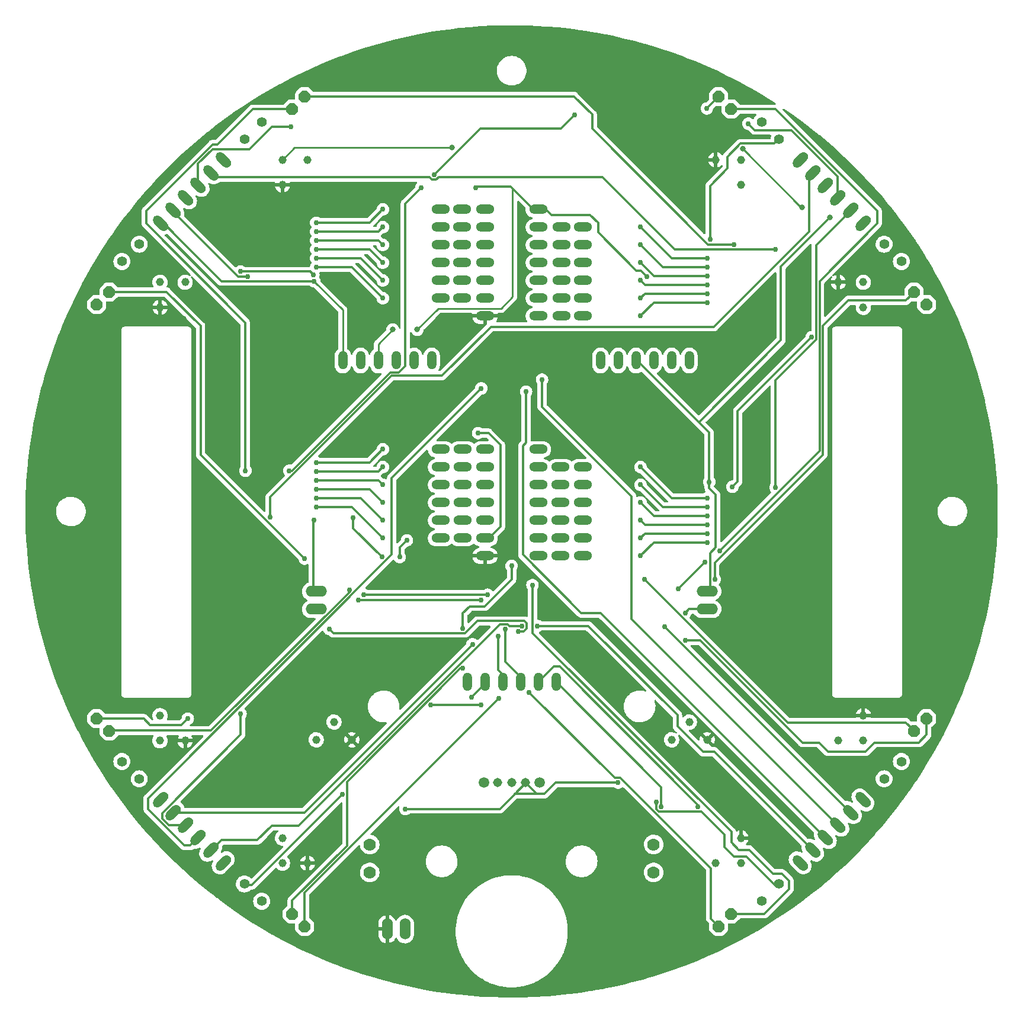
<source format=gbl>
%TF.GenerationSoftware,KiCad,Pcbnew,(6.0.7)*%
%TF.CreationDate,2022-09-06T19:29:11+02:00*%
%TF.ProjectId,BattleBits_V4,42617474-6c65-4426-9974-735f56342e6b,rev?*%
%TF.SameCoordinates,Original*%
%TF.FileFunction,Copper,L2,Bot*%
%TF.FilePolarity,Positive*%
%FSLAX46Y46*%
G04 Gerber Fmt 4.6, Leading zero omitted, Abs format (unit mm)*
G04 Created by KiCad (PCBNEW (6.0.7)) date 2022-09-06 19:29:11*
%MOMM*%
%LPD*%
G01*
G04 APERTURE LIST*
G04 Aperture macros list*
%AMHorizOval*
0 Thick line with rounded ends*
0 $1 width*
0 $2 $3 position (X,Y) of the first rounded end (center of the circle)*
0 $4 $5 position (X,Y) of the second rounded end (center of the circle)*
0 Add line between two ends*
20,1,$1,$2,$3,$4,$5,0*
0 Add two circle primitives to create the rounded ends*
1,1,$1,$2,$3*
1,1,$1,$4,$5*%
%AMOutline5P*
0 Free polygon, 5 corners , with rotation*
0 The origin of the aperture is its center*
0 number of corners: always 5*
0 $1 to $10 corner X, Y*
0 $11 Rotation angle, in degrees counterclockwise*
0 create outline with 5 corners*
4,1,5,$1,$2,$3,$4,$5,$6,$7,$8,$9,$10,$1,$2,$11*%
%AMOutline6P*
0 Free polygon, 6 corners , with rotation*
0 The origin of the aperture is its center*
0 number of corners: always 6*
0 $1 to $12 corner X, Y*
0 $13 Rotation angle, in degrees counterclockwise*
0 create outline with 6 corners*
4,1,6,$1,$2,$3,$4,$5,$6,$7,$8,$9,$10,$11,$12,$1,$2,$13*%
%AMOutline7P*
0 Free polygon, 7 corners , with rotation*
0 The origin of the aperture is its center*
0 number of corners: always 7*
0 $1 to $14 corner X, Y*
0 $15 Rotation angle, in degrees counterclockwise*
0 create outline with 7 corners*
4,1,7,$1,$2,$3,$4,$5,$6,$7,$8,$9,$10,$11,$12,$13,$14,$1,$2,$15*%
%AMOutline8P*
0 Free polygon, 8 corners , with rotation*
0 The origin of the aperture is its center*
0 number of corners: always 8*
0 $1 to $16 corner X, Y*
0 $17 Rotation angle, in degrees counterclockwise*
0 create outline with 8 corners*
4,1,8,$1,$2,$3,$4,$5,$6,$7,$8,$9,$10,$11,$12,$13,$14,$15,$16,$1,$2,$17*%
G04 Aperture macros list end*
%TA.AperFunction,ComponentPad*%
%ADD10C,1.778000*%
%TD*%
%TA.AperFunction,ComponentPad*%
%ADD11O,2.641600X1.320800*%
%TD*%
%TA.AperFunction,ComponentPad*%
%ADD12HorizOval,1.320800X0.466973X0.466973X-0.466973X-0.466973X0*%
%TD*%
%TA.AperFunction,ComponentPad*%
%ADD13C,1.168000*%
%TD*%
%TA.AperFunction,ComponentPad*%
%ADD14HorizOval,1.320800X-0.466973X-0.466973X0.466973X0.466973X0*%
%TD*%
%TA.AperFunction,ComponentPad*%
%ADD15O,3.048000X1.524000*%
%TD*%
%TA.AperFunction,ComponentPad*%
%ADD16C,1.400000*%
%TD*%
%TA.AperFunction,ComponentPad*%
%ADD17O,1.320800X2.641600*%
%TD*%
%TA.AperFunction,ComponentPad*%
%ADD18O,1.524000X3.048000*%
%TD*%
%TA.AperFunction,ComponentPad*%
%ADD19HorizOval,1.320800X-0.466973X0.466973X0.466973X-0.466973X0*%
%TD*%
%TA.AperFunction,ComponentPad*%
%ADD20C,1.308000*%
%TD*%
%TA.AperFunction,ComponentPad*%
%ADD21C,1.508000*%
%TD*%
%TA.AperFunction,ComponentPad*%
%ADD22Outline8P,-0.838200X0.347194X-0.347194X0.838200X0.347194X0.838200X0.838200X0.347194X0.838200X-0.347194X0.347194X-0.838200X-0.347194X-0.838200X-0.838200X-0.347194X225.000000*%
%TD*%
%TA.AperFunction,ComponentPad*%
%ADD23Outline8P,-0.838200X0.347194X-0.347194X0.838200X0.347194X0.838200X0.838200X0.347194X0.838200X-0.347194X0.347194X-0.838200X-0.347194X-0.838200X-0.838200X-0.347194X135.000000*%
%TD*%
%TA.AperFunction,ComponentPad*%
%ADD24Outline8P,-0.838200X0.347194X-0.347194X0.838200X0.347194X0.838200X0.838200X0.347194X0.838200X-0.347194X0.347194X-0.838200X-0.347194X-0.838200X-0.838200X-0.347194X45.000000*%
%TD*%
%TA.AperFunction,ComponentPad*%
%ADD25HorizOval,1.320800X0.466973X-0.466973X-0.466973X0.466973X0*%
%TD*%
%TA.AperFunction,ComponentPad*%
%ADD26Outline8P,-0.838200X0.347194X-0.347194X0.838200X0.347194X0.838200X0.838200X0.347194X0.838200X-0.347194X0.347194X-0.838200X-0.347194X-0.838200X-0.838200X-0.347194X315.000000*%
%TD*%
%TA.AperFunction,ViaPad*%
%ADD27C,0.756400*%
%TD*%
%TA.AperFunction,ViaPad*%
%ADD28C,0.800000*%
%TD*%
%TA.AperFunction,Conductor*%
%ADD29C,0.304800*%
%TD*%
%TA.AperFunction,Conductor*%
%ADD30C,0.250000*%
%TD*%
G04 APERTURE END LIST*
D10*
%TO.P,U$1,P$1,P$1*%
%TO.N,Net-(IC8-Pad7)*%
X168791100Y-156593600D03*
%TO.P,U$1,P$2,P$2*%
%TO.N,Net-(IC8-Pad1)*%
X168791100Y-152593600D03*
%TD*%
%TO.P,U$2,P$1,P$1*%
%TO.N,Net-(IC9-Pad7)*%
X128211100Y-156593600D03*
%TO.P,U$2,P$2,P$2*%
%TO.N,Net-(IC9-Pad1)*%
X128211100Y-152593600D03*
%TD*%
D11*
%TO.P,SV1,1,1*%
%TO.N,/40XX_CH_B_IN_B*%
X141389100Y-74523600D03*
%TO.P,SV1,2,2*%
%TO.N,/40XX_CH_B_IN_A*%
X141389100Y-71983600D03*
%TO.P,SV1,3,3*%
%TO.N,/40XX_CH_B_OUT*%
X141389100Y-69443600D03*
%TO.P,SV1,4,4*%
%TO.N,/40XX_CH_A_OUT*%
X141389100Y-66903600D03*
%TO.P,SV1,5,5*%
%TO.N,/40XX_CH_A_IN_B*%
X141389100Y-64363600D03*
%TO.P,SV1,6,6*%
%TO.N,/40XX_CH_A_IN_A*%
X141389100Y-61823600D03*
%TD*%
%TO.P,SV4,1,1*%
%TO.N,/40XX_CH_H_IN_B*%
X155486100Y-98653600D03*
%TO.P,SV4,2,2*%
%TO.N,/40XX_CH_H_IN_A*%
X155486100Y-101193600D03*
%TO.P,SV4,3,3*%
%TO.N,/40XX_CH_H_OUT*%
X155486100Y-103733600D03*
%TO.P,SV4,4,4*%
%TO.N,/40XX_CH_G_OUT*%
X155486100Y-106273600D03*
%TO.P,SV4,5,5*%
%TO.N,/40XX_CH_G_IN_B*%
X155486100Y-108813600D03*
%TO.P,SV4,6,6*%
%TO.N,/40XX_CH_G_IN_A*%
X155486100Y-111353600D03*
%TD*%
D12*
%TO.P,SV10,1,1*%
%TO.N,/VDD*%
X189730972Y-54793472D03*
%TO.P,SV10,2,2*%
%TO.N,/LED_CH_C_IN*%
X191527023Y-56589523D03*
%TO.P,SV10,3,3*%
%TO.N,/LDR_CH_C_OUT*%
X193323074Y-58385574D03*
%TO.P,SV10,4,4*%
%TO.N,/LDR_CH_D_OUT*%
X195119126Y-60181626D03*
%TO.P,SV10,5,5*%
%TO.N,/LED_CH_D_IN*%
X196915177Y-61977677D03*
%TO.P,SV10,6,6*%
%TO.N,/VDD*%
X198711228Y-63773728D03*
%TD*%
D13*
%TO.P,R10,1,1*%
%TO.N,/GND*%
X101827151Y-137769651D03*
%TO.P,R10,2,2*%
%TO.N,/LDR_CH_H+*%
X98235049Y-137769651D03*
%TO.P,R10,3,3*%
%TO.N,unconnected-(R10-Pad3)*%
X98235049Y-134177549D03*
%TD*%
D14*
%TO.P,SV12,1,1*%
%TO.N,/VDD*%
X107271228Y-155213728D03*
%TO.P,SV12,2,2*%
%TO.N,/LED_CH_G_IN*%
X105475177Y-153417677D03*
%TO.P,SV12,3,3*%
%TO.N,/LDR_CH_G_OUT*%
X103679126Y-151621626D03*
%TO.P,SV12,4,4*%
%TO.N,/LDR_CH_H_OUT*%
X101883074Y-149825574D03*
%TO.P,SV12,5,5*%
%TO.N,/LED_CH_H_IN*%
X100087023Y-148029523D03*
%TO.P,SV12,6,6*%
%TO.N,/VDD*%
X98290972Y-146233472D03*
%TD*%
D11*
%TO.P,SV2,1,1*%
%TO.N,/40XX_CH_D_IN_B*%
X155613100Y-64363600D03*
%TO.P,SV2,2,2*%
%TO.N,/40XX_CH_D_IN_A*%
X155613100Y-66903600D03*
%TO.P,SV2,3,3*%
%TO.N,/40XX_CH_D_OUT*%
X155613100Y-69443600D03*
%TO.P,SV2,4,4*%
%TO.N,/40XX_CH_C_OUT*%
X155613100Y-71983600D03*
%TO.P,SV2,5,5*%
%TO.N,/40XX_CH_C_IN_B*%
X155613100Y-74523600D03*
%TO.P,SV2,6,6*%
%TO.N,/40XX_CH_C_IN_A*%
X155613100Y-77063600D03*
%TD*%
D13*
%TO.P,R14,1,1*%
%TO.N,Net-(R14-Pad1)*%
X120561100Y-137643600D03*
%TO.P,R14,2,2*%
%TO.N,/MOTOR_B_VREF*%
X123101100Y-135103600D03*
%TO.P,R14,3,3*%
%TO.N,/GND*%
X125641100Y-137643600D03*
%TD*%
D15*
%TO.P,JP1,1,1*%
%TO.N,/OUTPUT_A_OUT*%
X120561100Y-118973600D03*
%TO.P,JP1,2,2*%
%TO.N,/VDD*%
X120561100Y-116433600D03*
%TD*%
D16*
%TO.P,PH4,1,1*%
%TO.N,/VDD*%
X201733663Y-66796163D03*
%TO.P,PH4,2,2*%
%TO.N,/LDR_CH_D+*%
X204208537Y-69271037D03*
%TD*%
D13*
%TO.P,R2,1,1*%
%TO.N,/GND*%
X115735049Y-58329651D03*
%TO.P,R2,2,2*%
%TO.N,/LDR_CH_B_+*%
X115735049Y-54737549D03*
%TO.P,R2,3,3*%
%TO.N,unconnected-(R2-Pad3)*%
X119327151Y-54737549D03*
%TD*%
D17*
%TO.P,SV13,1,1*%
%TO.N,/MOTOR_A_FWD*%
X154851100Y-129387600D03*
%TO.P,SV13,2,2*%
%TO.N,/MOTOR_A_REV*%
X152311100Y-129387600D03*
%TO.P,SV13,3,3*%
%TO.N,/OUTPUT_B_IN*%
X149771100Y-129387600D03*
%TO.P,SV13,4,4*%
%TO.N,/OUTPUT_A_IN*%
X147231100Y-129387600D03*
%TO.P,SV13,5,5*%
%TO.N,/MOTOR_B_FWD*%
X144691100Y-129387600D03*
%TO.P,SV13,6,6*%
%TO.N,/MOTOR_B_REV*%
X142151100Y-129387600D03*
%TD*%
D13*
%TO.P,R5,1,1*%
%TO.N,/GND*%
X198767151Y-134177549D03*
%TO.P,R5,2,2*%
%TO.N,/LDR_CH_E+*%
X198767151Y-137769651D03*
%TO.P,R5,3,3*%
%TO.N,unconnected-(R5-Pad3)*%
X195175049Y-137769651D03*
%TD*%
D18*
%TO.P,JP8,1,1*%
%TO.N,Net-(D13-PadA)*%
X133261100Y-164693600D03*
%TO.P,JP8,2,2*%
%TO.N,/GND*%
X130721100Y-164693600D03*
%TD*%
D11*
%TO.P,IC1,1,I0*%
%TO.N,/40XX_CH_A_IN_A*%
X144691100Y-61823600D03*
%TO.P,IC1,2,I1*%
%TO.N,/40XX_CH_A_IN_B*%
X144691100Y-64363600D03*
%TO.P,IC1,3,O*%
%TO.N,/40XX_CH_A_OUT*%
X144691100Y-66903600D03*
%TO.P,IC1,4,O*%
%TO.N,/40XX_CH_B_OUT*%
X144691100Y-69443600D03*
%TO.P,IC1,5,I0*%
%TO.N,/40XX_CH_B_IN_A*%
X144691100Y-71983600D03*
%TO.P,IC1,6,I1*%
%TO.N,/40XX_CH_B_IN_B*%
X144691100Y-74523600D03*
%TO.P,IC1,7,VSS*%
%TO.N,/GND*%
X144691100Y-77063600D03*
%TO.P,IC1,8,I0*%
%TO.N,/40XX_CH_C_IN_A*%
X152311100Y-77063600D03*
%TO.P,IC1,9,I1*%
%TO.N,/40XX_CH_C_IN_B*%
X152311100Y-74523600D03*
%TO.P,IC1,10,O*%
%TO.N,/40XX_CH_C_OUT*%
X152311100Y-71983600D03*
%TO.P,IC1,11,O*%
%TO.N,/40XX_CH_D_OUT*%
X152311100Y-69443600D03*
%TO.P,IC1,12,I0*%
%TO.N,/40XX_CH_D_IN_A*%
X152311100Y-66903600D03*
%TO.P,IC1,13,I1*%
%TO.N,/40XX_CH_D_IN_B*%
X152311100Y-64363600D03*
%TO.P,IC1,14,VDD*%
%TO.N,/VDD*%
X152311100Y-61823600D03*
%TD*%
D13*
%TO.P,R4,1,1*%
%TO.N,/GND*%
X195175049Y-72237549D03*
%TO.P,R4,2,2*%
%TO.N,/LDR_CH_D+*%
X198767151Y-72237549D03*
%TO.P,R4,3,3*%
%TO.N,unconnected-(R4-Pad3)*%
X198767151Y-75829651D03*
%TD*%
D16*
%TO.P,PH1,1,1*%
%TO.N,/VDD*%
X95268537Y-66796163D03*
%TO.P,PH1,2,2*%
%TO.N,/LDR_CH_A_+*%
X92793663Y-69271037D03*
%TD*%
%TO.P,PH7,1,1*%
%TO.N,/VDD*%
X110293663Y-158236163D03*
%TO.P,PH7,2,2*%
%TO.N,/LDR_CH_G+*%
X112768537Y-160711037D03*
%TD*%
D11*
%TO.P,SV7,1,1*%
%TO.N,/40XX_CH_F_IN_B*%
X138341100Y-108813600D03*
%TO.P,SV7,2,2*%
%TO.N,/40XX_CH_F_IN_A*%
X138341100Y-106273600D03*
%TO.P,SV7,3,3*%
%TO.N,/40XX_CH_F_OUT*%
X138341100Y-103733600D03*
%TO.P,SV7,4,4*%
%TO.N,/40XX_CH_E_OUT*%
X138341100Y-101193600D03*
%TO.P,SV7,5,5*%
%TO.N,/40XX_CH_E_IN_B*%
X138341100Y-98653600D03*
%TO.P,SV7,6,6*%
%TO.N,/40XX_CH_E_IN_A*%
X138341100Y-96113600D03*
%TD*%
D15*
%TO.P,JP2,1,1*%
%TO.N,/OUTPUT_B_OUT*%
X176441100Y-118973600D03*
%TO.P,JP2,2,2*%
%TO.N,/VDD*%
X176441100Y-116433600D03*
%TD*%
D11*
%TO.P,SV3,1,1*%
%TO.N,/40XX_CH_F_IN_B*%
X141516100Y-108813600D03*
%TO.P,SV3,2,2*%
%TO.N,/40XX_CH_F_IN_A*%
X141516100Y-106273600D03*
%TO.P,SV3,3,3*%
%TO.N,/40XX_CH_F_OUT*%
X141516100Y-103733600D03*
%TO.P,SV3,4,4*%
%TO.N,/40XX_CH_E_OUT*%
X141516100Y-101193600D03*
%TO.P,SV3,5,5*%
%TO.N,/40XX_CH_E_IN_B*%
X141516100Y-98653600D03*
%TO.P,SV3,6,6*%
%TO.N,/40XX_CH_E_IN_A*%
X141516100Y-96113600D03*
%TD*%
D19*
%TO.P,SV9,1,1*%
%TO.N,/VDD*%
X98290972Y-63773728D03*
%TO.P,SV9,2,2*%
%TO.N,/LED_CH_A_IN*%
X100087023Y-61977677D03*
%TO.P,SV9,3,3*%
%TO.N,/LDR_CH_A_OUT*%
X101883074Y-60181626D03*
%TO.P,SV9,4,4*%
%TO.N,/LDR_CH_B_OUT*%
X103679126Y-58385574D03*
%TO.P,SV9,5,5*%
%TO.N,/LED_CH_B_IN*%
X105475177Y-56589523D03*
%TO.P,SV9,6,6*%
%TO.N,/VDD*%
X107271228Y-54793472D03*
%TD*%
D11*
%TO.P,IC3,1,I0*%
%TO.N,/40XX_CH_E_IN_A*%
X144691100Y-96113600D03*
%TO.P,IC3,2,I1*%
%TO.N,/40XX_CH_E_IN_B*%
X144691100Y-98653600D03*
%TO.P,IC3,3,O*%
%TO.N,/40XX_CH_E_OUT*%
X144691100Y-101193600D03*
%TO.P,IC3,4,O*%
%TO.N,/40XX_CH_F_OUT*%
X144691100Y-103733600D03*
%TO.P,IC3,5,I0*%
%TO.N,/40XX_CH_F_IN_A*%
X144691100Y-106273600D03*
%TO.P,IC3,6,I1*%
%TO.N,/40XX_CH_F_IN_B*%
X144691100Y-108813600D03*
%TO.P,IC3,7,VSS*%
%TO.N,/GND*%
X144691100Y-111353600D03*
%TO.P,IC3,8,I0*%
%TO.N,/40XX_CH_G_IN_A*%
X152311100Y-111353600D03*
%TO.P,IC3,9,I1*%
%TO.N,/40XX_CH_G_IN_B*%
X152311100Y-108813600D03*
%TO.P,IC3,10,O*%
%TO.N,/40XX_CH_G_OUT*%
X152311100Y-106273600D03*
%TO.P,IC3,11,O*%
%TO.N,/40XX_CH_H_OUT*%
X152311100Y-103733600D03*
%TO.P,IC3,12,I0*%
%TO.N,/40XX_CH_H_IN_A*%
X152311100Y-101193600D03*
%TO.P,IC3,13,I1*%
%TO.N,/40XX_CH_H_IN_B*%
X152311100Y-98653600D03*
%TO.P,IC3,14,VDD*%
%TO.N,/VDD*%
X152311100Y-96113600D03*
%TD*%
D16*
%TO.P,PH2,1,1*%
%TO.N,/VDD*%
X110293663Y-51771037D03*
%TO.P,PH2,2,2*%
%TO.N,/LDR_CH_B_+*%
X112768537Y-49296163D03*
%TD*%
D20*
%TO.P,U$7,COM,COM*%
%TO.N,Net-(D13-PadC)*%
X148501100Y-143749600D03*
D21*
%TO.P,U$7,N.C.0*%
%TO.N,N/C*%
X152501100Y-143749600D03*
%TO.P,U$7,N.C.1*%
X144501100Y-143749600D03*
D20*
%TO.P,U$7,NC,NC*%
%TO.N,/VIN*%
X150501100Y-143749600D03*
%TO.P,U$7,NO,NO*%
%TO.N,unconnected-(U$7-PadNO)*%
X146501100Y-143749600D03*
%TD*%
D17*
%TO.P,SV14,1,1*%
%TO.N,/VDD*%
X124371100Y-83413600D03*
%TO.P,SV14,2,2*%
X126911100Y-83413600D03*
%TO.P,SV14,3,3*%
X129451100Y-83413600D03*
%TO.P,SV14,4,4*%
%TO.N,Net-(R15-Pad1)*%
X131991100Y-83413600D03*
%TO.P,SV14,5,5*%
X134531100Y-83413600D03*
%TO.P,SV14,6,6*%
X137071100Y-83413600D03*
%TD*%
D16*
%TO.P,PH3,1,1*%
%TO.N,/VDD*%
X186708537Y-51771037D03*
%TO.P,PH3,2,2*%
%TO.N,/LDR_CH_C+*%
X184233663Y-49296163D03*
%TD*%
D11*
%TO.P,SV8,1,1*%
%TO.N,/40XX_CH_H_IN_B*%
X158661100Y-98653600D03*
%TO.P,SV8,2,2*%
%TO.N,/40XX_CH_H_IN_A*%
X158661100Y-101193600D03*
%TO.P,SV8,3,3*%
%TO.N,/40XX_CH_H_OUT*%
X158661100Y-103733600D03*
%TO.P,SV8,4,4*%
%TO.N,/40XX_CH_G_OUT*%
X158661100Y-106273600D03*
%TO.P,SV8,5,5*%
%TO.N,/40XX_CH_G_IN_B*%
X158661100Y-108813600D03*
%TO.P,SV8,6,6*%
%TO.N,/40XX_CH_G_IN_A*%
X158661100Y-111353600D03*
%TD*%
D22*
%TO.P,LED_F0,A,A*%
%TO.N,Net-(LED_F0-PadA)*%
X179879126Y-162525574D03*
%TO.P,LED_F0,K,C*%
%TO.N,Net-(IC7-Pad15)*%
X178083074Y-164321626D03*
%TD*%
%TO.P,LED_A0,A,A*%
%TO.N,Net-(LED_A0-PadA)*%
X90979126Y-73625574D03*
%TO.P,LED_A0,K,C*%
%TO.N,/LED_CH_A_OUT*%
X89183074Y-75421626D03*
%TD*%
D11*
%TO.P,SV5,1,1*%
%TO.N,/40XX_CH_B_IN_B*%
X138341100Y-74523600D03*
%TO.P,SV5,2,2*%
%TO.N,/40XX_CH_B_IN_A*%
X138341100Y-71983600D03*
%TO.P,SV5,3,3*%
%TO.N,/40XX_CH_B_OUT*%
X138341100Y-69443600D03*
%TO.P,SV5,4,4*%
%TO.N,/40XX_CH_A_OUT*%
X138341100Y-66903600D03*
%TO.P,SV5,5,5*%
%TO.N,/40XX_CH_A_IN_B*%
X138341100Y-64363600D03*
%TO.P,SV5,6,6*%
%TO.N,/40XX_CH_A_IN_A*%
X138341100Y-61823600D03*
%TD*%
D16*
%TO.P,PH8,1,1*%
%TO.N,/VDD*%
X95268537Y-143211037D03*
%TO.P,PH8,2,2*%
%TO.N,/LDR_CH_H+*%
X92793663Y-140736163D03*
%TD*%
D23*
%TO.P,LED_H0,A,A*%
%TO.N,Net-(LED_H0-PadA)*%
X90979126Y-136381626D03*
%TO.P,LED_H0,K,C*%
%TO.N,Net-(IC7-Pad13)*%
X89183074Y-134585574D03*
%TD*%
D24*
%TO.P,LED_E0,A,A*%
%TO.N,Net-(LED_E0-PadA)*%
X206023074Y-136381626D03*
%TO.P,LED_E0,K,C*%
%TO.N,Net-(IC7-Pad16)*%
X207819126Y-134585574D03*
%TD*%
D13*
%TO.P,R6,1,1*%
%TO.N,/GND*%
X181267151Y-151677549D03*
%TO.P,R6,2,2*%
%TO.N,/LDR_CH_F+*%
X181267151Y-155269651D03*
%TO.P,R6,3,3*%
%TO.N,unconnected-(R6-Pad3)*%
X177675049Y-155269651D03*
%TD*%
D24*
%TO.P,LED_B0,A,A*%
%TO.N,Net-(LED_B0-PadA)*%
X117123074Y-47481626D03*
%TO.P,LED_B0,K,C*%
%TO.N,/LED_CH_B_OUT*%
X118919126Y-45685574D03*
%TD*%
D17*
%TO.P,SV15,1,1*%
%TO.N,/VDD*%
X161201100Y-83413600D03*
%TO.P,SV15,2,2*%
X163741100Y-83413600D03*
%TO.P,SV15,3,3*%
X166281100Y-83413600D03*
%TO.P,SV15,4,4*%
%TO.N,Net-(R16-Pad1)*%
X168821100Y-83413600D03*
%TO.P,SV15,5,5*%
X171361100Y-83413600D03*
%TO.P,SV15,6,6*%
X173901100Y-83413600D03*
%TD*%
D25*
%TO.P,SV11,1,1*%
%TO.N,/VDD*%
X198711228Y-146233472D03*
%TO.P,SV11,2,2*%
%TO.N,/LED_CH_E_IN*%
X196915177Y-148029523D03*
%TO.P,SV11,3,3*%
%TO.N,/LDR_CH_E_OUT*%
X195119126Y-149825574D03*
%TO.P,SV11,4,4*%
%TO.N,/LDR_CH_F_OUT*%
X193323074Y-151621626D03*
%TO.P,SV11,5,5*%
%TO.N,/LED_CH_F_IN*%
X191527023Y-153417677D03*
%TO.P,SV11,6,6*%
%TO.N,/VDD*%
X189730972Y-155213728D03*
%TD*%
D13*
%TO.P,R11,1,1*%
%TO.N,Net-(R11-Pad1)*%
X171361100Y-137643600D03*
%TO.P,R11,2,2*%
%TO.N,/MOTOR_A_VREF*%
X173901100Y-135103600D03*
%TO.P,R11,3,3*%
%TO.N,/GND*%
X176441100Y-137643600D03*
%TD*%
%TO.P,R1,1,1*%
%TO.N,/GND*%
X98235049Y-75829651D03*
%TO.P,R1,2,2*%
%TO.N,/LDR_CH_A_+*%
X98235049Y-72237549D03*
%TO.P,R1,3,3*%
%TO.N,unconnected-(R1-Pad3)*%
X101827151Y-72237549D03*
%TD*%
D11*
%TO.P,SV6,1,1*%
%TO.N,/40XX_CH_D_IN_B*%
X158661100Y-64363600D03*
%TO.P,SV6,2,2*%
%TO.N,/40XX_CH_D_IN_A*%
X158661100Y-66903600D03*
%TO.P,SV6,3,3*%
%TO.N,/40XX_CH_D_OUT*%
X158661100Y-69443600D03*
%TO.P,SV6,4,4*%
%TO.N,/40XX_CH_C_OUT*%
X158661100Y-71983600D03*
%TO.P,SV6,5,5*%
%TO.N,/40XX_CH_C_IN_B*%
X158661100Y-74523600D03*
%TO.P,SV6,6,6*%
%TO.N,/40XX_CH_C_IN_A*%
X158661100Y-77063600D03*
%TD*%
D23*
%TO.P,LED_C0,A,A*%
%TO.N,Net-(LED_C0-PadA)*%
X179879126Y-47481626D03*
%TO.P,LED_C0,K,C*%
%TO.N,/LED_CH_C_OUT*%
X178083074Y-45685574D03*
%TD*%
D16*
%TO.P,PH5,1,1*%
%TO.N,/VDD*%
X201733663Y-143211037D03*
%TO.P,PH5,2,2*%
%TO.N,/LDR_CH_E+*%
X204208537Y-140736163D03*
%TD*%
D13*
%TO.P,R7,1,1*%
%TO.N,/GND*%
X119327151Y-155269651D03*
%TO.P,R7,2,2*%
%TO.N,/LDR_CH_G+*%
X115735049Y-155269651D03*
%TO.P,R7,3,3*%
%TO.N,unconnected-(R7-Pad3)*%
X115735049Y-151677549D03*
%TD*%
D16*
%TO.P,PH6,1,1*%
%TO.N,/VDD*%
X186708537Y-158236163D03*
%TO.P,PH6,2,2*%
%TO.N,/LDR_CH_F+*%
X184233663Y-160711037D03*
%TD*%
D26*
%TO.P,LED_D0,A,A*%
%TO.N,Net-(LED_D0-PadA)*%
X206023074Y-73625574D03*
%TO.P,LED_D0,K,C*%
%TO.N,/LED_CH_D_OUT*%
X207819126Y-75421626D03*
%TD*%
%TO.P,LED_G0,A,A*%
%TO.N,Net-(LED_G0-PadA)*%
X117123074Y-162525574D03*
%TO.P,LED_G0,K,C*%
%TO.N,Net-(IC7-Pad14)*%
X118919126Y-164321626D03*
%TD*%
D13*
%TO.P,R3,1,1*%
%TO.N,/GND*%
X177675049Y-54737549D03*
%TO.P,R3,2,2*%
%TO.N,/LDR_CH_C+*%
X181267151Y-54737549D03*
%TO.P,R3,3,3*%
%TO.N,unconnected-(R3-Pad3)*%
X181267151Y-58329651D03*
%TD*%
D27*
%TO.N,/GND*%
X113449100Y-108305600D03*
X179743100Y-96885500D03*
X143675100Y-122275600D03*
D28*
X139900000Y-86800000D03*
X134800000Y-87000000D03*
D27*
X142989657Y-119558156D03*
D28*
X139300000Y-83400000D03*
X101600000Y-77470000D03*
D27*
%TO.N,/VIN*%
X163703000Y-143751300D03*
X133299200Y-147523200D03*
%TO.N,Net-(D1-PadC)*%
X130086100Y-74523600D03*
X120561100Y-70078600D03*
%TO.N,Net-(D2-PadC)*%
X120561100Y-68808600D03*
X130086100Y-71983600D03*
%TO.N,Net-(D3-PadC)*%
X120561100Y-67538600D03*
X130086100Y-69443600D03*
%TO.N,Net-(D4-PadC)*%
X130086100Y-66903600D03*
X120561100Y-66268600D03*
%TO.N,Net-(D5-PadC)*%
X120561100Y-64998600D03*
X130086100Y-64363600D03*
%TO.N,Net-(D6-PadC)*%
X120561100Y-63728600D03*
X130086100Y-61823600D03*
%TO.N,Net-(D7-PadC)*%
X176441100Y-68808600D03*
X166916100Y-64363600D03*
%TO.N,Net-(D8-PadC)*%
X176441100Y-70078600D03*
X166916100Y-66903600D03*
%TO.N,Net-(D9-PadC)*%
X166916100Y-69443600D03*
X176441100Y-71348600D03*
%TO.N,Net-(D10-PadC)*%
X166916100Y-71983600D03*
X176441100Y-72618600D03*
%TO.N,Net-(D11-PadC)*%
X166916100Y-74523600D03*
X176441100Y-73888600D03*
%TO.N,Net-(D12-PadC)*%
X166916100Y-77063600D03*
X176441100Y-75158600D03*
%TO.N,/RES_D15*%
X132499100Y-111518700D03*
X125869700Y-105918000D03*
X133527800Y-109118400D03*
X129984500Y-111518700D03*
%TO.N,Net-(D15-PadC)*%
X120561100Y-104368600D03*
X130086100Y-108813600D03*
%TO.N,Net-(D16-PadC)*%
X120561100Y-103098600D03*
X130086100Y-106273600D03*
%TO.N,Net-(D17-PadC)*%
X130086100Y-103733600D03*
X120561100Y-101828600D03*
%TO.N,Net-(D18-PadC)*%
X130086100Y-101193600D03*
X120561100Y-100558600D03*
%TO.N,Net-(D19-PadC)*%
X120561100Y-99288600D03*
X130086100Y-98653600D03*
%TO.N,Net-(D20-PadC)*%
X120561100Y-98018600D03*
X130086100Y-96113600D03*
%TO.N,Net-(D21-PadC)*%
X176441100Y-103098600D03*
X166916100Y-98653600D03*
%TO.N,Net-(D22-PadC)*%
X166916100Y-101193600D03*
X176441100Y-104368600D03*
%TO.N,Net-(D23-PadC)*%
X166916100Y-103733600D03*
X176441100Y-105638600D03*
%TO.N,Net-(D24-PadC)*%
X166916100Y-106273600D03*
X176441100Y-106908600D03*
%TO.N,Net-(D25-PadC)*%
X166916100Y-108813600D03*
X176441100Y-108178600D03*
%TO.N,Net-(D26-PadC)*%
X166916100Y-111353600D03*
X176441100Y-109448600D03*
%TO.N,/LED_CH_A_IN*%
X110782100Y-71399400D03*
%TO.N,/LED_CH_A_OUT*%
X109753400Y-70713600D03*
X120154700Y-71170800D03*
%TO.N,/40XX_CH_F_IN_B*%
X143700500Y-93802200D03*
%TO.N,/LED_CH_B_IN*%
X186220100Y-67513200D03*
%TO.N,/LED_CH_B_OUT*%
X180276500Y-66827400D03*
%TO.N,/LED_CH_C_IN*%
X113982500Y-105803700D03*
%TO.N,/LED_CH_C_OUT*%
X157480000Y-48310800D03*
X135585200Y-58712100D03*
X137414000Y-56883300D03*
X116725700Y-99174300D03*
X176390300Y-47396400D03*
%TO.N,/LED_CH_D_IN*%
X186220100Y-101574600D03*
%TO.N,/LED_CH_D_OUT*%
X180047900Y-101460300D03*
X191363600Y-80086200D03*
%TO.N,/LED_CH_E_IN*%
X170332400Y-121462800D03*
%TO.N,/LED_CH_F_IN*%
X152158700Y-121348500D03*
%TO.N,/LED_CH_G_IN*%
X149987000Y-121348500D03*
%TO.N,/LED_CH_H_IN*%
X142900400Y-123977400D03*
%TO.N,/OUTPUT_B_IN*%
X147586700Y-121805700D03*
%TO.N,/OUTPUT_A_IN*%
X146558000Y-122834400D03*
%TO.N,/OUTPUT_A_OUT*%
X149415500Y-122148600D03*
X122440700Y-121805700D03*
%TO.N,/OUTPUT_B_OUT*%
X173304200Y-119519700D03*
%TO.N,Net-(IC7-Pad13)*%
X136956800Y-132664200D03*
X144157700Y-132664200D03*
X102209600Y-134607300D03*
%TO.N,Net-(IC7-Pad14)*%
X146672300Y-131749800D03*
%TO.N,Net-(IC7-Pad15)*%
X151015700Y-130835400D03*
%TO.N,Net-(IC7-Pad16)*%
X173304200Y-123405900D03*
%TO.N,/MOTOR_A_FWD*%
X169875200Y-147180300D03*
%TO.N,/MOTOR_A_REV*%
X175133000Y-147180300D03*
%TO.N,/MOTOR_B_FWD*%
X142786100Y-131521200D03*
%TO.N,/LDR_CH_B_OUT*%
X116954300Y-50025300D03*
D28*
%TO.N,/LDR_CH_B_+*%
X140000000Y-53000000D03*
%TO.N,/LDR_CH_D+*%
X190000000Y-61500000D03*
X181500000Y-53129900D03*
D27*
%TO.N,/LDR_CH_D_OUT*%
X182333900Y-49568100D03*
%TO.N,/LDR_CH_F_OUT*%
X150558500Y-87858600D03*
%TO.N,/LDR_CH_E_OUT*%
X152844500Y-86144100D03*
%TO.N,/LDR_CH_H_OUT*%
X109753400Y-133921500D03*
%TO.N,/LDR_CH_G_OUT*%
X144157700Y-87401400D03*
%TO.N,Net-(LED_A0-PadA)*%
X145072100Y-116890800D03*
X118897400Y-111747300D03*
X127355600Y-116890800D03*
%TO.N,Net-(LED_B0-PadA)*%
X126555500Y-117690900D03*
X144157700Y-117690900D03*
X110439200Y-99174300D03*
%TO.N,Net-(LED_C0-PadA)*%
X176161700Y-112204500D03*
X178219100Y-110604300D03*
X172275500Y-116090700D03*
%TO.N,Net-(LED_D0-PadA)*%
X177533300Y-114719100D03*
%TO.N,Net-(LED_E0-PadA)*%
X167474900Y-114719100D03*
%TO.N,Net-(LED_F0-PadA)*%
X151472900Y-115519200D03*
%TO.N,Net-(LED_G0-PadA)*%
X141528800Y-127406400D03*
X141528800Y-121691400D03*
X148501100Y-112776000D03*
%TO.N,Net-(LED_H0-PadA)*%
X125298200Y-116205000D03*
%TO.N,/VDD*%
X167817800Y-71399400D03*
X176847500Y-66141600D03*
D28*
X131500000Y-79000000D03*
X135000000Y-79000000D03*
D27*
X169189400Y-146494500D03*
X124269500Y-145465800D03*
X143357600Y-58712100D03*
X120269000Y-106260900D03*
X176733200Y-100774500D03*
D28*
X194000000Y-63000000D03*
D27*
X120269000Y-72085200D03*
%TD*%
D29*
%TO.N,/GND*%
X143675100Y-122275600D02*
X143224400Y-122275600D01*
D30*
X101600000Y-77470000D02*
X99959651Y-75829651D01*
X144691100Y-78008900D02*
X139300000Y-83400000D01*
X99959651Y-75829651D02*
X98235049Y-75829651D01*
D29*
X143224400Y-122275600D02*
X140430400Y-125069600D01*
D30*
X139900000Y-86800000D02*
X139700000Y-87000000D01*
X144691100Y-77063600D02*
X144691100Y-78008900D01*
D29*
X124899291Y-136742796D02*
X125879100Y-137722600D01*
X133369857Y-125069600D02*
X140430400Y-125069600D01*
D30*
X139700000Y-87000000D02*
X134800000Y-87000000D01*
D29*
X124899291Y-136742796D02*
X124899291Y-133540165D01*
X124899291Y-133540165D02*
X133369857Y-125069600D01*
%TO.N,/VIN*%
X148958300Y-145351500D02*
X152103000Y-145351500D01*
X150558500Y-143751300D02*
X150501100Y-143749600D01*
X154787600Y-143751300D02*
X163703000Y-143751300D01*
X148904900Y-145404900D02*
X146786600Y-147523200D01*
X150501100Y-143749600D02*
X152103000Y-145351500D01*
X152103000Y-145351500D02*
X153073100Y-145351500D01*
X153187400Y-145351500D02*
X154787600Y-143751300D01*
X153073100Y-145351500D02*
X153187400Y-145351500D01*
X148904900Y-145404900D02*
X150558500Y-143751300D01*
X146786600Y-147523200D02*
X133299200Y-147523200D01*
X148958300Y-145351500D02*
X148904900Y-145404900D01*
%TO.N,Net-(D1-PadC)*%
X125641100Y-70078600D02*
X130086100Y-74523600D01*
X120561100Y-70078600D02*
X125641100Y-70078600D01*
%TO.N,Net-(D2-PadC)*%
X126911100Y-68808600D02*
X130086100Y-71983600D01*
X120561100Y-68808600D02*
X126911100Y-68808600D01*
%TO.N,Net-(D3-PadC)*%
X128181100Y-67538600D02*
X130086100Y-69443600D01*
X120561100Y-67538600D02*
X128181100Y-67538600D01*
%TO.N,Net-(D4-PadC)*%
X129451100Y-66268600D02*
X130086100Y-66903600D01*
X120561100Y-66268600D02*
X129451100Y-66268600D01*
%TO.N,Net-(D5-PadC)*%
X120561100Y-64998600D02*
X129451100Y-64998600D01*
X129451100Y-64998600D02*
X130086100Y-64363600D01*
%TO.N,Net-(D6-PadC)*%
X128181100Y-63728600D02*
X130086100Y-61823600D01*
X120561100Y-63728600D02*
X128181100Y-63728600D01*
%TO.N,Net-(D7-PadC)*%
X171361100Y-68808600D02*
X166916100Y-64363600D01*
X176441100Y-68808600D02*
X171361100Y-68808600D01*
%TO.N,Net-(D8-PadC)*%
X170091100Y-70078600D02*
X166916100Y-66903600D01*
X176441100Y-70078600D02*
X170091100Y-70078600D01*
%TO.N,Net-(D9-PadC)*%
X168821100Y-71348600D02*
X166916100Y-69443600D01*
X176441100Y-71348600D02*
X168821100Y-71348600D01*
%TO.N,Net-(D10-PadC)*%
X167551100Y-72618600D02*
X166916100Y-71983600D01*
X176441100Y-72618600D02*
X167551100Y-72618600D01*
%TO.N,Net-(D11-PadC)*%
X167551100Y-73888600D02*
X166916100Y-74523600D01*
X176441100Y-73888600D02*
X167551100Y-73888600D01*
%TO.N,Net-(D12-PadC)*%
X168821100Y-75158600D02*
X166916100Y-77063600D01*
X176441100Y-75158600D02*
X168821100Y-75158600D01*
%TO.N,/RES_D15*%
X129984500Y-111518700D02*
X125869700Y-107403900D01*
X132499100Y-110147100D02*
X132499100Y-111518700D01*
X133527800Y-109118400D02*
X132499100Y-110147100D01*
X125869700Y-107403900D02*
X125869700Y-105918000D01*
%TO.N,Net-(D15-PadC)*%
X125641100Y-104368600D02*
X120561100Y-104368600D01*
X130086100Y-108813600D02*
X125641100Y-104368600D01*
%TO.N,Net-(D16-PadC)*%
X126911100Y-103098600D02*
X120561100Y-103098600D01*
X130086100Y-106273600D02*
X126911100Y-103098600D01*
%TO.N,Net-(D17-PadC)*%
X130086100Y-103733600D02*
X128181100Y-101828600D01*
X128181100Y-101828600D02*
X120561100Y-101828600D01*
%TO.N,Net-(D18-PadC)*%
X129451100Y-100558600D02*
X120561100Y-100558600D01*
X130086100Y-101193600D02*
X129451100Y-100558600D01*
%TO.N,Net-(D19-PadC)*%
X130086100Y-98653600D02*
X129451100Y-99288600D01*
X129451100Y-99288600D02*
X120561100Y-99288600D01*
%TO.N,Net-(D20-PadC)*%
X120561100Y-98018600D02*
X128181100Y-98018600D01*
X128181100Y-98018600D02*
X130086100Y-96113600D01*
%TO.N,Net-(D21-PadC)*%
X176441100Y-103098600D02*
X171361100Y-103098600D01*
X171361100Y-103098600D02*
X166916100Y-98653600D01*
%TO.N,Net-(D22-PadC)*%
X176441100Y-104368600D02*
X170091100Y-104368600D01*
X170091100Y-104368600D02*
X166916100Y-101193600D01*
%TO.N,Net-(D23-PadC)*%
X168821100Y-105638600D02*
X166916100Y-103733600D01*
X176441100Y-105638600D02*
X168821100Y-105638600D01*
%TO.N,Net-(D24-PadC)*%
X167551100Y-106908600D02*
X166916100Y-106273600D01*
X176441100Y-106908600D02*
X167551100Y-106908600D01*
%TO.N,Net-(D25-PadC)*%
X167551100Y-108178600D02*
X166916100Y-108813600D01*
X176441100Y-108178600D02*
X167551100Y-108178600D01*
%TO.N,Net-(D26-PadC)*%
X168821100Y-109448600D02*
X166916100Y-111353600D01*
X176441100Y-109448600D02*
X168821100Y-109448600D01*
%TO.N,/LED_CH_A_IN*%
X110782100Y-71399400D02*
X109410500Y-71399400D01*
X109410500Y-71399400D02*
X100037900Y-62026800D01*
X100037900Y-62026800D02*
X100087025Y-61977679D01*
%TO.N,/LED_CH_A_OUT*%
X109753400Y-70713600D02*
X119697500Y-70713600D01*
X119697500Y-70713600D02*
X120154700Y-71170800D01*
%TO.N,/40XX_CH_F_IN_B*%
X144729200Y-108775500D02*
X144691100Y-108813600D01*
X144729200Y-108775500D02*
X145300700Y-108775500D01*
X145300700Y-108775500D02*
X146900900Y-107175300D01*
X145186400Y-93802200D02*
X143700500Y-93802200D01*
X146900900Y-95516700D02*
X145186400Y-93802200D01*
X146900900Y-107175300D02*
X146900900Y-95516700D01*
%TO.N,/LED_CH_B_IN*%
X105475179Y-56589525D02*
X105524300Y-56540400D01*
X136764792Y-57200000D02*
X137131092Y-57566300D01*
X138063208Y-57200000D02*
X161505100Y-57200000D01*
X105524300Y-56540400D02*
X106183900Y-57200000D01*
X137696908Y-57566300D02*
X138063208Y-57200000D01*
X171818300Y-67513200D02*
X186220100Y-67513200D01*
X137131092Y-57566300D02*
X137696908Y-57566300D01*
X161505100Y-57200000D02*
X171818300Y-67513200D01*
X106183900Y-57200000D02*
X136764792Y-57200000D01*
%TO.N,/LED_CH_B_OUT*%
X157441900Y-45681900D02*
X160020000Y-48260000D01*
X119011700Y-45681900D02*
X157441900Y-45681900D01*
X160020000Y-50280008D02*
X176567392Y-66827400D01*
X176567392Y-66827400D02*
X180276500Y-66827400D01*
X160020000Y-48260000D02*
X160020000Y-50280008D01*
X118919129Y-45685575D02*
X119011700Y-45681900D01*
%TO.N,/LED_CH_C_IN*%
X191477900Y-56654700D02*
X191020700Y-57111900D01*
X131356100Y-85572600D02*
X113982500Y-102946200D01*
X191020700Y-64979300D02*
X177399700Y-78600300D01*
X177399700Y-78600300D02*
X145529300Y-78600300D01*
X138557000Y-85572600D02*
X131356100Y-85572600D01*
X191527021Y-56589525D02*
X191477900Y-56654700D01*
X145529300Y-78600300D02*
X138557000Y-85572600D01*
X113982500Y-102946200D02*
X113982500Y-105803700D01*
X191020700Y-57111900D02*
X191020700Y-64979300D01*
%TO.N,/LED_CH_C_OUT*%
X144043400Y-50253900D02*
X137414000Y-56883300D01*
X132384800Y-85115400D02*
X131127500Y-85115400D01*
X177990500Y-45796200D02*
X176390300Y-47396400D01*
X133299200Y-60998100D02*
X133299200Y-84201000D01*
X157480000Y-48310800D02*
X155536900Y-50253900D01*
X135585200Y-58712100D02*
X133299200Y-60998100D01*
X117068600Y-99174300D02*
X116725700Y-99174300D01*
X155536900Y-50253900D02*
X144043400Y-50253900D01*
X131127500Y-85115400D02*
X117068600Y-99174300D01*
X133299200Y-84201000D02*
X132384800Y-85115400D01*
X177990500Y-45796200D02*
X178083071Y-45685575D01*
%TO.N,/LED_CH_D_IN*%
X192049400Y-80429100D02*
X186220100Y-86258400D01*
X192049400Y-66941700D02*
X192049400Y-80429100D01*
X196964300Y-62026800D02*
X192049400Y-66941700D01*
X186220100Y-86258400D02*
X186220100Y-101574600D01*
X196964300Y-62026800D02*
X196915175Y-61977679D01*
%TO.N,/LED_CH_D_OUT*%
X180809900Y-90639900D02*
X180809900Y-100698300D01*
X180809900Y-100698300D02*
X180047900Y-101460300D01*
X191363600Y-80086200D02*
X180809900Y-90639900D01*
%TO.N,/LED_CH_E_IN*%
X170348453Y-121462800D02*
X170332400Y-121462800D01*
X196915175Y-148029521D02*
X170348453Y-121462800D01*
%TO.N,/LED_CH_F_IN*%
X172200000Y-134090654D02*
X172200000Y-135700000D01*
X152158700Y-121348500D02*
X159457846Y-121348500D01*
X175845327Y-139345327D02*
X177454673Y-139345327D01*
X177454673Y-139345327D02*
X191527021Y-153417675D01*
X159457846Y-121348500D02*
X172200000Y-134090654D01*
X172200000Y-135700000D02*
X175845327Y-139345327D01*
%TO.N,/LED_CH_G_IN*%
X147929600Y-121119900D02*
X148158200Y-121348500D01*
X114200000Y-149900000D02*
X118006500Y-149900000D01*
X112119100Y-151980900D02*
X114200000Y-149900000D01*
X105475179Y-153417675D02*
X105524300Y-153466800D01*
X146786600Y-121119900D02*
X147929600Y-121119900D01*
X118006500Y-149900000D02*
X146786600Y-121119900D01*
X148158200Y-121348500D02*
X149987000Y-121348500D01*
X107010200Y-151980900D02*
X112119100Y-151980900D01*
X105524300Y-153466800D02*
X107010200Y-151980900D01*
%TO.N,/LED_CH_H_IN*%
X118848279Y-148029521D02*
X142900400Y-123977400D01*
X100087025Y-148029521D02*
X118848279Y-148029521D01*
%TO.N,/OUTPUT_B_IN*%
X149758400Y-128663700D02*
X147586700Y-126492000D01*
X149758400Y-129349500D02*
X149758400Y-128663700D01*
X149758400Y-129349500D02*
X149771100Y-129387600D01*
X147586700Y-126492000D02*
X147586700Y-121805700D01*
%TO.N,/OUTPUT_A_IN*%
X147129500Y-129349500D02*
X147129500Y-128206500D01*
X147129500Y-129349500D02*
X147231100Y-129387600D01*
X146558000Y-127635000D02*
X146558000Y-122834400D01*
X147129500Y-128206500D02*
X146558000Y-127635000D01*
%TO.N,/OUTPUT_A_OUT*%
X122440700Y-121805700D02*
X123012200Y-122377200D01*
X143586200Y-120662700D02*
X150329900Y-120662700D01*
X150672800Y-121691400D02*
X150215600Y-122148600D01*
X150215600Y-122148600D02*
X149415500Y-122148600D01*
X141871700Y-122377200D02*
X143586200Y-120662700D01*
X150329900Y-120662700D02*
X150672800Y-121005600D01*
X123012200Y-122377200D02*
X141871700Y-122377200D01*
X150672800Y-121005600D02*
X150672800Y-121691400D01*
%TO.N,/OUTPUT_B_OUT*%
X173850300Y-118973600D02*
X176441100Y-118973600D01*
X173304200Y-119519700D02*
X173850300Y-118973600D01*
%TO.N,Net-(IC7-Pad13)*%
X89183075Y-134585571D02*
X89293700Y-134607300D01*
X89293700Y-134607300D02*
X95907300Y-134607300D01*
X101316900Y-135500000D02*
X102209600Y-134607300D01*
X96800000Y-135500000D02*
X101316900Y-135500000D01*
X95907300Y-134607300D02*
X96800000Y-135500000D01*
X136956800Y-132664200D02*
X144157700Y-132664200D01*
%TO.N,Net-(IC7-Pad14)*%
X118919129Y-159502971D02*
X146672300Y-131749800D01*
X118919129Y-164321625D02*
X118919129Y-159502971D01*
%TO.N,Net-(IC7-Pad15)*%
X176961800Y-155981400D02*
X176961800Y-163182300D01*
X163248600Y-143068300D02*
X164048700Y-143068300D01*
X177990500Y-164211000D02*
X178083071Y-164321625D01*
X177990500Y-164211000D02*
X176961800Y-163182300D01*
X164048700Y-143068300D02*
X176961800Y-155981400D01*
X151015700Y-130835400D02*
X163248600Y-143068300D01*
%TO.N,Net-(IC7-Pad16)*%
X207822800Y-134607300D02*
X207822800Y-136893300D01*
X192463700Y-138036300D02*
X190106300Y-138036300D01*
X207819125Y-134585571D02*
X207822800Y-134607300D01*
X200363700Y-138036300D02*
X199100000Y-139300000D01*
X175475900Y-123405900D02*
X173304200Y-123405900D01*
X192463700Y-138063700D02*
X192463700Y-138036300D01*
X206679800Y-138036300D02*
X200363700Y-138036300D01*
X190106300Y-138036300D02*
X175475900Y-123405900D01*
X193700000Y-139300000D02*
X192463700Y-138063700D01*
X207822800Y-136893300D02*
X206679800Y-138036300D01*
X199100000Y-139300000D02*
X193700000Y-139300000D01*
%TO.N,/MOTOR_A_FWD*%
X169875200Y-144411700D02*
X169875200Y-147180300D01*
X154851100Y-129387600D02*
X169875200Y-144411700D01*
%TO.N,/MOTOR_A_REV*%
X155359100Y-127177800D02*
X175133000Y-146951700D01*
X152311100Y-129387600D02*
X154520900Y-127177800D01*
X154520900Y-127177800D02*
X155359100Y-127177800D01*
X175133000Y-146951700D02*
X175133000Y-147180300D01*
%TO.N,/MOTOR_B_FWD*%
X144564100Y-129743200D02*
X144564100Y-129514600D01*
X144564100Y-129514600D02*
X144691100Y-129387600D01*
X142786100Y-131521200D02*
X144564100Y-129743200D01*
%TO.N,/LDR_CH_B_OUT*%
X105752900Y-53225700D02*
X111010700Y-53225700D01*
X111010700Y-53225700D02*
X114211100Y-50025300D01*
X114211100Y-50025300D02*
X116954300Y-50025300D01*
X103679129Y-58385575D02*
X103679129Y-55299472D01*
X103679129Y-55299472D02*
X105752900Y-53225700D01*
D30*
%TO.N,/LDR_CH_B_+*%
X117472598Y-53000000D02*
X139500000Y-53000000D01*
X139500000Y-53000000D02*
X140000000Y-53000000D01*
X115735049Y-54737549D02*
X117472598Y-53000000D01*
%TO.N,/LDR_CH_D+*%
X189870100Y-61500000D02*
X190000000Y-61500000D01*
X181500000Y-53129900D02*
X189870100Y-61500000D01*
D29*
%TO.N,/LDR_CH_D_OUT*%
X195119125Y-60181629D02*
X195119125Y-57095525D01*
X182333900Y-49568100D02*
X183254000Y-50488200D01*
X195119125Y-57095525D02*
X188511800Y-50488200D01*
X183254000Y-50488200D02*
X188511800Y-50488200D01*
%TO.N,/LDR_CH_F_OUT*%
X150101300Y-111175800D02*
X150101300Y-95631000D01*
X158445200Y-119519700D02*
X150101300Y-111175800D01*
X161221146Y-119519700D02*
X158445200Y-119519700D01*
X150101300Y-95631000D02*
X150558500Y-95173800D01*
X150558500Y-95173800D02*
X150558500Y-87858600D01*
X193323071Y-151621625D02*
X161221146Y-119519700D01*
%TO.N,/LDR_CH_E_OUT*%
X165646100Y-120352546D02*
X165646100Y-102831900D01*
X152844500Y-90030300D02*
X152844500Y-86144100D01*
X195119125Y-149825571D02*
X165646100Y-120352546D01*
X165646100Y-102831900D02*
X152844500Y-90030300D01*
%TO.N,/LDR_CH_H_OUT*%
X98532950Y-148875750D02*
X98532950Y-148113750D01*
X101883075Y-149825571D02*
X99482772Y-149825571D01*
X98532950Y-148113750D02*
X109753400Y-136893300D01*
X109753400Y-136893300D02*
X109753400Y-133921500D01*
X99482772Y-149825571D02*
X98532950Y-148875750D01*
%TO.N,/LDR_CH_G_OUT*%
X131356100Y-100203000D02*
X144157700Y-87401400D01*
X101727000Y-152755600D02*
X96539050Y-147567650D01*
X131356100Y-111175800D02*
X131356100Y-100203000D01*
X96539050Y-147567650D02*
X96539050Y-145992850D01*
X102545154Y-152755600D02*
X101727000Y-152755600D01*
X96539050Y-145992850D02*
X131356100Y-111175800D01*
X103679129Y-151621625D02*
X102545154Y-152755600D01*
%TO.N,Net-(LED_A0-PadA)*%
X127355600Y-116890800D02*
X145072100Y-116890800D01*
X99177975Y-73625575D02*
X104038400Y-78486000D01*
X104038400Y-78486000D02*
X104038400Y-96888300D01*
X90979129Y-73625575D02*
X99177975Y-73625575D01*
X104038400Y-96888300D02*
X118897400Y-111747300D01*
%TO.N,Net-(LED_B0-PadA)*%
X106445050Y-52571650D02*
X111506000Y-47510700D01*
X96266000Y-62026800D02*
X96266000Y-63855600D01*
X105721150Y-52571650D02*
X106445050Y-52571650D01*
X111506000Y-47510700D02*
X117068600Y-47510700D01*
X96266000Y-63855600D02*
X110439200Y-78028800D01*
X96266000Y-62026800D02*
X105721150Y-52571650D01*
X110439200Y-78028800D02*
X110439200Y-99174300D01*
X126555500Y-117690900D02*
X144157700Y-117690900D01*
X117068600Y-47510700D02*
X117123075Y-47481629D01*
%TO.N,Net-(LED_C0-PadA)*%
X192506600Y-72085200D02*
X192506600Y-96316800D01*
X176161700Y-112204500D02*
X172275500Y-116090700D01*
X200736200Y-63855600D02*
X192506600Y-72085200D01*
X179933600Y-47510700D02*
X186220100Y-47510700D01*
X179879125Y-47481629D02*
X179933600Y-47510700D01*
X200736200Y-62026800D02*
X200736200Y-63855600D01*
X186220100Y-47510700D02*
X200736200Y-62026800D01*
X192506600Y-96316800D02*
X178219100Y-110604300D01*
%TO.N,Net-(LED_D0-PadA)*%
X196621400Y-74828400D02*
X192963800Y-78486000D01*
X205994000Y-73685400D02*
X204851000Y-74828400D01*
X192963800Y-78486000D02*
X192963800Y-96888300D01*
X204851000Y-74828400D02*
X196621400Y-74828400D01*
X192963800Y-96888300D02*
X177533300Y-112318800D01*
X205994000Y-73685400D02*
X206023071Y-73625575D01*
X177533300Y-112318800D02*
X177533300Y-114719100D01*
%TO.N,Net-(LED_E0-PadA)*%
X205994000Y-136321800D02*
X206023071Y-136381625D01*
X205994000Y-136321800D02*
X204851000Y-135178800D01*
X204851000Y-135178800D02*
X187934600Y-135178800D01*
X187934600Y-135178800D02*
X167474900Y-114719100D01*
%TO.N,Net-(LED_F0-PadA)*%
X151472900Y-122377200D02*
X179897850Y-150802150D01*
X182447850Y-153352150D02*
X185877200Y-156781500D01*
X151472900Y-115519200D02*
X151472900Y-122377200D01*
X187134500Y-156781500D02*
X188163200Y-157810200D01*
X180952150Y-153352150D02*
X182447850Y-153352150D01*
X188163200Y-157810200D02*
X188163200Y-158953200D01*
X188163200Y-158953200D02*
X184619900Y-162496500D01*
X184619900Y-162496500D02*
X179933600Y-162496500D01*
X179897850Y-152297850D02*
X180952150Y-153352150D01*
X185877200Y-156781500D02*
X187134500Y-156781500D01*
X179933600Y-162496500D02*
X179879125Y-162525571D01*
X179897850Y-150802150D02*
X179897850Y-152297850D01*
%TO.N,Net-(LED_G0-PadA)*%
X117123075Y-162525571D02*
X117123075Y-160613225D01*
X141528800Y-119528800D02*
X142502650Y-118554950D01*
X124955300Y-143637000D02*
X141185900Y-127406400D01*
X117123075Y-160613225D02*
X124955300Y-152781000D01*
X124955300Y-152781000D02*
X124955300Y-143637000D01*
X141528800Y-121691400D02*
X141528800Y-119528800D01*
X142502650Y-118554950D02*
X144665250Y-118554950D01*
X148501100Y-114719100D02*
X148501100Y-112776000D01*
X144665250Y-118554950D02*
X148501100Y-114719100D01*
X141185900Y-127406400D02*
X141528800Y-127406400D01*
%TO.N,Net-(LED_H0-PadA)*%
X105524300Y-136321800D02*
X125298200Y-116547900D01*
X91008200Y-136321800D02*
X105524300Y-136321800D01*
X125298200Y-116547900D02*
X125298200Y-116205000D01*
X91008200Y-136321800D02*
X90979129Y-136381625D01*
%TO.N,/VDD*%
X176733200Y-93733200D02*
X176733200Y-100774500D01*
X148386800Y-58597800D02*
X143471900Y-58597800D01*
D30*
X129451100Y-81048900D02*
X131500000Y-79000000D01*
D29*
X176504600Y-116433600D02*
X176847500Y-116090700D01*
X187000000Y-80500000D02*
X187000000Y-70000000D01*
X167017700Y-70599300D02*
X166331900Y-70599300D01*
D30*
X147000000Y-76000000D02*
X148644500Y-74355500D01*
D29*
X186708537Y-51771037D02*
X186053974Y-52425600D01*
X100462500Y-65537500D02*
X98780600Y-63855600D01*
X120497600Y-116433600D02*
X120154700Y-116090700D01*
X177647600Y-110147100D02*
X177647600Y-102603300D01*
X176733200Y-93733200D02*
X175250000Y-92250000D01*
D30*
X124371100Y-76187300D02*
X120269000Y-72085200D01*
D29*
X98698728Y-63773728D02*
X98290972Y-63773728D01*
X181207562Y-52425600D02*
X179316581Y-54316581D01*
X120154700Y-106260900D02*
X120269000Y-106260900D01*
D30*
X124371100Y-83413600D02*
X124371100Y-76187300D01*
X135000000Y-79000000D02*
X138000000Y-76000000D01*
D29*
X178900000Y-153000000D02*
X178900000Y-151175900D01*
X152387300Y-61912500D02*
X152311100Y-61823600D01*
X98323400Y-63855600D02*
X98290975Y-63773729D01*
X186563000Y-158267400D02*
X185991500Y-158267400D01*
X179316581Y-55978419D02*
X176847500Y-58447500D01*
X110433662Y-158376162D02*
X110293663Y-158236163D01*
X159702500Y-62598300D02*
X160845500Y-63741300D01*
X143471900Y-58597800D02*
X143357600Y-58712100D01*
D30*
X138000000Y-76000000D02*
X147000000Y-76000000D01*
X129451100Y-83413600D02*
X129451100Y-81048900D01*
D29*
X152273000Y-61798200D02*
X152311100Y-61823600D01*
X98780600Y-63855600D02*
X98323400Y-63855600D01*
X120269000Y-72085200D02*
X107010200Y-72085200D01*
X111359138Y-158376162D02*
X124269500Y-145465800D01*
X120497600Y-116433600D02*
X120561100Y-116433600D01*
X100462500Y-65537500D02*
X98698728Y-63773728D01*
X176847500Y-58447500D02*
X176847500Y-66141600D01*
D30*
X148644500Y-74355500D02*
X148644500Y-58855500D01*
D29*
X176847500Y-116090700D02*
X176847500Y-110947200D01*
X185991500Y-158267400D02*
X182062050Y-154337950D01*
X175250000Y-92250000D02*
X166413600Y-83413600D01*
X160845500Y-63741300D02*
X160845500Y-65112900D01*
X169189400Y-147523200D02*
X169189400Y-146494500D01*
X179316581Y-54316581D02*
X179316581Y-55978419D01*
X107010200Y-72085200D02*
X100462500Y-65537500D01*
X169532300Y-147866100D02*
X169189400Y-147523200D01*
X153530300Y-61912500D02*
X154216100Y-62598300D01*
X120154700Y-116090700D02*
X120154700Y-106260900D01*
X176504600Y-116433600D02*
X176441100Y-116433600D01*
X111359138Y-158376162D02*
X110433662Y-158376162D01*
X160845500Y-65112900D02*
X166331900Y-70599300D01*
X154216100Y-62598300D02*
X159702500Y-62598300D01*
X186053974Y-52425600D02*
X181207562Y-52425600D01*
X176733200Y-101688900D02*
X176733200Y-100774500D01*
X148644500Y-58855500D02*
X148386800Y-58597800D01*
X166413600Y-83413600D02*
X166281100Y-83413600D01*
X175590200Y-147866100D02*
X169532300Y-147866100D01*
X187000000Y-70000000D02*
X194000000Y-63000000D01*
X152387300Y-61912500D02*
X153530300Y-61912500D01*
X178900000Y-151175900D02*
X175590200Y-147866100D01*
X180237950Y-154337950D02*
X178900000Y-153000000D01*
X177647600Y-102603300D02*
X176733200Y-101688900D01*
X176847500Y-110947200D02*
X177647600Y-110147100D01*
X175250000Y-92250000D02*
X187000000Y-80500000D01*
X182062050Y-154337950D02*
X180237950Y-154337950D01*
X152273000Y-61798200D02*
X151587200Y-61798200D01*
X167817800Y-71399400D02*
X167017700Y-70599300D01*
X148644500Y-58855500D02*
X151587200Y-61798200D01*
%TD*%
%TA.AperFunction,Conductor*%
%TO.N,/GND*%
G36*
X148855286Y-35499477D02*
G01*
X149472249Y-35509707D01*
X150428932Y-35525571D01*
X150431716Y-35525649D01*
X151165592Y-35554483D01*
X152004367Y-35587439D01*
X152007222Y-35587584D01*
X153577989Y-35685032D01*
X153580840Y-35685241D01*
X155149039Y-35818304D01*
X155151885Y-35818578D01*
X156716674Y-35987187D01*
X156719512Y-35987526D01*
X157330710Y-36067449D01*
X158280023Y-36191586D01*
X158282772Y-36191976D01*
X159093490Y-36316758D01*
X159838360Y-36431405D01*
X159841180Y-36431872D01*
X160652516Y-36575662D01*
X161390874Y-36706519D01*
X161393644Y-36707042D01*
X161953074Y-36819335D01*
X162936723Y-37016781D01*
X162939519Y-37017376D01*
X164475080Y-37362021D01*
X164477862Y-37362678D01*
X166005301Y-37742096D01*
X166008068Y-37742817D01*
X167526473Y-38156782D01*
X167529186Y-38157555D01*
X169037810Y-38605862D01*
X169040541Y-38606707D01*
X170538613Y-39089128D01*
X170541324Y-39090035D01*
X170870048Y-39204187D01*
X172028115Y-39606336D01*
X172030727Y-39607277D01*
X172995838Y-39967157D01*
X173505374Y-40157158D01*
X173508041Y-40158187D01*
X174969811Y-40741374D01*
X174972454Y-40742463D01*
X176420630Y-41358670D01*
X176423248Y-41359819D01*
X177857104Y-42008736D01*
X177859695Y-42009945D01*
X179278368Y-42691182D01*
X179280929Y-42692447D01*
X180027433Y-43071990D01*
X180683889Y-43405750D01*
X180686423Y-43407075D01*
X181963814Y-44093442D01*
X182072734Y-44151967D01*
X182075232Y-44153345D01*
X182514563Y-44402413D01*
X183444362Y-44929540D01*
X183446833Y-44930978D01*
X184798001Y-45738035D01*
X184800438Y-45739529D01*
X186132917Y-46577013D01*
X186135319Y-46578561D01*
X186196033Y-46618670D01*
X186241845Y-46672906D01*
X186251063Y-46743302D01*
X186220758Y-46807506D01*
X186160553Y-46845134D01*
X186126581Y-46849800D01*
X181203007Y-46849800D01*
X181134886Y-46829798D01*
X181108617Y-46807242D01*
X181106364Y-46804343D01*
X180556411Y-46254388D01*
X180487829Y-46201238D01*
X180353210Y-46145614D01*
X180319079Y-46141333D01*
X180271911Y-46135416D01*
X180271904Y-46135416D01*
X180268001Y-46134926D01*
X179555774Y-46134926D01*
X179487653Y-46114924D01*
X179441160Y-46061268D01*
X179429774Y-46008926D01*
X179429774Y-45296697D01*
X179418863Y-45210621D01*
X179363005Y-45076100D01*
X179336204Y-45041610D01*
X179312726Y-45011397D01*
X179312723Y-45011393D01*
X179310312Y-45008291D01*
X178760359Y-44458336D01*
X178691777Y-44405186D01*
X178557158Y-44349562D01*
X178523027Y-44345281D01*
X178475859Y-44339364D01*
X178475852Y-44339364D01*
X178471949Y-44338874D01*
X177694197Y-44338874D01*
X177608121Y-44349785D01*
X177473600Y-44405643D01*
X177466947Y-44410813D01*
X177408897Y-44455922D01*
X177408893Y-44455925D01*
X177405791Y-44458336D01*
X176855836Y-45008289D01*
X176802686Y-45076871D01*
X176747062Y-45211490D01*
X176746014Y-45219847D01*
X176736869Y-45292756D01*
X176736374Y-45296699D01*
X176736374Y-46063483D01*
X176716372Y-46131604D01*
X176699469Y-46152578D01*
X176378436Y-46473611D01*
X176316124Y-46507637D01*
X176303292Y-46509700D01*
X176297104Y-46509700D01*
X176290650Y-46511072D01*
X176290648Y-46511072D01*
X176230413Y-46523876D01*
X176114785Y-46548453D01*
X176108756Y-46551137D01*
X176108754Y-46551138D01*
X175950538Y-46621581D01*
X175950536Y-46621582D01*
X175944508Y-46624266D01*
X175939167Y-46628146D01*
X175939166Y-46628147D01*
X175800253Y-46729073D01*
X175793714Y-46733824D01*
X175789301Y-46738726D01*
X175789299Y-46738727D01*
X175674826Y-46865862D01*
X175668993Y-46872340D01*
X175665690Y-46878061D01*
X175581717Y-47023507D01*
X175575797Y-47033760D01*
X175518199Y-47211029D01*
X175498716Y-47396400D01*
X175499406Y-47402965D01*
X175513669Y-47538666D01*
X175518199Y-47581771D01*
X175575797Y-47759040D01*
X175579100Y-47764762D01*
X175579101Y-47764763D01*
X175639090Y-47868666D01*
X175668993Y-47920460D01*
X175673411Y-47925367D01*
X175673412Y-47925368D01*
X175752519Y-48013224D01*
X175793714Y-48058976D01*
X175799053Y-48062855D01*
X175935087Y-48161689D01*
X175944508Y-48168534D01*
X175950536Y-48171218D01*
X175950538Y-48171219D01*
X176108754Y-48241662D01*
X176114785Y-48244347D01*
X176200998Y-48262672D01*
X176290647Y-48281728D01*
X176290651Y-48281728D01*
X176297104Y-48283100D01*
X176483496Y-48283100D01*
X176489949Y-48281728D01*
X176489953Y-48281728D01*
X176579602Y-48262672D01*
X176665815Y-48244347D01*
X176671846Y-48241662D01*
X176830062Y-48171219D01*
X176830064Y-48171218D01*
X176836092Y-48168534D01*
X176845514Y-48161689D01*
X176981547Y-48062855D01*
X176986886Y-48058976D01*
X177028082Y-48013224D01*
X177107188Y-47925368D01*
X177107189Y-47925367D01*
X177111607Y-47920460D01*
X177141510Y-47868666D01*
X177201499Y-47764763D01*
X177201500Y-47764762D01*
X177204803Y-47759040D01*
X177262401Y-47581771D01*
X177272162Y-47488901D01*
X177299175Y-47423245D01*
X177308377Y-47412977D01*
X177652175Y-47069179D01*
X177714487Y-47035153D01*
X177741270Y-47032274D01*
X178406426Y-47032274D01*
X178474547Y-47052276D01*
X178521040Y-47105932D01*
X178532426Y-47158274D01*
X178532426Y-47870503D01*
X178543337Y-47956579D01*
X178599195Y-48091100D01*
X178651888Y-48158909D01*
X179201841Y-48708864D01*
X179270423Y-48762014D01*
X179405042Y-48817638D01*
X179439173Y-48821919D01*
X179486341Y-48827836D01*
X179486348Y-48827836D01*
X179490251Y-48828326D01*
X180268003Y-48828326D01*
X180354079Y-48817415D01*
X180488600Y-48761557D01*
X180505982Y-48748050D01*
X180553303Y-48711278D01*
X180553307Y-48711275D01*
X180556409Y-48708864D01*
X180920540Y-48344734D01*
X181056771Y-48208504D01*
X181119083Y-48174479D01*
X181145866Y-48171600D01*
X183344959Y-48171600D01*
X183413080Y-48191602D01*
X183459573Y-48245258D01*
X183469677Y-48315532D01*
X183440183Y-48380112D01*
X183434054Y-48386695D01*
X183304362Y-48516387D01*
X183183074Y-48689605D01*
X183180753Y-48694583D01*
X183180751Y-48694586D01*
X183108546Y-48849430D01*
X183061628Y-48902715D01*
X182993351Y-48922176D01*
X182920290Y-48898116D01*
X182785034Y-48799847D01*
X182785033Y-48799846D01*
X182779692Y-48795966D01*
X182773664Y-48793282D01*
X182773662Y-48793281D01*
X182615446Y-48722838D01*
X182615444Y-48722837D01*
X182609415Y-48720153D01*
X182518255Y-48700776D01*
X182433553Y-48682772D01*
X182433549Y-48682772D01*
X182427096Y-48681400D01*
X182240704Y-48681400D01*
X182234251Y-48682772D01*
X182234247Y-48682772D01*
X182149545Y-48700776D01*
X182058385Y-48720153D01*
X182052356Y-48722837D01*
X182052354Y-48722838D01*
X181894138Y-48793281D01*
X181894136Y-48793282D01*
X181888108Y-48795966D01*
X181882767Y-48799846D01*
X181882766Y-48799847D01*
X181826493Y-48840732D01*
X181737314Y-48905524D01*
X181612593Y-49044040D01*
X181609290Y-49049761D01*
X181522802Y-49199563D01*
X181519397Y-49205460D01*
X181461799Y-49382729D01*
X181442316Y-49568100D01*
X181443006Y-49574665D01*
X181460944Y-49745332D01*
X181461799Y-49753471D01*
X181519397Y-49930740D01*
X181612593Y-50092160D01*
X181737314Y-50230676D01*
X181888108Y-50340234D01*
X181894136Y-50342918D01*
X181894138Y-50342919D01*
X181981140Y-50381655D01*
X182058385Y-50416047D01*
X182130004Y-50431270D01*
X182234247Y-50453428D01*
X182234251Y-50453428D01*
X182240704Y-50454800D01*
X182246414Y-50454800D01*
X182311765Y-50481686D01*
X182322034Y-50490888D01*
X182767393Y-50936246D01*
X182773246Y-50942512D01*
X182808524Y-50982952D01*
X182857099Y-51017091D01*
X182862393Y-51021023D01*
X182909121Y-51057663D01*
X182916047Y-51060790D01*
X182922176Y-51064502D01*
X182926815Y-51067149D01*
X182933182Y-51070563D01*
X182939397Y-51074931D01*
X182946472Y-51077690D01*
X182946475Y-51077691D01*
X182994703Y-51096494D01*
X183000781Y-51099049D01*
X183054912Y-51123490D01*
X183062380Y-51124874D01*
X183069196Y-51127010D01*
X183074368Y-51128484D01*
X183081353Y-51130277D01*
X183088434Y-51133038D01*
X183095971Y-51134030D01*
X183095970Y-51134030D01*
X183147289Y-51140786D01*
X183153805Y-51141818D01*
X183204728Y-51151256D01*
X183204730Y-51151256D01*
X183212197Y-51152640D01*
X183219777Y-51152203D01*
X183219778Y-51152203D01*
X183269968Y-51149309D01*
X183277221Y-51149100D01*
X185467339Y-51149100D01*
X185535460Y-51169102D01*
X185581953Y-51222758D01*
X185592057Y-51293032D01*
X185581533Y-51328351D01*
X185568581Y-51356127D01*
X185567159Y-51361435D01*
X185567158Y-51361437D01*
X185515275Y-51555067D01*
X185513851Y-51560382D01*
X185513372Y-51565862D01*
X185513370Y-51565874D01*
X185506037Y-51649682D01*
X185480174Y-51715800D01*
X185422671Y-51757440D01*
X185380517Y-51764700D01*
X181234825Y-51764700D01*
X181226254Y-51764408D01*
X181172719Y-51760758D01*
X181165242Y-51762063D01*
X181165241Y-51762063D01*
X181151805Y-51764408D01*
X181114215Y-51770969D01*
X181107697Y-51771930D01*
X181089339Y-51774152D01*
X181056300Y-51778150D01*
X181056298Y-51778150D01*
X181048757Y-51779063D01*
X181041649Y-51781749D01*
X181034683Y-51783460D01*
X181029494Y-51784879D01*
X181022615Y-51786956D01*
X181015138Y-51788261D01*
X180960767Y-51812129D01*
X180954676Y-51814614D01*
X180906226Y-51832921D01*
X180906224Y-51832922D01*
X180899121Y-51835606D01*
X180892860Y-51839909D01*
X180886536Y-51843215D01*
X180881764Y-51845871D01*
X180875618Y-51849506D01*
X180868666Y-51852558D01*
X180840924Y-51873845D01*
X180821561Y-51888702D01*
X180816234Y-51892573D01*
X180767291Y-51926211D01*
X180762234Y-51931887D01*
X180728794Y-51969419D01*
X180723813Y-51974695D01*
X178868542Y-53829967D01*
X178862277Y-53835820D01*
X178821829Y-53871105D01*
X178793276Y-53911732D01*
X178787690Y-53919680D01*
X178783758Y-53924974D01*
X178747118Y-53971702D01*
X178743992Y-53978626D01*
X178740279Y-53984757D01*
X178737643Y-53989377D01*
X178734221Y-53995759D01*
X178729850Y-54001978D01*
X178727090Y-54009057D01*
X178723500Y-54015752D01*
X178720619Y-54014207D01*
X178686284Y-54058723D01*
X178619413Y-54082573D01*
X178550263Y-54066485D01*
X178511278Y-54032168D01*
X178493495Y-54008354D01*
X178485804Y-53999812D01*
X178346904Y-53871415D01*
X178337779Y-53864414D01*
X178177813Y-53763483D01*
X178167569Y-53758263D01*
X177991890Y-53688174D01*
X177980852Y-53684904D01*
X177946819Y-53678135D01*
X177933943Y-53679287D01*
X177929049Y-53694440D01*
X177929049Y-55786103D01*
X177933015Y-55799609D01*
X177940587Y-55800693D01*
X178115644Y-55741269D01*
X178126141Y-55736595D01*
X178291177Y-55644171D01*
X178300652Y-55637659D01*
X178449111Y-55514186D01*
X178514275Y-55486005D01*
X178584331Y-55497528D01*
X178637035Y-55545097D01*
X178655681Y-55611060D01*
X178655681Y-55652476D01*
X178635679Y-55720597D01*
X178618776Y-55741571D01*
X176399461Y-57960886D01*
X176393196Y-57966739D01*
X176352748Y-58002024D01*
X176318759Y-58050386D01*
X176318609Y-58050599D01*
X176314677Y-58055893D01*
X176278037Y-58102621D01*
X176274911Y-58109545D01*
X176271198Y-58115676D01*
X176268562Y-58120296D01*
X176265140Y-58126678D01*
X176260769Y-58132897D01*
X176258009Y-58139976D01*
X176239202Y-58188213D01*
X176236646Y-58194292D01*
X176212211Y-58248412D01*
X176210825Y-58255888D01*
X176208670Y-58262766D01*
X176207210Y-58267891D01*
X176205422Y-58274855D01*
X176202662Y-58281934D01*
X176196381Y-58329651D01*
X176194914Y-58340792D01*
X176193884Y-58347298D01*
X176183060Y-58405697D01*
X176183497Y-58413277D01*
X176183497Y-58413278D01*
X176186391Y-58463467D01*
X176186600Y-58470720D01*
X176186600Y-65207764D01*
X176166598Y-65275885D01*
X176112942Y-65322378D01*
X176042668Y-65332482D01*
X175978088Y-65302988D01*
X175971505Y-65296859D01*
X165679156Y-55004511D01*
X176616103Y-55004511D01*
X176639853Y-55098028D01*
X176643694Y-55108875D01*
X176722879Y-55280642D01*
X176728630Y-55290603D01*
X176837797Y-55445070D01*
X176845265Y-55453813D01*
X176980754Y-55585801D01*
X176989686Y-55593035D01*
X177146955Y-55698118D01*
X177157065Y-55703608D01*
X177330850Y-55778272D01*
X177341793Y-55781827D01*
X177403380Y-55795763D01*
X177417454Y-55794874D01*
X177421049Y-55785475D01*
X177421049Y-55009664D01*
X177416574Y-54994425D01*
X177415184Y-54993220D01*
X177407501Y-54991549D01*
X176630926Y-54991549D01*
X176617395Y-54995522D01*
X176616103Y-55004511D01*
X165679156Y-55004511D01*
X165154993Y-54480348D01*
X176615560Y-54480348D01*
X176622291Y-54483549D01*
X177402934Y-54483549D01*
X177418173Y-54479074D01*
X177419378Y-54477684D01*
X177421049Y-54470001D01*
X177421049Y-53691226D01*
X177417243Y-53678264D01*
X177402328Y-53676328D01*
X177396900Y-53677261D01*
X177385788Y-53680238D01*
X177208333Y-53745706D01*
X177197955Y-53750656D01*
X177035406Y-53847362D01*
X177026094Y-53854128D01*
X176883888Y-53978839D01*
X176875971Y-53987182D01*
X176758871Y-54135721D01*
X176752609Y-54145364D01*
X176664540Y-54312758D01*
X176660139Y-54323382D01*
X176615778Y-54466249D01*
X176615560Y-54480348D01*
X165154993Y-54480348D01*
X160717805Y-50043160D01*
X160683779Y-49980848D01*
X160680900Y-49954065D01*
X160680900Y-48287263D01*
X160681192Y-48278692D01*
X160683450Y-48245574D01*
X160684842Y-48225157D01*
X160674631Y-48166653D01*
X160673669Y-48160131D01*
X160667450Y-48108738D01*
X160667450Y-48108736D01*
X160666537Y-48101195D01*
X160663851Y-48094087D01*
X160662140Y-48087121D01*
X160660721Y-48081932D01*
X160658644Y-48075053D01*
X160657339Y-48067576D01*
X160633471Y-48013205D01*
X160630986Y-48007114D01*
X160612679Y-47958664D01*
X160612678Y-47958662D01*
X160609994Y-47951559D01*
X160605691Y-47945298D01*
X160602385Y-47938974D01*
X160599729Y-47934202D01*
X160596094Y-47928056D01*
X160593042Y-47921104D01*
X160556898Y-47873999D01*
X160553023Y-47868666D01*
X160551554Y-47866528D01*
X160519389Y-47819729D01*
X160476180Y-47781231D01*
X160470905Y-47776251D01*
X157928514Y-45233861D01*
X157922660Y-45227595D01*
X157892370Y-45192873D01*
X157887376Y-45187148D01*
X157838798Y-45153007D01*
X157833504Y-45149075D01*
X157792755Y-45117123D01*
X157792756Y-45117123D01*
X157786779Y-45112437D01*
X157779855Y-45109311D01*
X157773724Y-45105598D01*
X157769104Y-45102962D01*
X157762722Y-45099540D01*
X157756503Y-45095169D01*
X157701186Y-45073601D01*
X157695107Y-45071046D01*
X157693240Y-45070203D01*
X157640988Y-45046611D01*
X157633512Y-45045225D01*
X157626634Y-45043070D01*
X157621509Y-45041610D01*
X157614545Y-45039822D01*
X157607466Y-45037062D01*
X157599934Y-45036070D01*
X157599932Y-45036070D01*
X157574704Y-45032749D01*
X157548600Y-45029313D01*
X157542102Y-45028284D01*
X157483703Y-45017460D01*
X157476123Y-45017897D01*
X157476122Y-45017897D01*
X157425933Y-45020791D01*
X157418680Y-45021000D01*
X120211264Y-45021000D01*
X120143143Y-45000998D01*
X120122168Y-44984095D01*
X120005438Y-44867364D01*
X119596411Y-44458336D01*
X119527829Y-44405186D01*
X119393210Y-44349562D01*
X119359079Y-44345281D01*
X119311911Y-44339364D01*
X119311904Y-44339364D01*
X119308001Y-44338874D01*
X118530249Y-44338874D01*
X118444173Y-44349785D01*
X118309652Y-44405643D01*
X118302999Y-44410813D01*
X118244949Y-44455922D01*
X118244945Y-44455925D01*
X118241843Y-44458336D01*
X117691888Y-45008289D01*
X117638738Y-45076871D01*
X117583114Y-45211490D01*
X117582066Y-45219847D01*
X117572921Y-45292756D01*
X117572426Y-45296699D01*
X117572426Y-46008926D01*
X117552424Y-46077047D01*
X117498768Y-46123540D01*
X117446426Y-46134926D01*
X116734197Y-46134926D01*
X116648121Y-46145837D01*
X116513600Y-46201695D01*
X116506947Y-46206865D01*
X116448897Y-46251974D01*
X116448893Y-46251977D01*
X116445791Y-46254388D01*
X115895836Y-46804341D01*
X115893656Y-46807154D01*
X115833689Y-46844988D01*
X115799202Y-46849800D01*
X111533263Y-46849800D01*
X111524692Y-46849508D01*
X111471157Y-46845858D01*
X111463680Y-46847163D01*
X111463679Y-46847163D01*
X111450243Y-46849508D01*
X111412653Y-46856069D01*
X111406135Y-46857030D01*
X111400751Y-46857682D01*
X111354738Y-46863250D01*
X111354736Y-46863250D01*
X111347195Y-46864163D01*
X111340087Y-46866849D01*
X111333121Y-46868560D01*
X111327932Y-46869979D01*
X111321053Y-46872056D01*
X111313576Y-46873361D01*
X111306624Y-46876413D01*
X111306623Y-46876413D01*
X111259220Y-46897222D01*
X111253116Y-46899713D01*
X111235566Y-46906344D01*
X111204664Y-46918021D01*
X111204662Y-46918022D01*
X111197559Y-46920706D01*
X111191302Y-46925006D01*
X111184925Y-46928340D01*
X111180255Y-46930940D01*
X111174058Y-46934605D01*
X111167103Y-46937658D01*
X111161079Y-46942280D01*
X111161078Y-46942281D01*
X111119995Y-46973806D01*
X111114657Y-46977684D01*
X111071988Y-47007009D01*
X111071986Y-47007011D01*
X111065729Y-47011311D01*
X111060677Y-47016981D01*
X111060676Y-47016982D01*
X111027232Y-47054519D01*
X111022251Y-47059795D01*
X106208202Y-51873845D01*
X106145890Y-51907871D01*
X106119107Y-51910750D01*
X105748402Y-51910750D01*
X105739832Y-51910458D01*
X105693882Y-51907325D01*
X105693878Y-51907325D01*
X105686306Y-51906809D01*
X105678829Y-51908114D01*
X105678827Y-51908114D01*
X105642650Y-51914428D01*
X105627812Y-51917018D01*
X105621294Y-51917979D01*
X105608203Y-51919564D01*
X105569887Y-51924200D01*
X105569884Y-51924201D01*
X105562345Y-51925113D01*
X105555237Y-51927799D01*
X105548271Y-51929510D01*
X105543082Y-51930929D01*
X105536203Y-51933006D01*
X105528726Y-51934311D01*
X105521774Y-51937363D01*
X105521773Y-51937363D01*
X105474370Y-51958172D01*
X105468261Y-51960665D01*
X105419814Y-51978971D01*
X105419812Y-51978972D01*
X105412709Y-51981656D01*
X105406452Y-51985956D01*
X105400075Y-51989290D01*
X105395405Y-51991890D01*
X105389208Y-51995555D01*
X105382253Y-51998608D01*
X105376229Y-52003230D01*
X105376228Y-52003231D01*
X105335145Y-52034756D01*
X105329807Y-52038634D01*
X105287138Y-52067959D01*
X105287136Y-52067961D01*
X105280879Y-52072261D01*
X105275827Y-52077931D01*
X105275826Y-52077932D01*
X105242382Y-52115469D01*
X105237401Y-52120745D01*
X95817961Y-61540186D01*
X95811696Y-61546039D01*
X95771248Y-61581324D01*
X95762382Y-61593939D01*
X95737109Y-61629899D01*
X95733177Y-61635193D01*
X95696537Y-61681921D01*
X95693411Y-61688845D01*
X95689698Y-61694976D01*
X95687062Y-61699596D01*
X95683640Y-61705978D01*
X95679269Y-61712197D01*
X95658662Y-61765052D01*
X95657702Y-61767513D01*
X95655146Y-61773592D01*
X95630711Y-61827712D01*
X95629325Y-61835188D01*
X95627170Y-61842066D01*
X95625710Y-61847191D01*
X95623922Y-61854155D01*
X95621162Y-61861234D01*
X95620170Y-61868766D01*
X95620170Y-61868768D01*
X95619803Y-61871556D01*
X95613769Y-61917398D01*
X95613414Y-61920092D01*
X95612384Y-61926598D01*
X95601560Y-61984997D01*
X95601997Y-61992577D01*
X95601997Y-61992578D01*
X95604891Y-62042767D01*
X95605100Y-62050020D01*
X95605100Y-63828337D01*
X95604808Y-63836908D01*
X95601158Y-63890443D01*
X95602463Y-63897920D01*
X95602463Y-63897921D01*
X95611368Y-63948943D01*
X95612331Y-63955469D01*
X95616645Y-63991115D01*
X95619463Y-64014405D01*
X95622149Y-64021513D01*
X95623860Y-64028479D01*
X95625279Y-64033668D01*
X95627356Y-64040547D01*
X95628661Y-64048024D01*
X95652529Y-64102395D01*
X95655012Y-64108481D01*
X95676006Y-64164041D01*
X95680309Y-64170302D01*
X95683615Y-64176626D01*
X95686271Y-64181398D01*
X95689906Y-64187544D01*
X95692958Y-64194496D01*
X95716264Y-64224870D01*
X95729102Y-64241601D01*
X95732973Y-64246928D01*
X95766611Y-64295871D01*
X95772287Y-64300928D01*
X95809819Y-64334368D01*
X95815095Y-64339349D01*
X102639979Y-71164233D01*
X102674005Y-71226545D01*
X102668940Y-71297360D01*
X102626393Y-71354196D01*
X102559873Y-71379007D01*
X102490499Y-71363916D01*
X102483648Y-71359890D01*
X102330140Y-71263033D01*
X102330139Y-71263033D01*
X102325260Y-71259954D01*
X102138767Y-71185551D01*
X101941838Y-71146379D01*
X101936063Y-71146303D01*
X101936059Y-71146303D01*
X101835924Y-71144993D01*
X101741067Y-71143751D01*
X101543180Y-71177755D01*
X101354803Y-71247250D01*
X101182245Y-71349912D01*
X101031285Y-71482300D01*
X101027713Y-71486831D01*
X100921974Y-71620960D01*
X100906978Y-71639982D01*
X100904290Y-71645091D01*
X100816178Y-71812564D01*
X100816176Y-71812569D01*
X100813489Y-71817676D01*
X100790567Y-71891496D01*
X100755664Y-72003903D01*
X100753947Y-72009432D01*
X100730347Y-72208828D01*
X100743479Y-72409186D01*
X100744900Y-72414782D01*
X100744901Y-72414787D01*
X100787958Y-72584322D01*
X100792904Y-72603795D01*
X100876965Y-72786139D01*
X100880296Y-72790852D01*
X100880297Y-72790854D01*
X100980861Y-72933147D01*
X100992849Y-72950110D01*
X101136673Y-73090218D01*
X101141469Y-73093423D01*
X101141472Y-73093425D01*
X101217419Y-73144171D01*
X101303622Y-73201770D01*
X101308930Y-73204051D01*
X101308931Y-73204051D01*
X101482801Y-73278751D01*
X101482804Y-73278752D01*
X101488104Y-73281029D01*
X101493733Y-73282303D01*
X101493734Y-73282303D01*
X101678303Y-73324067D01*
X101678308Y-73324068D01*
X101683940Y-73325342D01*
X101689711Y-73325569D01*
X101689713Y-73325569D01*
X101750282Y-73327949D01*
X101884573Y-73333225D01*
X102083283Y-73304414D01*
X102158884Y-73278751D01*
X102232121Y-73253890D01*
X102273414Y-73239873D01*
X102425916Y-73154468D01*
X102443564Y-73144585D01*
X102443565Y-73144584D01*
X102448601Y-73141764D01*
X102454873Y-73136548D01*
X102598541Y-73017059D01*
X102602974Y-73013372D01*
X102699606Y-72897186D01*
X102727675Y-72863437D01*
X102727675Y-72863436D01*
X102731366Y-72858999D01*
X102734347Y-72853677D01*
X102793385Y-72748256D01*
X102829475Y-72683812D01*
X102888076Y-72511179D01*
X102892160Y-72499149D01*
X102892160Y-72499148D01*
X102894016Y-72493681D01*
X102922827Y-72294971D01*
X102924331Y-72237549D01*
X102910740Y-72089632D01*
X102906488Y-72043358D01*
X102906487Y-72043355D01*
X102905959Y-72037604D01*
X102899630Y-72015161D01*
X102853025Y-71849914D01*
X102853024Y-71849912D01*
X102851457Y-71844355D01*
X102841115Y-71823382D01*
X102765206Y-71669455D01*
X102762651Y-71664274D01*
X102752136Y-71650192D01*
X102695333Y-71574124D01*
X102670601Y-71507574D01*
X102685775Y-71438218D01*
X102736037Y-71388076D01*
X102805429Y-71373067D01*
X102871920Y-71397957D01*
X102885386Y-71409640D01*
X109741395Y-78265649D01*
X109775421Y-78327961D01*
X109778300Y-78354744D01*
X109778300Y-98534784D01*
X109758298Y-98602905D01*
X109745936Y-98619094D01*
X109722316Y-98645327D01*
X109722313Y-98645331D01*
X109717893Y-98650240D01*
X109624697Y-98811660D01*
X109567099Y-98988929D01*
X109566409Y-98995490D01*
X109566409Y-98995492D01*
X109563627Y-99021963D01*
X109547616Y-99174300D01*
X109548306Y-99180865D01*
X109565411Y-99343606D01*
X109567099Y-99359671D01*
X109624697Y-99536940D01*
X109628000Y-99542662D01*
X109628001Y-99542663D01*
X109693992Y-99656963D01*
X109717893Y-99698360D01*
X109722311Y-99703267D01*
X109722312Y-99703268D01*
X109833532Y-99826789D01*
X109842614Y-99836876D01*
X109847953Y-99840755D01*
X109979306Y-99936188D01*
X109993408Y-99946434D01*
X109999436Y-99949118D01*
X109999438Y-99949119D01*
X110157654Y-100019562D01*
X110163685Y-100022247D01*
X110254844Y-100041623D01*
X110339547Y-100059628D01*
X110339551Y-100059628D01*
X110346004Y-100061000D01*
X110532396Y-100061000D01*
X110538849Y-100059628D01*
X110538853Y-100059628D01*
X110623556Y-100041623D01*
X110714715Y-100022247D01*
X110720746Y-100019562D01*
X110878962Y-99949119D01*
X110878964Y-99949118D01*
X110884992Y-99946434D01*
X110899095Y-99936188D01*
X111030447Y-99840755D01*
X111035786Y-99836876D01*
X111044869Y-99826789D01*
X111156088Y-99703268D01*
X111156089Y-99703267D01*
X111160507Y-99698360D01*
X111184408Y-99656963D01*
X111250399Y-99542663D01*
X111250400Y-99542662D01*
X111253703Y-99536940D01*
X111311301Y-99359671D01*
X111312990Y-99343606D01*
X111330094Y-99180865D01*
X111330784Y-99174300D01*
X111314773Y-99021963D01*
X111311991Y-98995492D01*
X111311991Y-98995490D01*
X111311301Y-98988929D01*
X111253703Y-98811660D01*
X111160507Y-98650240D01*
X111156087Y-98645331D01*
X111156084Y-98645327D01*
X111132464Y-98619094D01*
X111101746Y-98555087D01*
X111100100Y-98534784D01*
X111100100Y-78056067D01*
X111100392Y-78047497D01*
X111103526Y-78001533D01*
X111103526Y-78001529D01*
X111104042Y-77993957D01*
X111093830Y-77935447D01*
X111092873Y-77928967D01*
X111085737Y-77869995D01*
X111083051Y-77862887D01*
X111081335Y-77855901D01*
X111079933Y-77850775D01*
X111077847Y-77843865D01*
X111076540Y-77836377D01*
X111052680Y-77782023D01*
X111050187Y-77775915D01*
X111031878Y-77727462D01*
X111029194Y-77720359D01*
X111024893Y-77714101D01*
X111021585Y-77707773D01*
X111018932Y-77703008D01*
X111015295Y-77696859D01*
X111012242Y-77689904D01*
X110976089Y-77642789D01*
X110972236Y-77637485D01*
X110942894Y-77594792D01*
X110942892Y-77594789D01*
X110938589Y-77588529D01*
X110895371Y-77550023D01*
X110890096Y-77545043D01*
X98940992Y-65595939D01*
X98906966Y-65533627D01*
X98912031Y-65462812D01*
X98954578Y-65405976D01*
X99002279Y-65383951D01*
X99115066Y-65358430D01*
X99115071Y-65358428D01*
X99120703Y-65357154D01*
X99200889Y-65322703D01*
X99271371Y-65314190D01*
X99339721Y-65349375D01*
X106523593Y-72533247D01*
X106529446Y-72539512D01*
X106564724Y-72579952D01*
X106570942Y-72584322D01*
X106613284Y-72614080D01*
X106618580Y-72618013D01*
X106665321Y-72654663D01*
X106672245Y-72657789D01*
X106678376Y-72661502D01*
X106682996Y-72664138D01*
X106689378Y-72667560D01*
X106695597Y-72671931D01*
X106750521Y-72693345D01*
X106750913Y-72693498D01*
X106756992Y-72696054D01*
X106811112Y-72720489D01*
X106818588Y-72721875D01*
X106825466Y-72724030D01*
X106830591Y-72725490D01*
X106837555Y-72727278D01*
X106844634Y-72730038D01*
X106852166Y-72731030D01*
X106852168Y-72731030D01*
X106870150Y-72733397D01*
X106903500Y-72737787D01*
X106909998Y-72738816D01*
X106968397Y-72749640D01*
X106975977Y-72749203D01*
X106975978Y-72749203D01*
X107026167Y-72746309D01*
X107033420Y-72746100D01*
X119629168Y-72746100D01*
X119697289Y-72766102D01*
X119703221Y-72770158D01*
X119731706Y-72790854D01*
X119815520Y-72851748D01*
X119823208Y-72857334D01*
X119829236Y-72860018D01*
X119829238Y-72860019D01*
X119866803Y-72876744D01*
X119993485Y-72933147D01*
X120073290Y-72950110D01*
X120169347Y-72970528D01*
X120169351Y-72970528D01*
X120175804Y-72971900D01*
X120207606Y-72971900D01*
X120275727Y-72991902D01*
X120296701Y-73008805D01*
X123700695Y-76412799D01*
X123734721Y-76475111D01*
X123737600Y-76501894D01*
X123737600Y-81698887D01*
X123717598Y-81767008D01*
X123685771Y-81800706D01*
X123681094Y-81803488D01*
X123676760Y-81807289D01*
X123676757Y-81807291D01*
X123613628Y-81862654D01*
X123519577Y-81945135D01*
X123386578Y-82113844D01*
X123383889Y-82118955D01*
X123383887Y-82118958D01*
X123333079Y-82215528D01*
X123286550Y-82303965D01*
X123222845Y-82509131D01*
X123222166Y-82514868D01*
X123217009Y-82558442D01*
X123202200Y-82683556D01*
X123202200Y-84128502D01*
X123216849Y-84287928D01*
X123218418Y-84293490D01*
X123218418Y-84293492D01*
X123234762Y-84351444D01*
X123275162Y-84494691D01*
X123277715Y-84499868D01*
X123277717Y-84499873D01*
X123334991Y-84616011D01*
X123370179Y-84687365D01*
X123498716Y-84859498D01*
X123502950Y-84863412D01*
X123502952Y-84863414D01*
X123533550Y-84891698D01*
X123656470Y-85005324D01*
X123838157Y-85119960D01*
X124037692Y-85199566D01*
X124043352Y-85200692D01*
X124043356Y-85200693D01*
X124242726Y-85240350D01*
X124242729Y-85240350D01*
X124248393Y-85241477D01*
X124254168Y-85241553D01*
X124254172Y-85241553D01*
X124361845Y-85242962D01*
X124463204Y-85244289D01*
X124468901Y-85243310D01*
X124468902Y-85243310D01*
X124669233Y-85208887D01*
X124669234Y-85208887D01*
X124674930Y-85207908D01*
X124876480Y-85133552D01*
X125061106Y-85023712D01*
X125065446Y-85019906D01*
X125065450Y-85019903D01*
X125218282Y-84885872D01*
X125222623Y-84882065D01*
X125355622Y-84713356D01*
X125372022Y-84682186D01*
X125445589Y-84542358D01*
X125455650Y-84523235D01*
X125519355Y-84318069D01*
X125519462Y-84317163D01*
X125552439Y-84256079D01*
X125614588Y-84221757D01*
X125685427Y-84226483D01*
X125742465Y-84268758D01*
X125763228Y-84310546D01*
X125815162Y-84494691D01*
X125817715Y-84499868D01*
X125817717Y-84499873D01*
X125874991Y-84616011D01*
X125910179Y-84687365D01*
X126038716Y-84859498D01*
X126042950Y-84863412D01*
X126042952Y-84863414D01*
X126073550Y-84891698D01*
X126196470Y-85005324D01*
X126378157Y-85119960D01*
X126577692Y-85199566D01*
X126583352Y-85200692D01*
X126583356Y-85200693D01*
X126782726Y-85240350D01*
X126782729Y-85240350D01*
X126788393Y-85241477D01*
X126794168Y-85241553D01*
X126794172Y-85241553D01*
X126901845Y-85242962D01*
X127003204Y-85244289D01*
X127008901Y-85243310D01*
X127008902Y-85243310D01*
X127209233Y-85208887D01*
X127209234Y-85208887D01*
X127214930Y-85207908D01*
X127416480Y-85133552D01*
X127601106Y-85023712D01*
X127605446Y-85019906D01*
X127605450Y-85019903D01*
X127758282Y-84885872D01*
X127762623Y-84882065D01*
X127895622Y-84713356D01*
X127912022Y-84682186D01*
X127985589Y-84542358D01*
X127995650Y-84523235D01*
X128059355Y-84318069D01*
X128059462Y-84317163D01*
X128092439Y-84256079D01*
X128154588Y-84221757D01*
X128225427Y-84226483D01*
X128282465Y-84268758D01*
X128303228Y-84310546D01*
X128355162Y-84494691D01*
X128357715Y-84499868D01*
X128357717Y-84499873D01*
X128414991Y-84616011D01*
X128450179Y-84687365D01*
X128578716Y-84859498D01*
X128582950Y-84863412D01*
X128582952Y-84863414D01*
X128613550Y-84891698D01*
X128736470Y-85005324D01*
X128918157Y-85119960D01*
X129117692Y-85199566D01*
X129123352Y-85200692D01*
X129123356Y-85200693D01*
X129322726Y-85240350D01*
X129322729Y-85240350D01*
X129328393Y-85241477D01*
X129334168Y-85241553D01*
X129334172Y-85241553D01*
X129441845Y-85242962D01*
X129543204Y-85244289D01*
X129548901Y-85243310D01*
X129548902Y-85243310D01*
X129749233Y-85208887D01*
X129749234Y-85208887D01*
X129754930Y-85207908D01*
X129763480Y-85204754D01*
X129765058Y-85204647D01*
X129765930Y-85204413D01*
X129765976Y-85204584D01*
X129834311Y-85199942D01*
X129896502Y-85234188D01*
X129930305Y-85296621D01*
X129924988Y-85367418D01*
X129896185Y-85412061D01*
X117033656Y-98274591D01*
X116971344Y-98308617D01*
X116918364Y-98308742D01*
X116825362Y-98288973D01*
X116825349Y-98288972D01*
X116818896Y-98287600D01*
X116632504Y-98287600D01*
X116626051Y-98288972D01*
X116626047Y-98288972D01*
X116541345Y-98306976D01*
X116450185Y-98326353D01*
X116444156Y-98329037D01*
X116444154Y-98329038D01*
X116285938Y-98399481D01*
X116285936Y-98399482D01*
X116279908Y-98402166D01*
X116129114Y-98511724D01*
X116124701Y-98516626D01*
X116124699Y-98516627D01*
X116016293Y-98637024D01*
X116004393Y-98650240D01*
X115911197Y-98811660D01*
X115853599Y-98988929D01*
X115852909Y-98995490D01*
X115852909Y-98995492D01*
X115850127Y-99021963D01*
X115834116Y-99174300D01*
X115834806Y-99180865D01*
X115851911Y-99343606D01*
X115853599Y-99359671D01*
X115911197Y-99536940D01*
X115914500Y-99542662D01*
X115914501Y-99542663D01*
X115980492Y-99656963D01*
X116004393Y-99698360D01*
X116008812Y-99703268D01*
X116008816Y-99703273D01*
X116062399Y-99762782D01*
X116093117Y-99826789D01*
X116084354Y-99897243D01*
X116057859Y-99936188D01*
X113534461Y-102459586D01*
X113528196Y-102465439D01*
X113487748Y-102500724D01*
X113453609Y-102549299D01*
X113449677Y-102554593D01*
X113413037Y-102601321D01*
X113409911Y-102608245D01*
X113406198Y-102614376D01*
X113403562Y-102618996D01*
X113400140Y-102625378D01*
X113395769Y-102631597D01*
X113393009Y-102638676D01*
X113374202Y-102686913D01*
X113371646Y-102692992D01*
X113347211Y-102747112D01*
X113345825Y-102754588D01*
X113343670Y-102761466D01*
X113342210Y-102766591D01*
X113340422Y-102773555D01*
X113337662Y-102780634D01*
X113336670Y-102788166D01*
X113336670Y-102788168D01*
X113329914Y-102839492D01*
X113328884Y-102845998D01*
X113318060Y-102904397D01*
X113318497Y-102911977D01*
X113318497Y-102911978D01*
X113321391Y-102962167D01*
X113321600Y-102969420D01*
X113321600Y-104932657D01*
X113301598Y-105000778D01*
X113247942Y-105047271D01*
X113177668Y-105057375D01*
X113113088Y-105027881D01*
X113106505Y-105021752D01*
X104736205Y-96651452D01*
X104702179Y-96589140D01*
X104699300Y-96562357D01*
X104699300Y-78513263D01*
X104699592Y-78504692D01*
X104702041Y-78468774D01*
X104703242Y-78451157D01*
X104693031Y-78392653D01*
X104692069Y-78386131D01*
X104685850Y-78334738D01*
X104685850Y-78334736D01*
X104684937Y-78327195D01*
X104682251Y-78320087D01*
X104680540Y-78313121D01*
X104679121Y-78307932D01*
X104677044Y-78301053D01*
X104675739Y-78293576D01*
X104651871Y-78239205D01*
X104649386Y-78233114D01*
X104631079Y-78184664D01*
X104631078Y-78184662D01*
X104628394Y-78177559D01*
X104624091Y-78171298D01*
X104620785Y-78164974D01*
X104618129Y-78160202D01*
X104614494Y-78154056D01*
X104611442Y-78147104D01*
X104575298Y-78099999D01*
X104571423Y-78094666D01*
X104569247Y-78091500D01*
X104537789Y-78045729D01*
X104494580Y-78007231D01*
X104489305Y-78002251D01*
X99664589Y-73177536D01*
X99658735Y-73171270D01*
X99639645Y-73149387D01*
X99623451Y-73130823D01*
X99574873Y-73096682D01*
X99569579Y-73092750D01*
X99552730Y-73079538D01*
X99522854Y-73056112D01*
X99515930Y-73052986D01*
X99509799Y-73049273D01*
X99505179Y-73046637D01*
X99498797Y-73043215D01*
X99492578Y-73038844D01*
X99437261Y-73017276D01*
X99431182Y-73014721D01*
X99428194Y-73013372D01*
X99377063Y-72990286D01*
X99369587Y-72988900D01*
X99362709Y-72986745D01*
X99357584Y-72985285D01*
X99350620Y-72983497D01*
X99343541Y-72980737D01*
X99336009Y-72979745D01*
X99336007Y-72979745D01*
X99310779Y-72976424D01*
X99284675Y-72972988D01*
X99278171Y-72971958D01*
X99267902Y-72970055D01*
X99204568Y-72937974D01*
X99168632Y-72876744D01*
X99171504Y-72805805D01*
X99180930Y-72784599D01*
X99214850Y-72724030D01*
X99237373Y-72683812D01*
X99295974Y-72511179D01*
X99300058Y-72499149D01*
X99300058Y-72499148D01*
X99301914Y-72493681D01*
X99330725Y-72294971D01*
X99332229Y-72237549D01*
X99318638Y-72089632D01*
X99314386Y-72043358D01*
X99314385Y-72043355D01*
X99313857Y-72037604D01*
X99307528Y-72015161D01*
X99260923Y-71849914D01*
X99260922Y-71849912D01*
X99259355Y-71844355D01*
X99249013Y-71823382D01*
X99173104Y-71669455D01*
X99170549Y-71664274D01*
X99160034Y-71650192D01*
X99053866Y-71508016D01*
X99053865Y-71508015D01*
X99050413Y-71503392D01*
X99033049Y-71487341D01*
X98907211Y-71371018D01*
X98907209Y-71371016D01*
X98902970Y-71367098D01*
X98885652Y-71356171D01*
X98738038Y-71263033D01*
X98738037Y-71263033D01*
X98733158Y-71259954D01*
X98546665Y-71185551D01*
X98349736Y-71146379D01*
X98343961Y-71146303D01*
X98343957Y-71146303D01*
X98243822Y-71144993D01*
X98148965Y-71143751D01*
X97951078Y-71177755D01*
X97762701Y-71247250D01*
X97590143Y-71349912D01*
X97439183Y-71482300D01*
X97435611Y-71486831D01*
X97329872Y-71620960D01*
X97314876Y-71639982D01*
X97312188Y-71645091D01*
X97224076Y-71812564D01*
X97224074Y-71812569D01*
X97221387Y-71817676D01*
X97198465Y-71891496D01*
X97163562Y-72003903D01*
X97161845Y-72009432D01*
X97138245Y-72208828D01*
X97151377Y-72409186D01*
X97152798Y-72414782D01*
X97152799Y-72414787D01*
X97195856Y-72584322D01*
X97200802Y-72603795D01*
X97277499Y-72770164D01*
X97284764Y-72785924D01*
X97295119Y-72856162D01*
X97265856Y-72920847D01*
X97206267Y-72959444D01*
X97170338Y-72964675D01*
X92274939Y-72964675D01*
X92206818Y-72944673D01*
X92185843Y-72927770D01*
X92068323Y-72810249D01*
X91656411Y-72398336D01*
X91587829Y-72345186D01*
X91453210Y-72289562D01*
X91419079Y-72285281D01*
X91371911Y-72279364D01*
X91371904Y-72279364D01*
X91368001Y-72278874D01*
X90590249Y-72278874D01*
X90504173Y-72289785D01*
X90369652Y-72345643D01*
X90362999Y-72350813D01*
X90304949Y-72395922D01*
X90304945Y-72395925D01*
X90301843Y-72398336D01*
X90160665Y-72539513D01*
X89889929Y-72810249D01*
X89751888Y-72948289D01*
X89698738Y-73016871D01*
X89643114Y-73151490D01*
X89640633Y-73171270D01*
X89632921Y-73232756D01*
X89632426Y-73236699D01*
X89632426Y-73948926D01*
X89612424Y-74017047D01*
X89558768Y-74063540D01*
X89506426Y-74074926D01*
X88794197Y-74074926D01*
X88708121Y-74085837D01*
X88573600Y-74141695D01*
X88566947Y-74146865D01*
X88508897Y-74191974D01*
X88508893Y-74191977D01*
X88505791Y-74194388D01*
X87955836Y-74744341D01*
X87902686Y-74812923D01*
X87847062Y-74947542D01*
X87844023Y-74971774D01*
X87836869Y-75028808D01*
X87836374Y-75032751D01*
X87836374Y-75810503D01*
X87847285Y-75896579D01*
X87903143Y-76031100D01*
X87908313Y-76037753D01*
X87952924Y-76095161D01*
X87955836Y-76098909D01*
X88505789Y-76648864D01*
X88574371Y-76702014D01*
X88708990Y-76757638D01*
X88743121Y-76761919D01*
X88790289Y-76767836D01*
X88790296Y-76767836D01*
X88794199Y-76768326D01*
X89571951Y-76768326D01*
X89658027Y-76757415D01*
X89792548Y-76701557D01*
X89854389Y-76653502D01*
X89857251Y-76651278D01*
X89857255Y-76651275D01*
X89860357Y-76648864D01*
X90410312Y-76098911D01*
X90412093Y-76096613D01*
X97176103Y-76096613D01*
X97199853Y-76190130D01*
X97203694Y-76200977D01*
X97282879Y-76372744D01*
X97288630Y-76382705D01*
X97397797Y-76537172D01*
X97405265Y-76545915D01*
X97540754Y-76677903D01*
X97549686Y-76685137D01*
X97706955Y-76790220D01*
X97717065Y-76795710D01*
X97890850Y-76870374D01*
X97901793Y-76873929D01*
X97963380Y-76887865D01*
X97977454Y-76886976D01*
X97980809Y-76878205D01*
X98489049Y-76878205D01*
X98493015Y-76891711D01*
X98500587Y-76892795D01*
X98675644Y-76833371D01*
X98686141Y-76828697D01*
X98851177Y-76736273D01*
X98860652Y-76729761D01*
X99006085Y-76608805D01*
X99014203Y-76600687D01*
X99135159Y-76455254D01*
X99141671Y-76445779D01*
X99234095Y-76280743D01*
X99238769Y-76270246D01*
X99298203Y-76095161D01*
X99297131Y-76087643D01*
X99283564Y-76083651D01*
X98507164Y-76083651D01*
X98491925Y-76088126D01*
X98490720Y-76089516D01*
X98489049Y-76097199D01*
X98489049Y-76878205D01*
X97980809Y-76878205D01*
X97981049Y-76877577D01*
X97981049Y-76101766D01*
X97976574Y-76086527D01*
X97975184Y-76085322D01*
X97967501Y-76083651D01*
X97190926Y-76083651D01*
X97177395Y-76087624D01*
X97176103Y-76096613D01*
X90412093Y-76096613D01*
X90463462Y-76030329D01*
X90519086Y-75895710D01*
X90525627Y-75843564D01*
X90529284Y-75814411D01*
X90529284Y-75814404D01*
X90529774Y-75810501D01*
X90529774Y-75572450D01*
X97175560Y-75572450D01*
X97182291Y-75575651D01*
X97962934Y-75575651D01*
X97978173Y-75571176D01*
X97979378Y-75569786D01*
X97981049Y-75562103D01*
X97981049Y-75557536D01*
X98489049Y-75557536D01*
X98493524Y-75572775D01*
X98494914Y-75573980D01*
X98502597Y-75575651D01*
X99279977Y-75575651D01*
X99293508Y-75571678D01*
X99294677Y-75563543D01*
X99260455Y-75442201D01*
X99256330Y-75431454D01*
X99172676Y-75261819D01*
X99166666Y-75252011D01*
X99053493Y-75100454D01*
X99045804Y-75091914D01*
X98906904Y-74963517D01*
X98897779Y-74956516D01*
X98737813Y-74855585D01*
X98727569Y-74850365D01*
X98551890Y-74780276D01*
X98540852Y-74777006D01*
X98506819Y-74770237D01*
X98493943Y-74771389D01*
X98489049Y-74786542D01*
X98489049Y-75557536D01*
X97981049Y-75557536D01*
X97981049Y-74783328D01*
X97977243Y-74770366D01*
X97962328Y-74768430D01*
X97956900Y-74769363D01*
X97945788Y-74772340D01*
X97768333Y-74837808D01*
X97757955Y-74842758D01*
X97595406Y-74939464D01*
X97586094Y-74946230D01*
X97443888Y-75070941D01*
X97435971Y-75079284D01*
X97318871Y-75227823D01*
X97312609Y-75237466D01*
X97224540Y-75404860D01*
X97220139Y-75415484D01*
X97175778Y-75558351D01*
X97175560Y-75572450D01*
X90529774Y-75572450D01*
X90529774Y-75098274D01*
X90549776Y-75030153D01*
X90603432Y-74983660D01*
X90655774Y-74972274D01*
X91368003Y-74972274D01*
X91454079Y-74961363D01*
X91588600Y-74905505D01*
X91648244Y-74859157D01*
X91653303Y-74855226D01*
X91653307Y-74855223D01*
X91656409Y-74852812D01*
X92035772Y-74473450D01*
X92185844Y-74323379D01*
X92248156Y-74289354D01*
X92274939Y-74286475D01*
X98852031Y-74286475D01*
X98920152Y-74306477D01*
X98941126Y-74323380D01*
X103340595Y-78722848D01*
X103374621Y-78785160D01*
X103377500Y-78811943D01*
X103377500Y-96861037D01*
X103377208Y-96869608D01*
X103373558Y-96923143D01*
X103374863Y-96930620D01*
X103374863Y-96930621D01*
X103383768Y-96981643D01*
X103384730Y-96988165D01*
X103391863Y-97047105D01*
X103394549Y-97054213D01*
X103396260Y-97061179D01*
X103397679Y-97066368D01*
X103399756Y-97073247D01*
X103401061Y-97080724D01*
X103424929Y-97135095D01*
X103427412Y-97141181D01*
X103448406Y-97196741D01*
X103452709Y-97203002D01*
X103456015Y-97209326D01*
X103458671Y-97214098D01*
X103462306Y-97220244D01*
X103465358Y-97227196D01*
X103478081Y-97243777D01*
X103501502Y-97274301D01*
X103505373Y-97279628D01*
X103539011Y-97328571D01*
X103571018Y-97357088D01*
X103582219Y-97367068D01*
X103587495Y-97372049D01*
X117979323Y-111763877D01*
X118013349Y-111826189D01*
X118015538Y-111839798D01*
X118025299Y-111932671D01*
X118082897Y-112109940D01*
X118086200Y-112115662D01*
X118086201Y-112115663D01*
X118137851Y-112205123D01*
X118176093Y-112271360D01*
X118180511Y-112276267D01*
X118180512Y-112276268D01*
X118263126Y-112368019D01*
X118300814Y-112409876D01*
X118306153Y-112413755D01*
X118436493Y-112508452D01*
X118451608Y-112519434D01*
X118457636Y-112522118D01*
X118457638Y-112522119D01*
X118615836Y-112592554D01*
X118621885Y-112595247D01*
X118700961Y-112612055D01*
X118797747Y-112632628D01*
X118797751Y-112632628D01*
X118804204Y-112634000D01*
X118990596Y-112634000D01*
X118997049Y-112632628D01*
X118997053Y-112632628D01*
X119093839Y-112612055D01*
X119172915Y-112595247D01*
X119178942Y-112592564D01*
X119178950Y-112592561D01*
X119316550Y-112531296D01*
X119386917Y-112521861D01*
X119451215Y-112551967D01*
X119489028Y-112612055D01*
X119493800Y-112646402D01*
X119493800Y-115103688D01*
X119473798Y-115171809D01*
X119420142Y-115218302D01*
X119401048Y-115225222D01*
X119354449Y-115237970D01*
X119349391Y-115240382D01*
X119349387Y-115240384D01*
X119154816Y-115333190D01*
X119149749Y-115335607D01*
X119145188Y-115338884D01*
X119145187Y-115338885D01*
X119008999Y-115436747D01*
X118965574Y-115467951D01*
X118961669Y-115471981D01*
X118811798Y-115626635D01*
X118807745Y-115630817D01*
X118804618Y-115635471D01*
X118684379Y-115814405D01*
X118684376Y-115814410D01*
X118681253Y-115819058D01*
X118590093Y-116026724D01*
X118588783Y-116032181D01*
X118538460Y-116241792D01*
X118538459Y-116241798D01*
X118537150Y-116247251D01*
X118536827Y-116252857D01*
X118524764Y-116462056D01*
X118524094Y-116473669D01*
X118551341Y-116698819D01*
X118618027Y-116915587D01*
X118722046Y-117117119D01*
X118860109Y-117297047D01*
X118950950Y-117379706D01*
X119023705Y-117445908D01*
X119023708Y-117445910D01*
X119027852Y-117449681D01*
X119032603Y-117452662D01*
X119032604Y-117452662D01*
X119215218Y-117567216D01*
X119215222Y-117567218D01*
X119219974Y-117570199D01*
X119263006Y-117587498D01*
X119318749Y-117631464D01*
X119341874Y-117698589D01*
X119325037Y-117767560D01*
X119270252Y-117818130D01*
X119149749Y-117875607D01*
X119145188Y-117878884D01*
X119145187Y-117878885D01*
X119039906Y-117954538D01*
X118965574Y-118007951D01*
X118807745Y-118170817D01*
X118804618Y-118175471D01*
X118684379Y-118354405D01*
X118684376Y-118354410D01*
X118681253Y-118359058D01*
X118679000Y-118364190D01*
X118678998Y-118364194D01*
X118632593Y-118469908D01*
X118590093Y-118566724D01*
X118588783Y-118572181D01*
X118538460Y-118781792D01*
X118538459Y-118781798D01*
X118537150Y-118787251D01*
X118533149Y-118856644D01*
X118524545Y-119005855D01*
X118524094Y-119013669D01*
X118551341Y-119238819D01*
X118618027Y-119455587D01*
X118722046Y-119657119D01*
X118860109Y-119837047D01*
X118916175Y-119888063D01*
X119023705Y-119985908D01*
X119023708Y-119985910D01*
X119027852Y-119989681D01*
X119032603Y-119992662D01*
X119032604Y-119992662D01*
X119215218Y-120107216D01*
X119215222Y-120107218D01*
X119219974Y-120110199D01*
X119430401Y-120194790D01*
X119652482Y-120240781D01*
X119657093Y-120241047D01*
X119657094Y-120241047D01*
X119708221Y-120243995D01*
X119708225Y-120243995D01*
X119710044Y-120244100D01*
X120363157Y-120244100D01*
X120431278Y-120264102D01*
X120477771Y-120317758D01*
X120487875Y-120388032D01*
X120458381Y-120452612D01*
X120452252Y-120459195D01*
X105287452Y-135623995D01*
X105225140Y-135658021D01*
X105198357Y-135660900D01*
X102615994Y-135660900D01*
X102547873Y-135640898D01*
X102501380Y-135587242D01*
X102491276Y-135516968D01*
X102520770Y-135452388D01*
X102564745Y-135419793D01*
X102649362Y-135382119D01*
X102649364Y-135382118D01*
X102655392Y-135379434D01*
X102674984Y-135365200D01*
X102800847Y-135273755D01*
X102806186Y-135269876D01*
X102840068Y-135232247D01*
X102926488Y-135136268D01*
X102926489Y-135136267D01*
X102930907Y-135131360D01*
X102966500Y-135069712D01*
X103020799Y-134975663D01*
X103020800Y-134975662D01*
X103024103Y-134969940D01*
X103081701Y-134792671D01*
X103088867Y-134724495D01*
X103100494Y-134613865D01*
X103101184Y-134607300D01*
X103094808Y-134546639D01*
X103082391Y-134428492D01*
X103082391Y-134428490D01*
X103081701Y-134421929D01*
X103024103Y-134244660D01*
X103019721Y-134237069D01*
X102934210Y-134088961D01*
X102930907Y-134083240D01*
X102904349Y-134053744D01*
X102810601Y-133949627D01*
X102810599Y-133949626D01*
X102806186Y-133944724D01*
X102742192Y-133898230D01*
X102660734Y-133839047D01*
X102660733Y-133839046D01*
X102655392Y-133835166D01*
X102649364Y-133832482D01*
X102649362Y-133832481D01*
X102491146Y-133762038D01*
X102491144Y-133762037D01*
X102485115Y-133759353D01*
X102393955Y-133739976D01*
X102309253Y-133721972D01*
X102309249Y-133721972D01*
X102302796Y-133720600D01*
X102116404Y-133720600D01*
X102109951Y-133721972D01*
X102109947Y-133721972D01*
X102025245Y-133739976D01*
X101934085Y-133759353D01*
X101928056Y-133762037D01*
X101928054Y-133762038D01*
X101769838Y-133832481D01*
X101769836Y-133832482D01*
X101763808Y-133835166D01*
X101758467Y-133839046D01*
X101758466Y-133839047D01*
X101677008Y-133898230D01*
X101613014Y-133944724D01*
X101608601Y-133949626D01*
X101608599Y-133949627D01*
X101514851Y-134053744D01*
X101488293Y-134083240D01*
X101484990Y-134088961D01*
X101399480Y-134237069D01*
X101395097Y-134244660D01*
X101337499Y-134421929D01*
X101336809Y-134428492D01*
X101336809Y-134428493D01*
X101335590Y-134440087D01*
X101327858Y-134513661D01*
X101327738Y-134514798D01*
X101300725Y-134580454D01*
X101291524Y-134590722D01*
X101080052Y-134802195D01*
X101017740Y-134836220D01*
X100990956Y-134839100D01*
X99331783Y-134839100D01*
X99263662Y-134819098D01*
X99217169Y-134765442D01*
X99207065Y-134695168D01*
X99221848Y-134651534D01*
X99234553Y-134628847D01*
X99237373Y-134623812D01*
X99280115Y-134497898D01*
X99300058Y-134439149D01*
X99300058Y-134439148D01*
X99301914Y-134433681D01*
X99330725Y-134234971D01*
X99332229Y-134177549D01*
X99318763Y-134030998D01*
X99314386Y-133983358D01*
X99314385Y-133983355D01*
X99313857Y-133977604D01*
X99312110Y-133971407D01*
X99260923Y-133789914D01*
X99260922Y-133789912D01*
X99259355Y-133784355D01*
X99252093Y-133769628D01*
X99173104Y-133609455D01*
X99170549Y-133604274D01*
X99156225Y-133585091D01*
X99053866Y-133448016D01*
X99053865Y-133448015D01*
X99050413Y-133443392D01*
X99046177Y-133439476D01*
X98907211Y-133311018D01*
X98907209Y-133311016D01*
X98902970Y-133307098D01*
X98882414Y-133294128D01*
X98738038Y-133203033D01*
X98738037Y-133203033D01*
X98733158Y-133199954D01*
X98546665Y-133125551D01*
X98349736Y-133086379D01*
X98343961Y-133086303D01*
X98343957Y-133086303D01*
X98243822Y-133084993D01*
X98148965Y-133083751D01*
X97951078Y-133117755D01*
X97762701Y-133187250D01*
X97590143Y-133289912D01*
X97439183Y-133422300D01*
X97435611Y-133426831D01*
X97326573Y-133565145D01*
X97314876Y-133579982D01*
X97312188Y-133585091D01*
X97224076Y-133752564D01*
X97224074Y-133752569D01*
X97221387Y-133757676D01*
X97198159Y-133832481D01*
X97163886Y-133942860D01*
X97161845Y-133949432D01*
X97138245Y-134148828D01*
X97151377Y-134349186D01*
X97152798Y-134354782D01*
X97152799Y-134354787D01*
X97192929Y-134512796D01*
X97200802Y-134543795D01*
X97248847Y-134648012D01*
X97254534Y-134660349D01*
X97264889Y-134730586D01*
X97235626Y-134795272D01*
X97176038Y-134833869D01*
X97140108Y-134839100D01*
X97125945Y-134839100D01*
X97057824Y-134819098D01*
X97036850Y-134802196D01*
X96393907Y-134159254D01*
X96388053Y-134152987D01*
X96357770Y-134118273D01*
X96352776Y-134112548D01*
X96304198Y-134078407D01*
X96298904Y-134074475D01*
X96275102Y-134055811D01*
X96252179Y-134037837D01*
X96245255Y-134034711D01*
X96239124Y-134030998D01*
X96234504Y-134028362D01*
X96228122Y-134024940D01*
X96221903Y-134020569D01*
X96166586Y-133999001D01*
X96160507Y-133996446D01*
X96147969Y-133990785D01*
X96106388Y-133972011D01*
X96098912Y-133970625D01*
X96092034Y-133968470D01*
X96086909Y-133967010D01*
X96079945Y-133965222D01*
X96072866Y-133962462D01*
X96065334Y-133961470D01*
X96065332Y-133961470D01*
X96040104Y-133958149D01*
X96014000Y-133954713D01*
X96007502Y-133953684D01*
X95949103Y-133942860D01*
X95941523Y-133943297D01*
X95941522Y-133943297D01*
X95891333Y-133946191D01*
X95884080Y-133946400D01*
X90500470Y-133946400D01*
X90432349Y-133926398D01*
X90410753Y-133907850D01*
X90410312Y-133908291D01*
X89863171Y-133361148D01*
X89860359Y-133358336D01*
X89791777Y-133305186D01*
X89657158Y-133249562D01*
X89623027Y-133245281D01*
X89575859Y-133239364D01*
X89575852Y-133239364D01*
X89571949Y-133238874D01*
X88794197Y-133238874D01*
X88708121Y-133249785D01*
X88573600Y-133305643D01*
X88566947Y-133310813D01*
X88508897Y-133355922D01*
X88508893Y-133355925D01*
X88505791Y-133358336D01*
X88503011Y-133361116D01*
X88094498Y-133769628D01*
X87955836Y-133908289D01*
X87902686Y-133976871D01*
X87847062Y-134111490D01*
X87844855Y-134129084D01*
X87836869Y-134192756D01*
X87836374Y-134196699D01*
X87836374Y-134974451D01*
X87847285Y-135060527D01*
X87903143Y-135195048D01*
X87908313Y-135201701D01*
X87934745Y-135235715D01*
X87955836Y-135262857D01*
X88505789Y-135812812D01*
X88574371Y-135865962D01*
X88708990Y-135921586D01*
X88743121Y-135925867D01*
X88790289Y-135931784D01*
X88790296Y-135931784D01*
X88794199Y-135932274D01*
X89506426Y-135932274D01*
X89574547Y-135952276D01*
X89621040Y-136005932D01*
X89632426Y-136058274D01*
X89632426Y-136770503D01*
X89643337Y-136856579D01*
X89699195Y-136991100D01*
X89706117Y-137000008D01*
X89743554Y-137048184D01*
X89751888Y-137058909D01*
X90301841Y-137608864D01*
X90370423Y-137662014D01*
X90505042Y-137717638D01*
X90539173Y-137721919D01*
X90586341Y-137727836D01*
X90586348Y-137727836D01*
X90590251Y-137728326D01*
X91368003Y-137728326D01*
X91454079Y-137717415D01*
X91588600Y-137661557D01*
X91628196Y-137630788D01*
X91653303Y-137611278D01*
X91653307Y-137611275D01*
X91656409Y-137608864D01*
X92064450Y-137200824D01*
X92203552Y-137061723D01*
X92206364Y-137058911D01*
X92227594Y-137031517D01*
X92285133Y-136989925D01*
X92327187Y-136982700D01*
X97206430Y-136982700D01*
X97274551Y-137002702D01*
X97321044Y-137056358D01*
X97331148Y-137126632D01*
X97314205Y-137171731D01*
X97314876Y-137172084D01*
X97224076Y-137344666D01*
X97224074Y-137344671D01*
X97221387Y-137349778D01*
X97198707Y-137422820D01*
X97168020Y-137521648D01*
X97161845Y-137541534D01*
X97138245Y-137740930D01*
X97151377Y-137941288D01*
X97152798Y-137946884D01*
X97152799Y-137946889D01*
X97176895Y-138041766D01*
X97200802Y-138135897D01*
X97284863Y-138318241D01*
X97288194Y-138322954D01*
X97288195Y-138322956D01*
X97365636Y-138432531D01*
X97400747Y-138482212D01*
X97544571Y-138622320D01*
X97549367Y-138625525D01*
X97549370Y-138625527D01*
X97671076Y-138706848D01*
X97711520Y-138733872D01*
X97716828Y-138736153D01*
X97716829Y-138736153D01*
X97890699Y-138810853D01*
X97890702Y-138810854D01*
X97896002Y-138813131D01*
X97901631Y-138814405D01*
X97901632Y-138814405D01*
X98086201Y-138856169D01*
X98086206Y-138856170D01*
X98091838Y-138857444D01*
X98097609Y-138857671D01*
X98097611Y-138857671D01*
X98158180Y-138860051D01*
X98292471Y-138865327D01*
X98491181Y-138836516D01*
X98566782Y-138810853D01*
X98675844Y-138773831D01*
X98681312Y-138771975D01*
X98827836Y-138689918D01*
X98851462Y-138676687D01*
X98851463Y-138676686D01*
X98856499Y-138673866D01*
X98867851Y-138664425D01*
X99006439Y-138549161D01*
X99010872Y-138545474D01*
X99051796Y-138496269D01*
X99135573Y-138395539D01*
X99135573Y-138395538D01*
X99139264Y-138391101D01*
X99142245Y-138385779D01*
X99207370Y-138269488D01*
X99237373Y-138215914D01*
X99278453Y-138094898D01*
X99298238Y-138036613D01*
X100768205Y-138036613D01*
X100791955Y-138130130D01*
X100795796Y-138140977D01*
X100874981Y-138312744D01*
X100880732Y-138322705D01*
X100989899Y-138477172D01*
X100997367Y-138485915D01*
X101132856Y-138617903D01*
X101141788Y-138625137D01*
X101299057Y-138730220D01*
X101309167Y-138735710D01*
X101482952Y-138810374D01*
X101493895Y-138813929D01*
X101555482Y-138827865D01*
X101569556Y-138826976D01*
X101572911Y-138818205D01*
X102081151Y-138818205D01*
X102085117Y-138831711D01*
X102092689Y-138832795D01*
X102267746Y-138773371D01*
X102278243Y-138768697D01*
X102443279Y-138676273D01*
X102452754Y-138669761D01*
X102598187Y-138548805D01*
X102606305Y-138540687D01*
X102727261Y-138395254D01*
X102733773Y-138385779D01*
X102826197Y-138220743D01*
X102830871Y-138210246D01*
X102890305Y-138035161D01*
X102889233Y-138027643D01*
X102875666Y-138023651D01*
X102099266Y-138023651D01*
X102084027Y-138028126D01*
X102082822Y-138029516D01*
X102081151Y-138037199D01*
X102081151Y-138818205D01*
X101572911Y-138818205D01*
X101573151Y-138817577D01*
X101573151Y-138041766D01*
X101568676Y-138026527D01*
X101567286Y-138025322D01*
X101559603Y-138023651D01*
X100783028Y-138023651D01*
X100769497Y-138027624D01*
X100768205Y-138036613D01*
X99298238Y-138036613D01*
X99300058Y-138031251D01*
X99300058Y-138031250D01*
X99301914Y-138025783D01*
X99330725Y-137827073D01*
X99332229Y-137769651D01*
X99316276Y-137596029D01*
X99314386Y-137575460D01*
X99314385Y-137575457D01*
X99313857Y-137569706D01*
X99307528Y-137547263D01*
X99260923Y-137382016D01*
X99260922Y-137382014D01*
X99259355Y-137376457D01*
X99249013Y-137355484D01*
X99173104Y-137201557D01*
X99170549Y-137196376D01*
X99161373Y-137184088D01*
X99136642Y-137117538D01*
X99151817Y-137048182D01*
X99202079Y-136998040D01*
X99262332Y-136982700D01*
X100799131Y-136982700D01*
X100867252Y-137002702D01*
X100913745Y-137056358D01*
X100923849Y-137126632D01*
X100906789Y-137172036D01*
X100907399Y-137172357D01*
X100904841Y-137177218D01*
X100904799Y-137177331D01*
X100904710Y-137177468D01*
X100816642Y-137344860D01*
X100812241Y-137355484D01*
X100767880Y-137498351D01*
X100767662Y-137512450D01*
X100774393Y-137515651D01*
X102872079Y-137515651D01*
X102885610Y-137511678D01*
X102886779Y-137503543D01*
X102852557Y-137382201D01*
X102848432Y-137371454D01*
X102764778Y-137201819D01*
X102758767Y-137192009D01*
X102752853Y-137184090D01*
X102728121Y-137117541D01*
X102743294Y-137048184D01*
X102793555Y-136998041D01*
X102853810Y-136982700D01*
X104310357Y-136982700D01*
X104378478Y-137002702D01*
X104424971Y-137056358D01*
X104435075Y-137126632D01*
X104405581Y-137191212D01*
X104399452Y-137197795D01*
X96091011Y-145506236D01*
X96084746Y-145512089D01*
X96044298Y-145547374D01*
X96039931Y-145553588D01*
X96010159Y-145595949D01*
X96006227Y-145601243D01*
X95969587Y-145647971D01*
X95966461Y-145654895D01*
X95962748Y-145661026D01*
X95960112Y-145665646D01*
X95956690Y-145672028D01*
X95952319Y-145678247D01*
X95949559Y-145685326D01*
X95930752Y-145733563D01*
X95928196Y-145739642D01*
X95903761Y-145793762D01*
X95902375Y-145801238D01*
X95900220Y-145808116D01*
X95898760Y-145813241D01*
X95896972Y-145820205D01*
X95894212Y-145827284D01*
X95893220Y-145834816D01*
X95893220Y-145834818D01*
X95886464Y-145886142D01*
X95885434Y-145892648D01*
X95874610Y-145951047D01*
X95875047Y-145958627D01*
X95875047Y-145958628D01*
X95877941Y-146008817D01*
X95878150Y-146016070D01*
X95878150Y-147540387D01*
X95877858Y-147548958D01*
X95874208Y-147602493D01*
X95875513Y-147609970D01*
X95875513Y-147609971D01*
X95884418Y-147660993D01*
X95885381Y-147667519D01*
X95891109Y-147714849D01*
X95892513Y-147726455D01*
X95895199Y-147733563D01*
X95896910Y-147740529D01*
X95898329Y-147745718D01*
X95900406Y-147752597D01*
X95901711Y-147760074D01*
X95925579Y-147814445D01*
X95928064Y-147820536D01*
X95944123Y-147863035D01*
X95949056Y-147876091D01*
X95953359Y-147882352D01*
X95956665Y-147888676D01*
X95959321Y-147893448D01*
X95962956Y-147899594D01*
X95966008Y-147906546D01*
X95991452Y-147939706D01*
X96002152Y-147953651D01*
X96006023Y-147958978D01*
X96039661Y-148007921D01*
X96056124Y-148022589D01*
X96082869Y-148046418D01*
X96088145Y-148051399D01*
X101240393Y-153203647D01*
X101246246Y-153209912D01*
X101281524Y-153250352D01*
X101295352Y-153260070D01*
X101330084Y-153284480D01*
X101335380Y-153288413D01*
X101382121Y-153325063D01*
X101389045Y-153328189D01*
X101395176Y-153331902D01*
X101399796Y-153334538D01*
X101406178Y-153337960D01*
X101412397Y-153342331D01*
X101434350Y-153350890D01*
X101467713Y-153363898D01*
X101473792Y-153366454D01*
X101527912Y-153390889D01*
X101535388Y-153392275D01*
X101542266Y-153394430D01*
X101547391Y-153395890D01*
X101554355Y-153397678D01*
X101561434Y-153400438D01*
X101568966Y-153401430D01*
X101568968Y-153401430D01*
X101594196Y-153404751D01*
X101620300Y-153408187D01*
X101626798Y-153409216D01*
X101685197Y-153420040D01*
X101692777Y-153419603D01*
X101692778Y-153419603D01*
X101742967Y-153416709D01*
X101750220Y-153416500D01*
X102517891Y-153416500D01*
X102526462Y-153416792D01*
X102579997Y-153420442D01*
X102587474Y-153419137D01*
X102587475Y-153419137D01*
X102624643Y-153412650D01*
X102638501Y-153410231D01*
X102645019Y-153409270D01*
X102663377Y-153407048D01*
X102696416Y-153403050D01*
X102696418Y-153403050D01*
X102703959Y-153402137D01*
X102711067Y-153399451D01*
X102718033Y-153397740D01*
X102723222Y-153396321D01*
X102730101Y-153394244D01*
X102737578Y-153392939D01*
X102791949Y-153369071D01*
X102798040Y-153366586D01*
X102798390Y-153366454D01*
X102832569Y-153353539D01*
X102846490Y-153348279D01*
X102846492Y-153348278D01*
X102853595Y-153345594D01*
X102859856Y-153341291D01*
X102866180Y-153337985D01*
X102870952Y-153335329D01*
X102877098Y-153331694D01*
X102884050Y-153328642D01*
X102931155Y-153292498D01*
X102936487Y-153288624D01*
X102942516Y-153284480D01*
X102962377Y-153270830D01*
X103029845Y-153248728D01*
X103041985Y-153248938D01*
X103242882Y-153262105D01*
X103456222Y-153236854D01*
X103661389Y-153173149D01*
X103761934Y-153120249D01*
X103846393Y-153075813D01*
X103846396Y-153075811D01*
X103851509Y-153073121D01*
X103852229Y-153072554D01*
X103918740Y-153052681D01*
X103986955Y-153072360D01*
X104033702Y-153125795D01*
X104044139Y-153196020D01*
X104029273Y-153240243D01*
X103935785Y-153407178D01*
X103922835Y-153445328D01*
X103870739Y-153598801D01*
X103866731Y-153610607D01*
X103865903Y-153616316D01*
X103865902Y-153616321D01*
X103836732Y-153817498D01*
X103836732Y-153817504D01*
X103835904Y-153823212D01*
X103840429Y-153938365D01*
X103842422Y-153989078D01*
X103844339Y-154037876D01*
X103845613Y-154043508D01*
X103845614Y-154043513D01*
X103890476Y-154241774D01*
X103891751Y-154247408D01*
X103894031Y-154252714D01*
X103894032Y-154252718D01*
X103967898Y-154424644D01*
X103976554Y-154444790D01*
X103979761Y-154449590D01*
X103979764Y-154449595D01*
X104079795Y-154599302D01*
X104095906Y-154623414D01*
X104245812Y-154777297D01*
X104421250Y-154901284D01*
X104426495Y-154903702D01*
X104588181Y-154978240D01*
X104616345Y-154991224D01*
X104621940Y-154992645D01*
X104818963Y-155042684D01*
X104818968Y-155042685D01*
X104824564Y-155044106D01*
X104830331Y-155044484D01*
X104866187Y-155046834D01*
X105038933Y-155058156D01*
X105252273Y-155032905D01*
X105457440Y-154969200D01*
X105561878Y-154914252D01*
X105642444Y-154871864D01*
X105642447Y-154871862D01*
X105647560Y-154869172D01*
X105648280Y-154868605D01*
X105714791Y-154848732D01*
X105783006Y-154868411D01*
X105829753Y-154921846D01*
X105840190Y-154992071D01*
X105825324Y-155036294D01*
X105731836Y-155203229D01*
X105709289Y-155269651D01*
X105668217Y-155390648D01*
X105662782Y-155406658D01*
X105661954Y-155412367D01*
X105661953Y-155412372D01*
X105632783Y-155613549D01*
X105632783Y-155613555D01*
X105631955Y-155619263D01*
X105640390Y-155833927D01*
X105641664Y-155839559D01*
X105641665Y-155839564D01*
X105674855Y-155986241D01*
X105687802Y-156043459D01*
X105690082Y-156048765D01*
X105690083Y-156048769D01*
X105765164Y-156223522D01*
X105772605Y-156240841D01*
X105775812Y-156245641D01*
X105775815Y-156245646D01*
X105888750Y-156414666D01*
X105891957Y-156419465D01*
X106041863Y-156573348D01*
X106217301Y-156697335D01*
X106412396Y-156787275D01*
X106417991Y-156788696D01*
X106615014Y-156838735D01*
X106615019Y-156838736D01*
X106620615Y-156840157D01*
X106834984Y-156854207D01*
X107048324Y-156828956D01*
X107253491Y-156765251D01*
X107354036Y-156712351D01*
X107438497Y-156667914D01*
X107438500Y-156667912D01*
X107443611Y-156665223D01*
X107531159Y-156596206D01*
X107578625Y-156558787D01*
X107578628Y-156558785D01*
X107581546Y-156556484D01*
X108603277Y-155534753D01*
X108637401Y-155493723D01*
X108701956Y-155416106D01*
X108701958Y-155416103D01*
X108705650Y-155411664D01*
X108810620Y-155224227D01*
X108812476Y-155218760D01*
X108812478Y-155218755D01*
X108877818Y-155026268D01*
X108877819Y-155026263D01*
X108879674Y-155020799D01*
X108880838Y-155012775D01*
X108895291Y-154913090D01*
X108910501Y-154808193D01*
X108904169Y-154647042D01*
X108902293Y-154599302D01*
X108902293Y-154599300D01*
X108902066Y-154593529D01*
X108900792Y-154587897D01*
X108900791Y-154587892D01*
X108855929Y-154389631D01*
X108855928Y-154389629D01*
X108854654Y-154383997D01*
X108846280Y-154364505D01*
X108772133Y-154191926D01*
X108772132Y-154191924D01*
X108769851Y-154186615D01*
X108766644Y-154181815D01*
X108766641Y-154181810D01*
X108653706Y-154012790D01*
X108653704Y-154012787D01*
X108650499Y-154007991D01*
X108500593Y-153854108D01*
X108325155Y-153730121D01*
X108174118Y-153660492D01*
X108135303Y-153642598D01*
X108135302Y-153642598D01*
X108130060Y-153640181D01*
X108100144Y-153632583D01*
X107927440Y-153588721D01*
X107921841Y-153587299D01*
X107707471Y-153573249D01*
X107494132Y-153598500D01*
X107288965Y-153662205D01*
X107198961Y-153709559D01*
X107103961Y-153759541D01*
X107103958Y-153759543D01*
X107098845Y-153762233D01*
X107098125Y-153762800D01*
X107031614Y-153782673D01*
X106963399Y-153762994D01*
X106916652Y-153709559D01*
X106906215Y-153639334D01*
X106921081Y-153595111D01*
X107014569Y-153428176D01*
X107016425Y-153422709D01*
X107016427Y-153422704D01*
X107081767Y-153230217D01*
X107081768Y-153230212D01*
X107083623Y-153224748D01*
X107087170Y-153200290D01*
X107100283Y-153109848D01*
X107114450Y-153012142D01*
X107109021Y-152873968D01*
X107126333Y-152805114D01*
X107145828Y-152779926D01*
X107247048Y-152678705D01*
X107309360Y-152644680D01*
X107336144Y-152641800D01*
X112091837Y-152641800D01*
X112100408Y-152642092D01*
X112153943Y-152645742D01*
X112161420Y-152644437D01*
X112161421Y-152644437D01*
X112195094Y-152638560D01*
X112212447Y-152635531D01*
X112218965Y-152634570D01*
X112237323Y-152632348D01*
X112270362Y-152628350D01*
X112270364Y-152628350D01*
X112277905Y-152627437D01*
X112285013Y-152624751D01*
X112291979Y-152623040D01*
X112297168Y-152621621D01*
X112304047Y-152619544D01*
X112311524Y-152618239D01*
X112365895Y-152594371D01*
X112371986Y-152591886D01*
X112376327Y-152590246D01*
X112389382Y-152585313D01*
X112420436Y-152573579D01*
X112420438Y-152573578D01*
X112427541Y-152570894D01*
X112433802Y-152566591D01*
X112440126Y-152563285D01*
X112444898Y-152560629D01*
X112451044Y-152556994D01*
X112457996Y-152553942D01*
X112491156Y-152528498D01*
X112505101Y-152517798D01*
X112510434Y-152513923D01*
X112559371Y-152480289D01*
X112597869Y-152437080D01*
X112602849Y-152431805D01*
X113510132Y-151524522D01*
X114436848Y-150597805D01*
X114499160Y-150563780D01*
X114525943Y-150560900D01*
X115018462Y-150560900D01*
X115086583Y-150580902D01*
X115133076Y-150634558D01*
X115143180Y-150704832D01*
X115113686Y-150769412D01*
X115093578Y-150787868D01*
X115090143Y-150789912D01*
X114939183Y-150922300D01*
X114935611Y-150926831D01*
X114831444Y-151058966D01*
X114814876Y-151079982D01*
X114812188Y-151085091D01*
X114724076Y-151252564D01*
X114724074Y-151252569D01*
X114721387Y-151257676D01*
X114702035Y-151320000D01*
X114663710Y-151443427D01*
X114661845Y-151449432D01*
X114638245Y-151648828D01*
X114651377Y-151849186D01*
X114652798Y-151854782D01*
X114652799Y-151854787D01*
X114686282Y-151986622D01*
X114700802Y-152043795D01*
X114784863Y-152226139D01*
X114788194Y-152230852D01*
X114788195Y-152230854D01*
X114879156Y-152359559D01*
X114900747Y-152390110D01*
X115044571Y-152530218D01*
X115049367Y-152533423D01*
X115049370Y-152533425D01*
X115144465Y-152596965D01*
X115211520Y-152641770D01*
X115216828Y-152644051D01*
X115216829Y-152644051D01*
X115390699Y-152718751D01*
X115390702Y-152718752D01*
X115396002Y-152721029D01*
X115401631Y-152722303D01*
X115401632Y-152722303D01*
X115586201Y-152764067D01*
X115586206Y-152764068D01*
X115591838Y-152765342D01*
X115597609Y-152765569D01*
X115597611Y-152765569D01*
X115683755Y-152768953D01*
X115730703Y-152770798D01*
X115797986Y-152793459D01*
X115842336Y-152848899D01*
X115849673Y-152919515D01*
X115814851Y-152985796D01*
X111372707Y-157427940D01*
X111310395Y-157461966D01*
X111239580Y-157456901D01*
X111194517Y-157427940D01*
X111073439Y-157306862D01*
X110900221Y-157185574D01*
X110895243Y-157183253D01*
X110895240Y-157183251D01*
X110713555Y-157098530D01*
X110713554Y-157098529D01*
X110708573Y-157096207D01*
X110703265Y-157094785D01*
X110703263Y-157094784D01*
X110509633Y-157042901D01*
X110509631Y-157042901D01*
X110504318Y-157041477D01*
X110293663Y-157023047D01*
X110083008Y-157041477D01*
X110077695Y-157042901D01*
X110077693Y-157042901D01*
X109884063Y-157094784D01*
X109884061Y-157094785D01*
X109878753Y-157096207D01*
X109873772Y-157098529D01*
X109873771Y-157098530D01*
X109692086Y-157183251D01*
X109692083Y-157183253D01*
X109687105Y-157185574D01*
X109513887Y-157306862D01*
X109364362Y-157456387D01*
X109243074Y-157629605D01*
X109240753Y-157634583D01*
X109240751Y-157634586D01*
X109175109Y-157775356D01*
X109153707Y-157821253D01*
X109152285Y-157826561D01*
X109152284Y-157826563D01*
X109121556Y-157941242D01*
X109098977Y-158025508D01*
X109080547Y-158236163D01*
X109098977Y-158446818D01*
X109100401Y-158452131D01*
X109100401Y-158452133D01*
X109119099Y-158521913D01*
X109153707Y-158651073D01*
X109156029Y-158656054D01*
X109156030Y-158656055D01*
X109238235Y-158832343D01*
X109243074Y-158842721D01*
X109364362Y-159015939D01*
X109513887Y-159165464D01*
X109687105Y-159286752D01*
X109692083Y-159289073D01*
X109692086Y-159289075D01*
X109817169Y-159347402D01*
X109878753Y-159376119D01*
X109884061Y-159377541D01*
X109884063Y-159377542D01*
X110077693Y-159429425D01*
X110077695Y-159429425D01*
X110083008Y-159430849D01*
X110293663Y-159449279D01*
X110504318Y-159430849D01*
X110509631Y-159429425D01*
X110509633Y-159429425D01*
X110703263Y-159377542D01*
X110703265Y-159377541D01*
X110708573Y-159376119D01*
X110770157Y-159347402D01*
X110895240Y-159289075D01*
X110895243Y-159289073D01*
X110900221Y-159286752D01*
X111073439Y-159165464D01*
X111164936Y-159073967D01*
X111227248Y-159039941D01*
X111254031Y-159037062D01*
X111331875Y-159037062D01*
X111340446Y-159037354D01*
X111393981Y-159041004D01*
X111401458Y-159039699D01*
X111401459Y-159039699D01*
X111426764Y-159035283D01*
X111452485Y-159030793D01*
X111459003Y-159029832D01*
X111477361Y-159027610D01*
X111510400Y-159023612D01*
X111510402Y-159023612D01*
X111517943Y-159022699D01*
X111525051Y-159020013D01*
X111532017Y-159018302D01*
X111537206Y-159016883D01*
X111544085Y-159014806D01*
X111551562Y-159013501D01*
X111605933Y-158989633D01*
X111612024Y-158987148D01*
X111660474Y-158968841D01*
X111660476Y-158968840D01*
X111667579Y-158966156D01*
X111673840Y-158961853D01*
X111680164Y-158958547D01*
X111684936Y-158955891D01*
X111691082Y-158952256D01*
X111698034Y-158949204D01*
X111745139Y-158913060D01*
X111750472Y-158909185D01*
X111799409Y-158875551D01*
X111837907Y-158832342D01*
X111842887Y-158827067D01*
X114706834Y-155963120D01*
X114769146Y-155929094D01*
X114839961Y-155934159D01*
X114892180Y-155974368D01*
X114893662Y-155973103D01*
X114897415Y-155977497D01*
X114900747Y-155982212D01*
X115044571Y-156122320D01*
X115049367Y-156125525D01*
X115049370Y-156125527D01*
X115148868Y-156192009D01*
X115211520Y-156233872D01*
X115216828Y-156236153D01*
X115216829Y-156236153D01*
X115390699Y-156310853D01*
X115390702Y-156310854D01*
X115396002Y-156313131D01*
X115401631Y-156314405D01*
X115401632Y-156314405D01*
X115586201Y-156356169D01*
X115586206Y-156356170D01*
X115591838Y-156357444D01*
X115597609Y-156357671D01*
X115597611Y-156357671D01*
X115658180Y-156360051D01*
X115792471Y-156365327D01*
X115991181Y-156336516D01*
X116009131Y-156330423D01*
X116150657Y-156282381D01*
X116181312Y-156271975D01*
X116319174Y-156194769D01*
X116351462Y-156176687D01*
X116351463Y-156176686D01*
X116356499Y-156173866D01*
X116389158Y-156146704D01*
X116506439Y-156049161D01*
X116510872Y-156045474D01*
X116631073Y-155900950D01*
X116635573Y-155895539D01*
X116635573Y-155895538D01*
X116639264Y-155891101D01*
X116642245Y-155885779D01*
X116734553Y-155720949D01*
X116737373Y-155715914D01*
X116796455Y-155541865D01*
X116798238Y-155536613D01*
X118268205Y-155536613D01*
X118291955Y-155630130D01*
X118295796Y-155640977D01*
X118374981Y-155812744D01*
X118380732Y-155822705D01*
X118489899Y-155977172D01*
X118497367Y-155985915D01*
X118632856Y-156117903D01*
X118641788Y-156125137D01*
X118799057Y-156230220D01*
X118809167Y-156235710D01*
X118982952Y-156310374D01*
X118993895Y-156313929D01*
X119055482Y-156327865D01*
X119069556Y-156326976D01*
X119072911Y-156318205D01*
X119581151Y-156318205D01*
X119585117Y-156331711D01*
X119592689Y-156332795D01*
X119767746Y-156273371D01*
X119778243Y-156268697D01*
X119943279Y-156176273D01*
X119952754Y-156169761D01*
X120098187Y-156048805D01*
X120106305Y-156040687D01*
X120227261Y-155895254D01*
X120233773Y-155885779D01*
X120326197Y-155720743D01*
X120330871Y-155710246D01*
X120390305Y-155535161D01*
X120389233Y-155527643D01*
X120375666Y-155523651D01*
X119599266Y-155523651D01*
X119584027Y-155528126D01*
X119582822Y-155529516D01*
X119581151Y-155537199D01*
X119581151Y-156318205D01*
X119072911Y-156318205D01*
X119073151Y-156317577D01*
X119073151Y-155541766D01*
X119068676Y-155526527D01*
X119067286Y-155525322D01*
X119059603Y-155523651D01*
X118283028Y-155523651D01*
X118269497Y-155527624D01*
X118268205Y-155536613D01*
X116798238Y-155536613D01*
X116800058Y-155531251D01*
X116800058Y-155531250D01*
X116801914Y-155525783D01*
X116830725Y-155327073D01*
X116832229Y-155269651D01*
X116813857Y-155069706D01*
X116810260Y-155056950D01*
X116797710Y-155012450D01*
X118267662Y-155012450D01*
X118274393Y-155015651D01*
X119055036Y-155015651D01*
X119070275Y-155011176D01*
X119071480Y-155009786D01*
X119073151Y-155002103D01*
X119073151Y-154997536D01*
X119581151Y-154997536D01*
X119585626Y-155012775D01*
X119587016Y-155013980D01*
X119594699Y-155015651D01*
X120372079Y-155015651D01*
X120385610Y-155011678D01*
X120386779Y-155003543D01*
X120352557Y-154882201D01*
X120348432Y-154871454D01*
X120264778Y-154701819D01*
X120258768Y-154692011D01*
X120145595Y-154540454D01*
X120137906Y-154531914D01*
X119999006Y-154403517D01*
X119989881Y-154396516D01*
X119829915Y-154295585D01*
X119819671Y-154290365D01*
X119643992Y-154220276D01*
X119632954Y-154217006D01*
X119598921Y-154210237D01*
X119586045Y-154211389D01*
X119581151Y-154226542D01*
X119581151Y-154997536D01*
X119073151Y-154997536D01*
X119073151Y-154223328D01*
X119069345Y-154210366D01*
X119054430Y-154208430D01*
X119049002Y-154209363D01*
X119037890Y-154212340D01*
X118860435Y-154277808D01*
X118850057Y-154282758D01*
X118687508Y-154379464D01*
X118678196Y-154386230D01*
X118535990Y-154510941D01*
X118528073Y-154519284D01*
X118410973Y-154667823D01*
X118404711Y-154677466D01*
X118316642Y-154844860D01*
X118312241Y-154855484D01*
X118267880Y-154998351D01*
X118267662Y-155012450D01*
X116797710Y-155012450D01*
X116760923Y-154882016D01*
X116760922Y-154882014D01*
X116759355Y-154876457D01*
X116755763Y-154869172D01*
X116673104Y-154701557D01*
X116670549Y-154696376D01*
X116550413Y-154535494D01*
X116546177Y-154531578D01*
X116546172Y-154531572D01*
X116430496Y-154424644D01*
X116394050Y-154363716D01*
X116396330Y-154292756D01*
X116426929Y-154243024D01*
X124079305Y-146590648D01*
X124141617Y-146556622D01*
X124212432Y-146561687D01*
X124269268Y-146604234D01*
X124294079Y-146670754D01*
X124294400Y-146679743D01*
X124294400Y-152455057D01*
X124274398Y-152523178D01*
X124257495Y-152544152D01*
X116675036Y-160126611D01*
X116668771Y-160132464D01*
X116628323Y-160167749D01*
X116623956Y-160173963D01*
X116594184Y-160216324D01*
X116590252Y-160221618D01*
X116553612Y-160268346D01*
X116550486Y-160275270D01*
X116546773Y-160281401D01*
X116544137Y-160286021D01*
X116540715Y-160292403D01*
X116536344Y-160298622D01*
X116533584Y-160305701D01*
X116514777Y-160353938D01*
X116512221Y-160360017D01*
X116487786Y-160414137D01*
X116486400Y-160421613D01*
X116484245Y-160428491D01*
X116482785Y-160433616D01*
X116480997Y-160440580D01*
X116478237Y-160447659D01*
X116477245Y-160455191D01*
X116477245Y-160455193D01*
X116473924Y-160480421D01*
X116471297Y-160500382D01*
X116470489Y-160506517D01*
X116469459Y-160513023D01*
X116458635Y-160571422D01*
X116459072Y-160579002D01*
X116459072Y-160579003D01*
X116461966Y-160629192D01*
X116462175Y-160636445D01*
X116462175Y-161229761D01*
X116442173Y-161297882D01*
X116425271Y-161318856D01*
X115895836Y-161848289D01*
X115842686Y-161916871D01*
X115787062Y-162051490D01*
X115776374Y-162136699D01*
X115776374Y-162914451D01*
X115787285Y-163000527D01*
X115843143Y-163135048D01*
X115848313Y-163141701D01*
X115863576Y-163161342D01*
X115895836Y-163202857D01*
X116040696Y-163347718D01*
X116307213Y-163614235D01*
X116445789Y-163752812D01*
X116514371Y-163805962D01*
X116648990Y-163861586D01*
X116683121Y-163865867D01*
X116730289Y-163871784D01*
X116730296Y-163871784D01*
X116734199Y-163872274D01*
X117446426Y-163872274D01*
X117514547Y-163892276D01*
X117561040Y-163945932D01*
X117572426Y-163998274D01*
X117572426Y-164710503D01*
X117583337Y-164796579D01*
X117639195Y-164931100D01*
X117644365Y-164937753D01*
X117684479Y-164989374D01*
X117691888Y-164998909D01*
X118241841Y-165548864D01*
X118310423Y-165602014D01*
X118445042Y-165657638D01*
X118479173Y-165661919D01*
X118526341Y-165667836D01*
X118526348Y-165667836D01*
X118530251Y-165668326D01*
X119308003Y-165668326D01*
X119394079Y-165657415D01*
X119528600Y-165601557D01*
X119584314Y-165558263D01*
X119593303Y-165551278D01*
X119593307Y-165551275D01*
X119596409Y-165548864D01*
X119634962Y-165510311D01*
X129451100Y-165510311D01*
X129451349Y-165515906D01*
X129465621Y-165675812D01*
X129467603Y-165686826D01*
X129524461Y-165894665D01*
X129528355Y-165905138D01*
X129621126Y-166099637D01*
X129626810Y-166109248D01*
X129752559Y-166284244D01*
X129759858Y-166292700D01*
X129914600Y-166442656D01*
X129923297Y-166449698D01*
X130102140Y-166569876D01*
X130111943Y-166575265D01*
X130309243Y-166661874D01*
X130319838Y-166665440D01*
X130449485Y-166696566D01*
X130463570Y-166695861D01*
X130467100Y-166686982D01*
X130467100Y-166686098D01*
X130975100Y-166686098D01*
X130979206Y-166700080D01*
X130989452Y-166701670D01*
X130991575Y-166701219D01*
X131197535Y-166637857D01*
X131207880Y-166633636D01*
X131399367Y-166534802D01*
X131408798Y-166528817D01*
X131579763Y-166397632D01*
X131587976Y-166390079D01*
X131733009Y-166230690D01*
X131739764Y-166221790D01*
X131854266Y-166039257D01*
X131859347Y-166029287D01*
X131874705Y-165991083D01*
X131918672Y-165935339D01*
X131985797Y-165912214D01*
X132054768Y-165929051D01*
X132105338Y-165983836D01*
X132131773Y-166039257D01*
X132163107Y-166104951D01*
X132295451Y-166289126D01*
X132299481Y-166293031D01*
X132453881Y-166442656D01*
X132458317Y-166446955D01*
X132523373Y-166490670D01*
X132641905Y-166570321D01*
X132641910Y-166570324D01*
X132646558Y-166573447D01*
X132651690Y-166575700D01*
X132651694Y-166575702D01*
X132779399Y-166631761D01*
X132854224Y-166664607D01*
X132859682Y-166665917D01*
X132859681Y-166665917D01*
X133069292Y-166716240D01*
X133069298Y-166716241D01*
X133074751Y-166717550D01*
X133187960Y-166724078D01*
X133295563Y-166730283D01*
X133295566Y-166730283D01*
X133301169Y-166730606D01*
X133526319Y-166703359D01*
X133531681Y-166701709D01*
X133531683Y-166701709D01*
X133648027Y-166665917D01*
X133743087Y-166636673D01*
X133843853Y-166584663D01*
X133939636Y-166535226D01*
X133939637Y-166535226D01*
X133944619Y-166532654D01*
X133949620Y-166528817D01*
X134052229Y-166450082D01*
X134124547Y-166394591D01*
X134216959Y-166293031D01*
X134273408Y-166230995D01*
X134273410Y-166230992D01*
X134277181Y-166226848D01*
X134350785Y-166109513D01*
X134394716Y-166039482D01*
X134394718Y-166039478D01*
X134397699Y-166034726D01*
X134482290Y-165824299D01*
X134528281Y-165602218D01*
X134528617Y-165596387D01*
X134531495Y-165546479D01*
X134531495Y-165546475D01*
X134531600Y-165544656D01*
X134531600Y-165283267D01*
X140492490Y-165283267D01*
X140492643Y-165285453D01*
X140492643Y-165285457D01*
X140514471Y-165597606D01*
X140531507Y-165841238D01*
X140609351Y-166395128D01*
X140725643Y-166942239D01*
X140726252Y-166944362D01*
X140726252Y-166944363D01*
X140863269Y-167422197D01*
X140879816Y-167479905D01*
X140945475Y-167660301D01*
X141039970Y-167919922D01*
X141071120Y-168005507D01*
X141072006Y-168007496D01*
X141072008Y-168007502D01*
X141213270Y-168324781D01*
X141298621Y-168516484D01*
X141561212Y-169010346D01*
X141857614Y-169484688D01*
X142186382Y-169937198D01*
X142545915Y-170365673D01*
X142934461Y-170768024D01*
X142936084Y-170769486D01*
X142936094Y-170769495D01*
X143027028Y-170851372D01*
X143350127Y-171142291D01*
X143790888Y-171486651D01*
X143792720Y-171487886D01*
X143792719Y-171487886D01*
X144239904Y-171789517D01*
X144254596Y-171799427D01*
X144738993Y-172079093D01*
X144740972Y-172080058D01*
X144740981Y-172080063D01*
X145219637Y-172313519D01*
X145241719Y-172324289D01*
X145243754Y-172325111D01*
X145243767Y-172325117D01*
X145758271Y-172532990D01*
X145758283Y-172532994D01*
X145760324Y-172533819D01*
X145762419Y-172534500D01*
X145762428Y-172534503D01*
X146290176Y-172705979D01*
X146290183Y-172705981D01*
X146292282Y-172706663D01*
X146835001Y-172841978D01*
X146837159Y-172842359D01*
X146837166Y-172842360D01*
X147110419Y-172890541D01*
X147385837Y-172939105D01*
X147388016Y-172939334D01*
X147388023Y-172939335D01*
X147635989Y-172965397D01*
X147942107Y-172997572D01*
X148128078Y-173004066D01*
X148357016Y-173012061D01*
X148357038Y-173012061D01*
X148358144Y-173012100D01*
X148644056Y-173012100D01*
X148645162Y-173012061D01*
X148645184Y-173012061D01*
X148874122Y-173004066D01*
X149060093Y-172997572D01*
X149366211Y-172965397D01*
X149614177Y-172939335D01*
X149614184Y-172939334D01*
X149616363Y-172939105D01*
X149891781Y-172890542D01*
X150165034Y-172842360D01*
X150165041Y-172842359D01*
X150167199Y-172841978D01*
X150709918Y-172706663D01*
X150712017Y-172705981D01*
X150712024Y-172705979D01*
X151239772Y-172534503D01*
X151239781Y-172534500D01*
X151241876Y-172533819D01*
X151243917Y-172532994D01*
X151243929Y-172532990D01*
X151758433Y-172325117D01*
X151758446Y-172325111D01*
X151760481Y-172324289D01*
X151782563Y-172313519D01*
X152261219Y-172080063D01*
X152261228Y-172080058D01*
X152263207Y-172079093D01*
X152747604Y-171799427D01*
X152762297Y-171789517D01*
X153209481Y-171487886D01*
X153209480Y-171487886D01*
X153211312Y-171486651D01*
X153652073Y-171142291D01*
X153975172Y-170851372D01*
X154066106Y-170769495D01*
X154066116Y-170769486D01*
X154067739Y-170768024D01*
X154456285Y-170365673D01*
X154815818Y-169937198D01*
X155144586Y-169484688D01*
X155440988Y-169010346D01*
X155703579Y-168516484D01*
X155788931Y-168324781D01*
X155930192Y-168007502D01*
X155930194Y-168007496D01*
X155931080Y-168005507D01*
X155962231Y-167919922D01*
X156056725Y-167660301D01*
X156122384Y-167479905D01*
X156138932Y-167422197D01*
X156275948Y-166944363D01*
X156275948Y-166944362D01*
X156276557Y-166942239D01*
X156392849Y-166395128D01*
X156470693Y-165841238D01*
X156487729Y-165597606D01*
X156509557Y-165285457D01*
X156509557Y-165285453D01*
X156509710Y-165283267D01*
X156509710Y-164723933D01*
X156509047Y-164714444D01*
X156470846Y-164168150D01*
X156470693Y-164165962D01*
X156392849Y-163612072D01*
X156276557Y-163064961D01*
X156273012Y-163052598D01*
X156122992Y-162529415D01*
X156122991Y-162529412D01*
X156122384Y-162527295D01*
X155974583Y-162121215D01*
X155931829Y-162003750D01*
X155931826Y-162003742D01*
X155931080Y-162001693D01*
X155864180Y-161851433D01*
X155704477Y-161492732D01*
X155704472Y-161492722D01*
X155703579Y-161490716D01*
X155440988Y-160996854D01*
X155144586Y-160522512D01*
X154815818Y-160070002D01*
X154472162Y-159660448D01*
X154457701Y-159643214D01*
X154457695Y-159643207D01*
X154456285Y-159641527D01*
X154067739Y-159239176D01*
X154066116Y-159237714D01*
X154066106Y-159237705D01*
X153703322Y-158911054D01*
X153652073Y-158864909D01*
X153211312Y-158520549D01*
X153172351Y-158494270D01*
X152749431Y-158209005D01*
X152749424Y-158209001D01*
X152747604Y-158207773D01*
X152263207Y-157928107D01*
X152261228Y-157927142D01*
X152261219Y-157927137D01*
X151762462Y-157683877D01*
X151762457Y-157683875D01*
X151760481Y-157682911D01*
X151758446Y-157682089D01*
X151758433Y-157682083D01*
X151243929Y-157474210D01*
X151243917Y-157474206D01*
X151241876Y-157473381D01*
X151239781Y-157472700D01*
X151239772Y-157472697D01*
X150712024Y-157301221D01*
X150712017Y-157301219D01*
X150709918Y-157300537D01*
X150167199Y-157165222D01*
X150165041Y-157164841D01*
X150165034Y-157164840D01*
X149824885Y-157104863D01*
X149616363Y-157068095D01*
X149614184Y-157067866D01*
X149614177Y-157067865D01*
X149358555Y-157040998D01*
X149060093Y-157009628D01*
X148874122Y-157003134D01*
X148645184Y-156995139D01*
X148645162Y-156995139D01*
X148644056Y-156995100D01*
X148358144Y-156995100D01*
X148357038Y-156995139D01*
X148357016Y-156995139D01*
X148128078Y-157003134D01*
X147942107Y-157009628D01*
X147643645Y-157040998D01*
X147388023Y-157067865D01*
X147388016Y-157067866D01*
X147385837Y-157068095D01*
X147177315Y-157104863D01*
X146837166Y-157164840D01*
X146837159Y-157164841D01*
X146835001Y-157165222D01*
X146292282Y-157300537D01*
X146290183Y-157301219D01*
X146290176Y-157301221D01*
X145762428Y-157472697D01*
X145762419Y-157472700D01*
X145760324Y-157473381D01*
X145758283Y-157474206D01*
X145758271Y-157474210D01*
X145243767Y-157682083D01*
X145243754Y-157682089D01*
X145241719Y-157682911D01*
X145239743Y-157683875D01*
X145239738Y-157683877D01*
X144740981Y-157927137D01*
X144740972Y-157927142D01*
X144738993Y-157928107D01*
X144254596Y-158207773D01*
X144252776Y-158209001D01*
X144252769Y-158209005D01*
X143829849Y-158494270D01*
X143790888Y-158520549D01*
X143350127Y-158864909D01*
X143298878Y-158911054D01*
X142936094Y-159237705D01*
X142936084Y-159237714D01*
X142934461Y-159239176D01*
X142545915Y-159641527D01*
X142544505Y-159643207D01*
X142544499Y-159643214D01*
X142530038Y-159660448D01*
X142186382Y-160070002D01*
X141857614Y-160522512D01*
X141561212Y-160996854D01*
X141298621Y-161490716D01*
X141297728Y-161492722D01*
X141297723Y-161492732D01*
X141138020Y-161851433D01*
X141071120Y-162001693D01*
X141070374Y-162003742D01*
X141070371Y-162003750D01*
X141027617Y-162121215D01*
X140879816Y-162527295D01*
X140879209Y-162529412D01*
X140879208Y-162529415D01*
X140729188Y-163052598D01*
X140725643Y-163064961D01*
X140609351Y-163612072D01*
X140531507Y-164165962D01*
X140531354Y-164168150D01*
X140493154Y-164714444D01*
X140492490Y-164723933D01*
X140492490Y-165283267D01*
X134531600Y-165283267D01*
X134531600Y-163874065D01*
X134530467Y-163861363D01*
X134523251Y-163780516D01*
X134516574Y-163705705D01*
X134456730Y-163486949D01*
X134440003Y-163451879D01*
X134361510Y-163287316D01*
X134361509Y-163287315D01*
X134359093Y-163282249D01*
X134312309Y-163217143D01*
X134230026Y-163102634D01*
X134230024Y-163102632D01*
X134226749Y-163098074D01*
X134134130Y-163008319D01*
X134067911Y-162944148D01*
X134067908Y-162944146D01*
X134063883Y-162940245D01*
X133936349Y-162854546D01*
X133880295Y-162816879D01*
X133880290Y-162816876D01*
X133875642Y-162813753D01*
X133870510Y-162811500D01*
X133870506Y-162811498D01*
X133731611Y-162750527D01*
X133667976Y-162722593D01*
X133634222Y-162714490D01*
X133452908Y-162670960D01*
X133452902Y-162670959D01*
X133447449Y-162669650D01*
X133334240Y-162663122D01*
X133226637Y-162656917D01*
X133226634Y-162656917D01*
X133221031Y-162656594D01*
X132995881Y-162683841D01*
X132990519Y-162685491D01*
X132990517Y-162685491D01*
X132971508Y-162691339D01*
X132779113Y-162750527D01*
X132774129Y-162753099D01*
X132774130Y-162753099D01*
X132660985Y-162811498D01*
X132577581Y-162854546D01*
X132573133Y-162857959D01*
X132561426Y-162866942D01*
X132397653Y-162992609D01*
X132333751Y-163062837D01*
X132253409Y-163151132D01*
X132245019Y-163160352D01*
X132242038Y-163165103D01*
X132242038Y-163165104D01*
X132131633Y-163341105D01*
X132124501Y-163352474D01*
X132106949Y-163396137D01*
X132062984Y-163451879D01*
X131995859Y-163475004D01*
X131926888Y-163458167D01*
X131876317Y-163403383D01*
X131821072Y-163287559D01*
X131815390Y-163277952D01*
X131689641Y-163102956D01*
X131682342Y-163094500D01*
X131527600Y-162944544D01*
X131518903Y-162937502D01*
X131340060Y-162817324D01*
X131330257Y-162811935D01*
X131132957Y-162725326D01*
X131122362Y-162721760D01*
X130992715Y-162690634D01*
X130978630Y-162691339D01*
X130975100Y-162700218D01*
X130975100Y-166686098D01*
X130467100Y-166686098D01*
X130467100Y-164965715D01*
X130462625Y-164950476D01*
X130461235Y-164949271D01*
X130453552Y-164947600D01*
X129469215Y-164947600D01*
X129453976Y-164952075D01*
X129452771Y-164953465D01*
X129451100Y-164961148D01*
X129451100Y-165510311D01*
X119634962Y-165510311D01*
X120146364Y-164998911D01*
X120199514Y-164930329D01*
X120255138Y-164795710D01*
X120263866Y-164726128D01*
X120265336Y-164714411D01*
X120265336Y-164714404D01*
X120265826Y-164710501D01*
X120265826Y-164421485D01*
X129451100Y-164421485D01*
X129455575Y-164436724D01*
X129456965Y-164437929D01*
X129464648Y-164439600D01*
X130448985Y-164439600D01*
X130464224Y-164435125D01*
X130465429Y-164433735D01*
X130467100Y-164426052D01*
X130467100Y-162701102D01*
X130462994Y-162687120D01*
X130452748Y-162685530D01*
X130450625Y-162685981D01*
X130244665Y-162749343D01*
X130234320Y-162753564D01*
X130042833Y-162852398D01*
X130033402Y-162858383D01*
X129862437Y-162989568D01*
X129854224Y-162997121D01*
X129709191Y-163156510D01*
X129702436Y-163165410D01*
X129587934Y-163347943D01*
X129582853Y-163357913D01*
X129502483Y-163557840D01*
X129499252Y-163568540D01*
X129455355Y-163780516D01*
X129454152Y-163789653D01*
X129451205Y-163840760D01*
X129451100Y-163844406D01*
X129451100Y-164421485D01*
X120265826Y-164421485D01*
X120265826Y-163932749D01*
X120254915Y-163846673D01*
X120199057Y-163712152D01*
X120185550Y-163694770D01*
X120148778Y-163647449D01*
X120148775Y-163647445D01*
X120146364Y-163644343D01*
X120023217Y-163521196D01*
X119616933Y-163114910D01*
X119582908Y-163052598D01*
X119580029Y-163025815D01*
X119580029Y-159828915D01*
X119600031Y-159760794D01*
X119616934Y-159739820D01*
X122797415Y-156559339D01*
X126809229Y-156559339D01*
X126809526Y-156564492D01*
X126809526Y-156564495D01*
X126811398Y-156596965D01*
X126822457Y-156788761D01*
X126823592Y-156793798D01*
X126823593Y-156793804D01*
X126868957Y-156995100D01*
X126872978Y-157012942D01*
X126959436Y-157225861D01*
X126962133Y-157230262D01*
X126962134Y-157230264D01*
X127011728Y-157311194D01*
X127079508Y-157421800D01*
X127229969Y-157595498D01*
X127233944Y-157598798D01*
X127233947Y-157598801D01*
X127277568Y-157635016D01*
X127406779Y-157742289D01*
X127605190Y-157858231D01*
X127610010Y-157860071D01*
X127610015Y-157860074D01*
X127716396Y-157900696D01*
X127819874Y-157940210D01*
X127824942Y-157941241D01*
X127824945Y-157941242D01*
X127935634Y-157963762D01*
X128045063Y-157986026D01*
X128050236Y-157986216D01*
X128050239Y-157986216D01*
X128269548Y-157994257D01*
X128269552Y-157994257D01*
X128274712Y-157994446D01*
X128279832Y-157993790D01*
X128279834Y-157993790D01*
X128497525Y-157965904D01*
X128497528Y-157965903D01*
X128502652Y-157965247D01*
X128722763Y-157899210D01*
X128929133Y-157798111D01*
X128961035Y-157775356D01*
X129112016Y-157667662D01*
X129116219Y-157664664D01*
X129129535Y-157651395D01*
X129223947Y-157557311D01*
X129278998Y-157502452D01*
X129288575Y-157489125D01*
X129410079Y-157320033D01*
X129413097Y-157315833D01*
X129439654Y-157262100D01*
X129475915Y-157188729D01*
X129514916Y-157109817D01*
X129541279Y-157023047D01*
X129580217Y-156894891D01*
X129580218Y-156894885D01*
X129581721Y-156889939D01*
X129611716Y-156662102D01*
X129612446Y-156632249D01*
X129613308Y-156596965D01*
X129613308Y-156596961D01*
X129613390Y-156593600D01*
X129600539Y-156437289D01*
X129594984Y-156369721D01*
X129594983Y-156369715D01*
X129594560Y-156364570D01*
X129538577Y-156141690D01*
X129446943Y-155930947D01*
X129442624Y-155924271D01*
X129324930Y-155742343D01*
X129324928Y-155742340D01*
X129322120Y-155738000D01*
X129306418Y-155720743D01*
X129170937Y-155571852D01*
X129170935Y-155571851D01*
X129167459Y-155568030D01*
X129163408Y-155564831D01*
X129163404Y-155564827D01*
X128991173Y-155428808D01*
X128987115Y-155425603D01*
X128785931Y-155314543D01*
X128648726Y-155265956D01*
X128574184Y-155239559D01*
X128574180Y-155239558D01*
X128569309Y-155237833D01*
X128564216Y-155236926D01*
X128564213Y-155236925D01*
X128348156Y-155198439D01*
X128348150Y-155198438D01*
X128343067Y-155197533D01*
X128269884Y-155196639D01*
X128118451Y-155194789D01*
X128118449Y-155194789D01*
X128113281Y-155194726D01*
X127961710Y-155217919D01*
X127891231Y-155228704D01*
X127891228Y-155228705D01*
X127886122Y-155229486D01*
X127805260Y-155255916D01*
X127672604Y-155299275D01*
X127672602Y-155299276D01*
X127667691Y-155300881D01*
X127610319Y-155330747D01*
X127495250Y-155390648D01*
X127463853Y-155406992D01*
X127459720Y-155410095D01*
X127459717Y-155410097D01*
X127284350Y-155541766D01*
X127280083Y-155544970D01*
X127121316Y-155711110D01*
X126991816Y-155900950D01*
X126943438Y-156005171D01*
X126897510Y-156104117D01*
X126895061Y-156109392D01*
X126833648Y-156330837D01*
X126833099Y-156335971D01*
X126833099Y-156335973D01*
X126830957Y-156356016D01*
X126809229Y-156559339D01*
X122797415Y-156559339D01*
X124305750Y-155051004D01*
X136238041Y-155051004D01*
X136238404Y-155055152D01*
X136238404Y-155055156D01*
X136250940Y-155198439D01*
X136264191Y-155349892D01*
X136265101Y-155353964D01*
X136265102Y-155353969D01*
X136326831Y-155630130D01*
X136329640Y-155642695D01*
X136331084Y-155646618D01*
X136331084Y-155646620D01*
X136337620Y-155664385D01*
X136433240Y-155924271D01*
X136435184Y-155927959D01*
X136435188Y-155927967D01*
X136548388Y-156142670D01*
X136573169Y-156189671D01*
X136746971Y-156434233D01*
X136951590Y-156653661D01*
X137183433Y-156844098D01*
X137438425Y-157002200D01*
X137442242Y-157003916D01*
X137442245Y-157003917D01*
X137517131Y-157037572D01*
X137712088Y-157125189D01*
X137845095Y-157164840D01*
X137995614Y-157209712D01*
X137995616Y-157209712D01*
X137999613Y-157210904D01*
X138003733Y-157211557D01*
X138003735Y-157211557D01*
X138094047Y-157225861D01*
X138295948Y-157257839D01*
X138338677Y-157259779D01*
X138388362Y-157262036D01*
X138388381Y-157262036D01*
X138389781Y-157262100D01*
X138577207Y-157262100D01*
X138800470Y-157247271D01*
X138804564Y-157246446D01*
X138804568Y-157246445D01*
X138945613Y-157218005D01*
X139094580Y-157187968D01*
X139378263Y-157090288D01*
X139381996Y-157088419D01*
X139382000Y-157088417D01*
X139642791Y-156957822D01*
X139642793Y-156957821D01*
X139646535Y-156955947D01*
X139815015Y-156841449D01*
X139891225Y-156789657D01*
X139891228Y-156789655D01*
X139894684Y-156787306D01*
X140118348Y-156587326D01*
X140201664Y-156490120D01*
X140310879Y-156362697D01*
X140310882Y-156362693D01*
X140313599Y-156359523D01*
X140315873Y-156356021D01*
X140315877Y-156356016D01*
X140474728Y-156111407D01*
X140474731Y-156111402D01*
X140477007Y-156107897D01*
X140605700Y-155836870D01*
X140608499Y-155828154D01*
X140696138Y-155555191D01*
X140696138Y-155555190D01*
X140697418Y-155551204D01*
X140717195Y-155441288D01*
X140749809Y-155260025D01*
X140749810Y-155260020D01*
X140750548Y-155255916D01*
X140751370Y-155237833D01*
X140759854Y-155051004D01*
X156238041Y-155051004D01*
X156238404Y-155055152D01*
X156238404Y-155055156D01*
X156250940Y-155198439D01*
X156264191Y-155349892D01*
X156265101Y-155353964D01*
X156265102Y-155353969D01*
X156326831Y-155630130D01*
X156329640Y-155642695D01*
X156331084Y-155646618D01*
X156331084Y-155646620D01*
X156337620Y-155664385D01*
X156433240Y-155924271D01*
X156435184Y-155927959D01*
X156435188Y-155927967D01*
X156548388Y-156142670D01*
X156573169Y-156189671D01*
X156746971Y-156434233D01*
X156951590Y-156653661D01*
X157183433Y-156844098D01*
X157438425Y-157002200D01*
X157442242Y-157003916D01*
X157442245Y-157003917D01*
X157517131Y-157037572D01*
X157712088Y-157125189D01*
X157845095Y-157164840D01*
X157995614Y-157209712D01*
X157995616Y-157209712D01*
X157999613Y-157210904D01*
X158003733Y-157211557D01*
X158003735Y-157211557D01*
X158094047Y-157225861D01*
X158295948Y-157257839D01*
X158338677Y-157259779D01*
X158388362Y-157262036D01*
X158388381Y-157262036D01*
X158389781Y-157262100D01*
X158577207Y-157262100D01*
X158800470Y-157247271D01*
X158804564Y-157246446D01*
X158804568Y-157246445D01*
X158945613Y-157218005D01*
X159094580Y-157187968D01*
X159378263Y-157090288D01*
X159381996Y-157088419D01*
X159382000Y-157088417D01*
X159642791Y-156957822D01*
X159642793Y-156957821D01*
X159646535Y-156955947D01*
X159815015Y-156841449D01*
X159891225Y-156789657D01*
X159891228Y-156789655D01*
X159894684Y-156787306D01*
X160118348Y-156587326D01*
X160142336Y-156559339D01*
X167389229Y-156559339D01*
X167389526Y-156564492D01*
X167389526Y-156564495D01*
X167391398Y-156596965D01*
X167402457Y-156788761D01*
X167403592Y-156793798D01*
X167403593Y-156793804D01*
X167448957Y-156995100D01*
X167452978Y-157012942D01*
X167539436Y-157225861D01*
X167542133Y-157230262D01*
X167542134Y-157230264D01*
X167591728Y-157311194D01*
X167659508Y-157421800D01*
X167809969Y-157595498D01*
X167813944Y-157598798D01*
X167813947Y-157598801D01*
X167857568Y-157635016D01*
X167986779Y-157742289D01*
X168185190Y-157858231D01*
X168190010Y-157860071D01*
X168190015Y-157860074D01*
X168296396Y-157900696D01*
X168399874Y-157940210D01*
X168404942Y-157941241D01*
X168404945Y-157941242D01*
X168515634Y-157963762D01*
X168625063Y-157986026D01*
X168630236Y-157986216D01*
X168630239Y-157986216D01*
X168849548Y-157994257D01*
X168849552Y-157994257D01*
X168854712Y-157994446D01*
X168859832Y-157993790D01*
X168859834Y-157993790D01*
X169077525Y-157965904D01*
X169077528Y-157965903D01*
X169082652Y-157965247D01*
X169302763Y-157899210D01*
X169509133Y-157798111D01*
X169541035Y-157775356D01*
X169692016Y-157667662D01*
X169696219Y-157664664D01*
X169709535Y-157651395D01*
X169803947Y-157557311D01*
X169858998Y-157502452D01*
X169868575Y-157489125D01*
X169990079Y-157320033D01*
X169993097Y-157315833D01*
X170019654Y-157262100D01*
X170055915Y-157188729D01*
X170094916Y-157109817D01*
X170121279Y-157023047D01*
X170160217Y-156894891D01*
X170160218Y-156894885D01*
X170161721Y-156889939D01*
X170191716Y-156662102D01*
X170192446Y-156632249D01*
X170193308Y-156596965D01*
X170193308Y-156596961D01*
X170193390Y-156593600D01*
X170180539Y-156437289D01*
X170174984Y-156369721D01*
X170174983Y-156369715D01*
X170174560Y-156364570D01*
X170118577Y-156141690D01*
X170026943Y-155930947D01*
X170022624Y-155924271D01*
X169904930Y-155742343D01*
X169904928Y-155742340D01*
X169902120Y-155738000D01*
X169886418Y-155720743D01*
X169750937Y-155571852D01*
X169750935Y-155571851D01*
X169747459Y-155568030D01*
X169743408Y-155564831D01*
X169743404Y-155564827D01*
X169571173Y-155428808D01*
X169567115Y-155425603D01*
X169365931Y-155314543D01*
X169228726Y-155265956D01*
X169154184Y-155239559D01*
X169154180Y-155239558D01*
X169149309Y-155237833D01*
X169144216Y-155236926D01*
X169144213Y-155236925D01*
X168928156Y-155198439D01*
X168928150Y-155198438D01*
X168923067Y-155197533D01*
X168849884Y-155196639D01*
X168698451Y-155194789D01*
X168698449Y-155194789D01*
X168693281Y-155194726D01*
X168541710Y-155217919D01*
X168471231Y-155228704D01*
X168471228Y-155228705D01*
X168466122Y-155229486D01*
X168385260Y-155255916D01*
X168252604Y-155299275D01*
X168252602Y-155299276D01*
X168247691Y-155300881D01*
X168190319Y-155330747D01*
X168075250Y-155390648D01*
X168043853Y-155406992D01*
X168039720Y-155410095D01*
X168039717Y-155410097D01*
X167864350Y-155541766D01*
X167860083Y-155544970D01*
X167701316Y-155711110D01*
X167571816Y-155900950D01*
X167523438Y-156005171D01*
X167477510Y-156104117D01*
X167475061Y-156109392D01*
X167413648Y-156330837D01*
X167413099Y-156335971D01*
X167413099Y-156335973D01*
X167410957Y-156356016D01*
X167389229Y-156559339D01*
X160142336Y-156559339D01*
X160201664Y-156490120D01*
X160310879Y-156362697D01*
X160310882Y-156362693D01*
X160313599Y-156359523D01*
X160315873Y-156356021D01*
X160315877Y-156356016D01*
X160474728Y-156111407D01*
X160474731Y-156111402D01*
X160477007Y-156107897D01*
X160605700Y-155836870D01*
X160608499Y-155828154D01*
X160696138Y-155555191D01*
X160696138Y-155555190D01*
X160697418Y-155551204D01*
X160717195Y-155441288D01*
X160749809Y-155260025D01*
X160749810Y-155260020D01*
X160750548Y-155255916D01*
X160751370Y-155237833D01*
X160763970Y-154960366D01*
X160763970Y-154960360D01*
X160764159Y-154956196D01*
X160763513Y-154948804D01*
X160738373Y-154661470D01*
X160738009Y-154657308D01*
X160736615Y-154651069D01*
X160673472Y-154368584D01*
X160673471Y-154368581D01*
X160672560Y-154364505D01*
X160568960Y-154082929D01*
X160567016Y-154079241D01*
X160567012Y-154079233D01*
X160430984Y-153821233D01*
X160430983Y-153821232D01*
X160429031Y-153817529D01*
X160255229Y-153572967D01*
X160050610Y-153353539D01*
X159900298Y-153230072D01*
X159821992Y-153165751D01*
X159818767Y-153163102D01*
X159563775Y-153005000D01*
X159554646Y-153000897D01*
X159473396Y-152964382D01*
X159290112Y-152882011D01*
X159079524Y-152819232D01*
X159006586Y-152797488D01*
X159006584Y-152797488D01*
X159002587Y-152796296D01*
X158998467Y-152795643D01*
X158998465Y-152795643D01*
X158818024Y-152767064D01*
X158706252Y-152749361D01*
X158663523Y-152747421D01*
X158613838Y-152745164D01*
X158613819Y-152745164D01*
X158612419Y-152745100D01*
X158424993Y-152745100D01*
X158201730Y-152759929D01*
X158197636Y-152760754D01*
X158197632Y-152760755D01*
X158088863Y-152782687D01*
X157907620Y-152819232D01*
X157623937Y-152916912D01*
X157620204Y-152918781D01*
X157620200Y-152918783D01*
X157359409Y-153049378D01*
X157355665Y-153051253D01*
X157338231Y-153063101D01*
X157122203Y-153209913D01*
X157107516Y-153219894D01*
X156883852Y-153419874D01*
X156881135Y-153423044D01*
X156881134Y-153423045D01*
X156695026Y-153640181D01*
X156688601Y-153647677D01*
X156686327Y-153651179D01*
X156686323Y-153651184D01*
X156543591Y-153870972D01*
X156525193Y-153899303D01*
X156523399Y-153903082D01*
X156523398Y-153903083D01*
X156486716Y-153980336D01*
X156396500Y-154170330D01*
X156395221Y-154174313D01*
X156395220Y-154174316D01*
X156323879Y-154396516D01*
X156304782Y-154455996D01*
X156280036Y-154593529D01*
X156261664Y-154695641D01*
X156251652Y-154751284D01*
X156251463Y-154755451D01*
X156251462Y-154755458D01*
X156238354Y-155044106D01*
X156238041Y-155051004D01*
X140759854Y-155051004D01*
X140763970Y-154960366D01*
X140763970Y-154960360D01*
X140764159Y-154956196D01*
X140763513Y-154948804D01*
X140738373Y-154661470D01*
X140738009Y-154657308D01*
X140736615Y-154651069D01*
X140673472Y-154368584D01*
X140673471Y-154368581D01*
X140672560Y-154364505D01*
X140568960Y-154082929D01*
X140567016Y-154079241D01*
X140567012Y-154079233D01*
X140430984Y-153821233D01*
X140430983Y-153821232D01*
X140429031Y-153817529D01*
X140255229Y-153572967D01*
X140050610Y-153353539D01*
X139900298Y-153230072D01*
X139821992Y-153165751D01*
X139818767Y-153163102D01*
X139563775Y-153005000D01*
X139554646Y-153000897D01*
X139473396Y-152964382D01*
X139290112Y-152882011D01*
X139079524Y-152819232D01*
X139006586Y-152797488D01*
X139006584Y-152797488D01*
X139002587Y-152796296D01*
X138998467Y-152795643D01*
X138998465Y-152795643D01*
X138818024Y-152767064D01*
X138706252Y-152749361D01*
X138663523Y-152747421D01*
X138613838Y-152745164D01*
X138613819Y-152745164D01*
X138612419Y-152745100D01*
X138424993Y-152745100D01*
X138201730Y-152759929D01*
X138197636Y-152760754D01*
X138197632Y-152760755D01*
X138088863Y-152782687D01*
X137907620Y-152819232D01*
X137623937Y-152916912D01*
X137620204Y-152918781D01*
X137620200Y-152918783D01*
X137359409Y-153049378D01*
X137355665Y-153051253D01*
X137338231Y-153063101D01*
X137122203Y-153209913D01*
X137107516Y-153219894D01*
X136883852Y-153419874D01*
X136881135Y-153423044D01*
X136881134Y-153423045D01*
X136695026Y-153640181D01*
X136688601Y-153647677D01*
X136686327Y-153651179D01*
X136686323Y-153651184D01*
X136543591Y-153870972D01*
X136525193Y-153899303D01*
X136523399Y-153903082D01*
X136523398Y-153903083D01*
X136486716Y-153980336D01*
X136396500Y-154170330D01*
X136395221Y-154174313D01*
X136395220Y-154174316D01*
X136323879Y-154396516D01*
X136304782Y-154455996D01*
X136280036Y-154593529D01*
X136261664Y-154695641D01*
X136251652Y-154751284D01*
X136251463Y-154755451D01*
X136251462Y-154755458D01*
X136238354Y-155044106D01*
X136238041Y-155051004D01*
X124305750Y-155051004D01*
X126613929Y-152742825D01*
X126676241Y-152708799D01*
X126747056Y-152713864D01*
X126803892Y-152756411D01*
X126825941Y-152804219D01*
X126872978Y-153012942D01*
X126959436Y-153225861D01*
X126962133Y-153230262D01*
X126962134Y-153230264D01*
X127028146Y-153337985D01*
X127079508Y-153421800D01*
X127229969Y-153595498D01*
X127233944Y-153598798D01*
X127233947Y-153598801D01*
X127286701Y-153642598D01*
X127406779Y-153742289D01*
X127605190Y-153858231D01*
X127610010Y-153860071D01*
X127610015Y-153860074D01*
X127712748Y-153899303D01*
X127819874Y-153940210D01*
X127824942Y-153941241D01*
X127824945Y-153941242D01*
X127935634Y-153963762D01*
X128045063Y-153986026D01*
X128050236Y-153986216D01*
X128050239Y-153986216D01*
X128269548Y-153994257D01*
X128269552Y-153994257D01*
X128274712Y-153994446D01*
X128279832Y-153993790D01*
X128279834Y-153993790D01*
X128497525Y-153965904D01*
X128497528Y-153965903D01*
X128502652Y-153965247D01*
X128722763Y-153899210D01*
X128929133Y-153798111D01*
X128950753Y-153782690D01*
X129112016Y-153667662D01*
X129116219Y-153664664D01*
X129133266Y-153647677D01*
X129205912Y-153575283D01*
X129278998Y-153502452D01*
X129292438Y-153483749D01*
X129410079Y-153320033D01*
X129413097Y-153315833D01*
X129416751Y-153308441D01*
X129467848Y-153205052D01*
X129514916Y-153109817D01*
X129531994Y-153053608D01*
X129580217Y-152894891D01*
X129580218Y-152894885D01*
X129581721Y-152889939D01*
X129599300Y-152756411D01*
X129611279Y-152665423D01*
X129611279Y-152665419D01*
X129611716Y-152662102D01*
X129612116Y-152645742D01*
X129613308Y-152596965D01*
X129613308Y-152596961D01*
X129613390Y-152593600D01*
X129610573Y-152559339D01*
X167389229Y-152559339D01*
X167389526Y-152564492D01*
X167389526Y-152564495D01*
X167392820Y-152621621D01*
X167402457Y-152788761D01*
X167403592Y-152793798D01*
X167403593Y-152793804D01*
X167450801Y-153003283D01*
X167452978Y-153012942D01*
X167539436Y-153225861D01*
X167542133Y-153230262D01*
X167542134Y-153230264D01*
X167608146Y-153337985D01*
X167659508Y-153421800D01*
X167809969Y-153595498D01*
X167813944Y-153598798D01*
X167813947Y-153598801D01*
X167866701Y-153642598D01*
X167986779Y-153742289D01*
X168185190Y-153858231D01*
X168190010Y-153860071D01*
X168190015Y-153860074D01*
X168292748Y-153899303D01*
X168399874Y-153940210D01*
X168404942Y-153941241D01*
X168404945Y-153941242D01*
X168515634Y-153963762D01*
X168625063Y-153986026D01*
X168630236Y-153986216D01*
X168630239Y-153986216D01*
X168849548Y-153994257D01*
X168849552Y-153994257D01*
X168854712Y-153994446D01*
X168859832Y-153993790D01*
X168859834Y-153993790D01*
X169077525Y-153965904D01*
X169077528Y-153965903D01*
X169082652Y-153965247D01*
X169302763Y-153899210D01*
X169509133Y-153798111D01*
X169530753Y-153782690D01*
X169692016Y-153667662D01*
X169696219Y-153664664D01*
X169713266Y-153647677D01*
X169785912Y-153575283D01*
X169858998Y-153502452D01*
X169872438Y-153483749D01*
X169990079Y-153320033D01*
X169993097Y-153315833D01*
X169996751Y-153308441D01*
X170047848Y-153205052D01*
X170094916Y-153109817D01*
X170111994Y-153053608D01*
X170160217Y-152894891D01*
X170160218Y-152894885D01*
X170161721Y-152889939D01*
X170179300Y-152756411D01*
X170191279Y-152665423D01*
X170191279Y-152665419D01*
X170191716Y-152662102D01*
X170192116Y-152645742D01*
X170193308Y-152596965D01*
X170193308Y-152596961D01*
X170193390Y-152593600D01*
X170182000Y-152455057D01*
X170174984Y-152369721D01*
X170174983Y-152369715D01*
X170174560Y-152364570D01*
X170118577Y-152141690D01*
X170026943Y-151930947D01*
X170024137Y-151926609D01*
X169904930Y-151742343D01*
X169904928Y-151742340D01*
X169902120Y-151738000D01*
X169858606Y-151690178D01*
X169750937Y-151571852D01*
X169750935Y-151571851D01*
X169747459Y-151568030D01*
X169743408Y-151564831D01*
X169743404Y-151564827D01*
X169603515Y-151454350D01*
X169567115Y-151425603D01*
X169365931Y-151314543D01*
X169220935Y-151263197D01*
X169154184Y-151239559D01*
X169154180Y-151239558D01*
X169149309Y-151237833D01*
X169144216Y-151236926D01*
X169144213Y-151236925D01*
X168928156Y-151198439D01*
X168928150Y-151198438D01*
X168923067Y-151197533D01*
X168849884Y-151196639D01*
X168698451Y-151194789D01*
X168698449Y-151194789D01*
X168693281Y-151194726D01*
X168553659Y-151216091D01*
X168471231Y-151228704D01*
X168471228Y-151228705D01*
X168466122Y-151229486D01*
X168372778Y-151259996D01*
X168252604Y-151299275D01*
X168252602Y-151299276D01*
X168247691Y-151300881D01*
X168165703Y-151343561D01*
X168055704Y-151400823D01*
X168043853Y-151406992D01*
X168039720Y-151410095D01*
X168039717Y-151410097D01*
X167864218Y-151541865D01*
X167860083Y-151544970D01*
X167856511Y-151548708D01*
X167766315Y-151643093D01*
X167701316Y-151711110D01*
X167571816Y-151900950D01*
X167541483Y-151966297D01*
X167481881Y-152094700D01*
X167475061Y-152109392D01*
X167413648Y-152330837D01*
X167389229Y-152559339D01*
X129610573Y-152559339D01*
X129602000Y-152455057D01*
X129594984Y-152369721D01*
X129594983Y-152369715D01*
X129594560Y-152364570D01*
X129538577Y-152141690D01*
X129446943Y-151930947D01*
X129444137Y-151926609D01*
X129324930Y-151742343D01*
X129324928Y-151742340D01*
X129322120Y-151738000D01*
X129278606Y-151690178D01*
X129170937Y-151571852D01*
X129170935Y-151571851D01*
X129167459Y-151568030D01*
X129163408Y-151564831D01*
X129163404Y-151564827D01*
X129023515Y-151454350D01*
X128987115Y-151425603D01*
X128785931Y-151314543D01*
X128640935Y-151263197D01*
X128574184Y-151239559D01*
X128574180Y-151239558D01*
X128569309Y-151237833D01*
X128447251Y-151216091D01*
X128424801Y-151212092D01*
X128361244Y-151180454D01*
X128324881Y-151119476D01*
X128327258Y-151048520D01*
X128357803Y-150998950D01*
X132252447Y-147104306D01*
X132314759Y-147070280D01*
X132385574Y-147075345D01*
X132442410Y-147117892D01*
X132467221Y-147184412D01*
X132461375Y-147232337D01*
X132427099Y-147337829D01*
X132426409Y-147344390D01*
X132426409Y-147344392D01*
X132422781Y-147378910D01*
X132407616Y-147523200D01*
X132408306Y-147529765D01*
X132424031Y-147679377D01*
X132427099Y-147708571D01*
X132484697Y-147885840D01*
X132488000Y-147891562D01*
X132488001Y-147891563D01*
X132500129Y-147912569D01*
X132577893Y-148047260D01*
X132582311Y-148052167D01*
X132582312Y-148052168D01*
X132682936Y-148163921D01*
X132702614Y-148185776D01*
X132707953Y-148189655D01*
X132733429Y-148208164D01*
X132853408Y-148295334D01*
X132859436Y-148298018D01*
X132859438Y-148298019D01*
X132953371Y-148339841D01*
X133023685Y-148371147D01*
X133084620Y-148384099D01*
X133199547Y-148408528D01*
X133199551Y-148408528D01*
X133206004Y-148409900D01*
X133392396Y-148409900D01*
X133398849Y-148408528D01*
X133398853Y-148408528D01*
X133513780Y-148384099D01*
X133574715Y-148371147D01*
X133645029Y-148339841D01*
X133738962Y-148298019D01*
X133738964Y-148298018D01*
X133744992Y-148295334D01*
X133864972Y-148208164D01*
X133931839Y-148184305D01*
X133939032Y-148184100D01*
X146759337Y-148184100D01*
X146767908Y-148184392D01*
X146821443Y-148188042D01*
X146828920Y-148186737D01*
X146828921Y-148186737D01*
X146854226Y-148182321D01*
X146879947Y-148177831D01*
X146886465Y-148176870D01*
X146904823Y-148174648D01*
X146937862Y-148170650D01*
X146937864Y-148170650D01*
X146945405Y-148169737D01*
X146952513Y-148167051D01*
X146959479Y-148165340D01*
X146964668Y-148163921D01*
X146971547Y-148161844D01*
X146979024Y-148160539D01*
X147033395Y-148136671D01*
X147039486Y-148134186D01*
X147087936Y-148115879D01*
X147087938Y-148115878D01*
X147095041Y-148113194D01*
X147101302Y-148108891D01*
X147107626Y-148105585D01*
X147112398Y-148102929D01*
X147118544Y-148099294D01*
X147125496Y-148096242D01*
X147172601Y-148060098D01*
X147177934Y-148056223D01*
X147226871Y-148022589D01*
X147265369Y-147979380D01*
X147270349Y-147974105D01*
X149195149Y-146049305D01*
X149257461Y-146015279D01*
X149284244Y-146012400D01*
X152030520Y-146012400D01*
X152053480Y-146014510D01*
X152053728Y-146014556D01*
X152053730Y-146014556D01*
X152061197Y-146015940D01*
X152068777Y-146015503D01*
X152068778Y-146015503D01*
X152118968Y-146012609D01*
X152126221Y-146012400D01*
X153160137Y-146012400D01*
X153168708Y-146012692D01*
X153222243Y-146016342D01*
X153229720Y-146015037D01*
X153229721Y-146015037D01*
X153265359Y-146008817D01*
X153280747Y-146006131D01*
X153287265Y-146005170D01*
X153305623Y-146002948D01*
X153338662Y-145998950D01*
X153338664Y-145998950D01*
X153346205Y-145998037D01*
X153353313Y-145995351D01*
X153360279Y-145993640D01*
X153365468Y-145992221D01*
X153372347Y-145990144D01*
X153379824Y-145988839D01*
X153434195Y-145964971D01*
X153440286Y-145962486D01*
X153488736Y-145944179D01*
X153488738Y-145944178D01*
X153495841Y-145941494D01*
X153502102Y-145937191D01*
X153508426Y-145933885D01*
X153513198Y-145931229D01*
X153519344Y-145927594D01*
X153526296Y-145924542D01*
X153573401Y-145888398D01*
X153578734Y-145884523D01*
X153627671Y-145850889D01*
X153666169Y-145807680D01*
X153671149Y-145802405D01*
X155024449Y-144449105D01*
X155086761Y-144415079D01*
X155113544Y-144412200D01*
X163063168Y-144412200D01*
X163131289Y-144432202D01*
X163137221Y-144436258D01*
X163257208Y-144523434D01*
X163263236Y-144526118D01*
X163263238Y-144526119D01*
X163421454Y-144596562D01*
X163427485Y-144599247D01*
X163518645Y-144618624D01*
X163603347Y-144636628D01*
X163603351Y-144636628D01*
X163609804Y-144638000D01*
X163796196Y-144638000D01*
X163802649Y-144636628D01*
X163802653Y-144636628D01*
X163887355Y-144618624D01*
X163978515Y-144599247D01*
X163984546Y-144596562D01*
X164142762Y-144526119D01*
X164142764Y-144526118D01*
X164148792Y-144523434D01*
X164192137Y-144491942D01*
X164294242Y-144417759D01*
X164294244Y-144417757D01*
X164294589Y-144417506D01*
X164294592Y-144417505D01*
X164299586Y-144413876D01*
X164300249Y-144414789D01*
X164358453Y-144386853D01*
X164428907Y-144395614D01*
X164467857Y-144422111D01*
X176263995Y-156218249D01*
X176298021Y-156280561D01*
X176300900Y-156307344D01*
X176300900Y-163155037D01*
X176300608Y-163163608D01*
X176296958Y-163217143D01*
X176298263Y-163224620D01*
X176298263Y-163224621D01*
X176307168Y-163275643D01*
X176308130Y-163282165D01*
X176315263Y-163341105D01*
X176317949Y-163348213D01*
X176319660Y-163355179D01*
X176321079Y-163360368D01*
X176323156Y-163367247D01*
X176324461Y-163374724D01*
X176348329Y-163429095D01*
X176350814Y-163435186D01*
X176365860Y-163475004D01*
X176371806Y-163490741D01*
X176376109Y-163497002D01*
X176379415Y-163503326D01*
X176382071Y-163508098D01*
X176385706Y-163514244D01*
X176388758Y-163521196D01*
X176393380Y-163527219D01*
X176424902Y-163568301D01*
X176428773Y-163573628D01*
X176462411Y-163622571D01*
X176468087Y-163627628D01*
X176505619Y-163661068D01*
X176510895Y-163666049D01*
X176699469Y-163854623D01*
X176733495Y-163916935D01*
X176736374Y-163943718D01*
X176736374Y-164710503D01*
X176747285Y-164796579D01*
X176803143Y-164931100D01*
X176808313Y-164937753D01*
X176848427Y-164989374D01*
X176855836Y-164998909D01*
X177405789Y-165548864D01*
X177474371Y-165602014D01*
X177608990Y-165657638D01*
X177643121Y-165661919D01*
X177690289Y-165667836D01*
X177690296Y-165667836D01*
X177694199Y-165668326D01*
X178471951Y-165668326D01*
X178558027Y-165657415D01*
X178692548Y-165601557D01*
X178748262Y-165558263D01*
X178757251Y-165551278D01*
X178757255Y-165551275D01*
X178760357Y-165548864D01*
X179310312Y-164998911D01*
X179363462Y-164930329D01*
X179419086Y-164795710D01*
X179427814Y-164726128D01*
X179429284Y-164714411D01*
X179429284Y-164714404D01*
X179429774Y-164710501D01*
X179429774Y-163998274D01*
X179449776Y-163930153D01*
X179503432Y-163883660D01*
X179555774Y-163872274D01*
X180268003Y-163872274D01*
X180354079Y-163861363D01*
X180488600Y-163805505D01*
X180508999Y-163789653D01*
X180553303Y-163755226D01*
X180553307Y-163755223D01*
X180556409Y-163752812D01*
X180961504Y-163347718D01*
X181103554Y-163205669D01*
X181106364Y-163202859D01*
X181108544Y-163200046D01*
X181168511Y-163162212D01*
X181202998Y-163157400D01*
X184592637Y-163157400D01*
X184601208Y-163157692D01*
X184654743Y-163161342D01*
X184662220Y-163160037D01*
X184662221Y-163160037D01*
X184690869Y-163155037D01*
X184713247Y-163151131D01*
X184719765Y-163150170D01*
X184738123Y-163147948D01*
X184771162Y-163143950D01*
X184771164Y-163143950D01*
X184778705Y-163143037D01*
X184785813Y-163140351D01*
X184792779Y-163138640D01*
X184797968Y-163137221D01*
X184804847Y-163135144D01*
X184812324Y-163133839D01*
X184866695Y-163109971D01*
X184872786Y-163107486D01*
X184921236Y-163089179D01*
X184921238Y-163089178D01*
X184928341Y-163086494D01*
X184934602Y-163082191D01*
X184940926Y-163078885D01*
X184945698Y-163076229D01*
X184951844Y-163072594D01*
X184958796Y-163069542D01*
X185005901Y-163033398D01*
X185011234Y-163029523D01*
X185016629Y-163025815D01*
X185060171Y-162995889D01*
X185098669Y-162952680D01*
X185103649Y-162947405D01*
X188611239Y-159439814D01*
X188617505Y-159433960D01*
X188622704Y-159429425D01*
X188657952Y-159398676D01*
X188692093Y-159350098D01*
X188696025Y-159344804D01*
X188727977Y-159304055D01*
X188732663Y-159298079D01*
X188735790Y-159291153D01*
X188739502Y-159285024D01*
X188742149Y-159280385D01*
X188745563Y-159274018D01*
X188749931Y-159267803D01*
X188771495Y-159212495D01*
X188774050Y-159206417D01*
X188798490Y-159152288D01*
X188799874Y-159144820D01*
X188802010Y-159138004D01*
X188803484Y-159132832D01*
X188805277Y-159125847D01*
X188808038Y-159118766D01*
X188812418Y-159085495D01*
X188815786Y-159059911D01*
X188816818Y-159053395D01*
X188826256Y-159002472D01*
X188826256Y-159002470D01*
X188827640Y-158995003D01*
X188824309Y-158937232D01*
X188824100Y-158929979D01*
X188824100Y-157837452D01*
X188824392Y-157828882D01*
X188827525Y-157782932D01*
X188827525Y-157782928D01*
X188828041Y-157775356D01*
X188817832Y-157716862D01*
X188816870Y-157710340D01*
X188810650Y-157658937D01*
X188810649Y-157658934D01*
X188809737Y-157651395D01*
X188807051Y-157644287D01*
X188805340Y-157637321D01*
X188803921Y-157632132D01*
X188801844Y-157625253D01*
X188800539Y-157617776D01*
X188792210Y-157598801D01*
X188776678Y-157563420D01*
X188774185Y-157557311D01*
X188755879Y-157508864D01*
X188755878Y-157508862D01*
X188753194Y-157501759D01*
X188748894Y-157495502D01*
X188745560Y-157489125D01*
X188742960Y-157484455D01*
X188739295Y-157478258D01*
X188736242Y-157471303D01*
X188729078Y-157461966D01*
X188700094Y-157424195D01*
X188696216Y-157418857D01*
X188666891Y-157376188D01*
X188666889Y-157376186D01*
X188662589Y-157369929D01*
X188619380Y-157331431D01*
X188614105Y-157326451D01*
X187621114Y-156333461D01*
X187615260Y-156327195D01*
X187584970Y-156292473D01*
X187579976Y-156286748D01*
X187531398Y-156252607D01*
X187526104Y-156248675D01*
X187510135Y-156236153D01*
X187479379Y-156212037D01*
X187472455Y-156208911D01*
X187466324Y-156205198D01*
X187461704Y-156202562D01*
X187455322Y-156199140D01*
X187449103Y-156194769D01*
X187393786Y-156173201D01*
X187387707Y-156170646D01*
X187385747Y-156169761D01*
X187333588Y-156146211D01*
X187326112Y-156144825D01*
X187319234Y-156142670D01*
X187314109Y-156141210D01*
X187307145Y-156139422D01*
X187300066Y-156136662D01*
X187292534Y-156135670D01*
X187292532Y-156135670D01*
X187267304Y-156132349D01*
X187241200Y-156128913D01*
X187234702Y-156127884D01*
X187176303Y-156117060D01*
X187168723Y-156117497D01*
X187168722Y-156117497D01*
X187118533Y-156120391D01*
X187111280Y-156120600D01*
X186203144Y-156120600D01*
X186135023Y-156100598D01*
X186114049Y-156083695D01*
X182934464Y-152904111D01*
X182928610Y-152897845D01*
X182914797Y-152882011D01*
X182893326Y-152857398D01*
X182844748Y-152823257D01*
X182839454Y-152819325D01*
X182839336Y-152819232D01*
X182792729Y-152782687D01*
X182785805Y-152779561D01*
X182779674Y-152775848D01*
X182775054Y-152773212D01*
X182768672Y-152769790D01*
X182762453Y-152765419D01*
X182707136Y-152743851D01*
X182701057Y-152741296D01*
X182685427Y-152734239D01*
X182646938Y-152716861D01*
X182639462Y-152715475D01*
X182632584Y-152713320D01*
X182627459Y-152711860D01*
X182620495Y-152710072D01*
X182613416Y-152707312D01*
X182605884Y-152706320D01*
X182605882Y-152706320D01*
X182580654Y-152702999D01*
X182554550Y-152699563D01*
X182548052Y-152698534D01*
X182489653Y-152687710D01*
X182482073Y-152688147D01*
X182482072Y-152688147D01*
X182431883Y-152691041D01*
X182424630Y-152691250D01*
X182104722Y-152691250D01*
X182036601Y-152671248D01*
X181990108Y-152617592D01*
X181980004Y-152547318D01*
X182009498Y-152482738D01*
X182024152Y-152468376D01*
X182038186Y-152456704D01*
X182046305Y-152448585D01*
X182167261Y-152303152D01*
X182173773Y-152293677D01*
X182266197Y-152128641D01*
X182270871Y-152118144D01*
X182330305Y-151943059D01*
X182329233Y-151935541D01*
X182315666Y-151931549D01*
X181139151Y-151931549D01*
X181071030Y-151911547D01*
X181024537Y-151857891D01*
X181013151Y-151805549D01*
X181013151Y-151405434D01*
X181521151Y-151405434D01*
X181525626Y-151420673D01*
X181527016Y-151421878D01*
X181534699Y-151423549D01*
X182312079Y-151423549D01*
X182325610Y-151419576D01*
X182326779Y-151411441D01*
X182292557Y-151290099D01*
X182288432Y-151279352D01*
X182204778Y-151109717D01*
X182198768Y-151099909D01*
X182085595Y-150948352D01*
X182077906Y-150939812D01*
X181939006Y-150811415D01*
X181929881Y-150804414D01*
X181769915Y-150703483D01*
X181759671Y-150698263D01*
X181583992Y-150628174D01*
X181572954Y-150624904D01*
X181538921Y-150618135D01*
X181526045Y-150619287D01*
X181521151Y-150634440D01*
X181521151Y-151405434D01*
X181013151Y-151405434D01*
X181013151Y-150631226D01*
X181009345Y-150618264D01*
X180994430Y-150616328D01*
X180989002Y-150617261D01*
X180977890Y-150620238D01*
X180800435Y-150685706D01*
X180790057Y-150690656D01*
X180731234Y-150725652D01*
X180662463Y-150743292D01*
X180595073Y-150720951D01*
X180550460Y-150665723D01*
X180545132Y-150649504D01*
X180544387Y-150643345D01*
X180541701Y-150636236D01*
X180539987Y-150629260D01*
X180538583Y-150624125D01*
X180536497Y-150617215D01*
X180535190Y-150609727D01*
X180516128Y-150566304D01*
X180511330Y-150555373D01*
X180508837Y-150549265D01*
X180490528Y-150500812D01*
X180487844Y-150493709D01*
X180483543Y-150487451D01*
X180480235Y-150481123D01*
X180477582Y-150476358D01*
X180473945Y-150470209D01*
X180470892Y-150463254D01*
X180434739Y-150416139D01*
X180430886Y-150410835D01*
X180401544Y-150368142D01*
X180401542Y-150368139D01*
X180397239Y-150361879D01*
X180354021Y-150323373D01*
X180348746Y-150318393D01*
X152420333Y-122389980D01*
X152386307Y-122327668D01*
X152391372Y-122256853D01*
X152433919Y-122200017D01*
X152458178Y-122185779D01*
X152598457Y-122123321D01*
X152604492Y-122120634D01*
X152724472Y-122033464D01*
X152791339Y-122009605D01*
X152798532Y-122009400D01*
X159131902Y-122009400D01*
X159200023Y-122029402D01*
X159220997Y-122046305D01*
X167707840Y-130533148D01*
X167741866Y-130595460D01*
X167736801Y-130666275D01*
X167694254Y-130723111D01*
X167627734Y-130747922D01*
X167580374Y-130741131D01*
X167580112Y-130742011D01*
X167296586Y-130657488D01*
X167296584Y-130657488D01*
X167292587Y-130656296D01*
X167288467Y-130655643D01*
X167288465Y-130655643D01*
X167169591Y-130636815D01*
X166996252Y-130609361D01*
X166953523Y-130607421D01*
X166903838Y-130605164D01*
X166903819Y-130605164D01*
X166902419Y-130605100D01*
X166714993Y-130605100D01*
X166491730Y-130619929D01*
X166487636Y-130620754D01*
X166487632Y-130620755D01*
X166346587Y-130649195D01*
X166197620Y-130679232D01*
X165913937Y-130776912D01*
X165910204Y-130778781D01*
X165910200Y-130778783D01*
X165676817Y-130895653D01*
X165645665Y-130911253D01*
X165551892Y-130974981D01*
X165408492Y-131072435D01*
X165397516Y-131079894D01*
X165394400Y-131082680D01*
X165390970Y-131085747D01*
X165173852Y-131279874D01*
X165171135Y-131283044D01*
X165171134Y-131283045D01*
X164986450Y-131498520D01*
X164978601Y-131507677D01*
X164976327Y-131511179D01*
X164976323Y-131511184D01*
X164821893Y-131748986D01*
X164815193Y-131759303D01*
X164686500Y-132030330D01*
X164685221Y-132034313D01*
X164685220Y-132034316D01*
X164649407Y-132145861D01*
X164594782Y-132315996D01*
X164594041Y-132320115D01*
X164543841Y-132599119D01*
X164541652Y-132611284D01*
X164541463Y-132615451D01*
X164541462Y-132615458D01*
X164540413Y-132638563D01*
X164528041Y-132911004D01*
X164554191Y-133209892D01*
X164555101Y-133213964D01*
X164555102Y-133213969D01*
X164605407Y-133439019D01*
X164619640Y-133502695D01*
X164723240Y-133784271D01*
X164725184Y-133787959D01*
X164725188Y-133787967D01*
X164842665Y-134010781D01*
X164863169Y-134049671D01*
X165036971Y-134294233D01*
X165241590Y-134513661D01*
X165473433Y-134704098D01*
X165728425Y-134862200D01*
X165732242Y-134863916D01*
X165732245Y-134863917D01*
X165807131Y-134897572D01*
X166002088Y-134985189D01*
X166053079Y-135000390D01*
X166285614Y-135069712D01*
X166285616Y-135069712D01*
X166289613Y-135070904D01*
X166293733Y-135071557D01*
X166293735Y-135071557D01*
X166351115Y-135080645D01*
X166585948Y-135117839D01*
X166628677Y-135119779D01*
X166678362Y-135122036D01*
X166678381Y-135122036D01*
X166679781Y-135122100D01*
X166867207Y-135122100D01*
X167090470Y-135107271D01*
X167094564Y-135106446D01*
X167094568Y-135106445D01*
X167251116Y-135074879D01*
X167384580Y-135047968D01*
X167668263Y-134950288D01*
X167671996Y-134948419D01*
X167672000Y-134948417D01*
X167932791Y-134817822D01*
X167932793Y-134817821D01*
X167936535Y-134815947D01*
X168114257Y-134695168D01*
X168181225Y-134649657D01*
X168181228Y-134649655D01*
X168184684Y-134647306D01*
X168408348Y-134447326D01*
X168475102Y-134369443D01*
X168600879Y-134222697D01*
X168600882Y-134222693D01*
X168603599Y-134219523D01*
X168605873Y-134216021D01*
X168605877Y-134216016D01*
X168764728Y-133971407D01*
X168764731Y-133971402D01*
X168767007Y-133967897D01*
X168773055Y-133955161D01*
X168869162Y-133752758D01*
X168895700Y-133696870D01*
X168910626Y-133650383D01*
X168986138Y-133415191D01*
X168986138Y-133415190D01*
X168987418Y-133411204D01*
X169015923Y-133252778D01*
X169039809Y-133120025D01*
X169039810Y-133120020D01*
X169040548Y-133115916D01*
X169041839Y-133087506D01*
X169053970Y-132820366D01*
X169053970Y-132820360D01*
X169054159Y-132816196D01*
X169028009Y-132517308D01*
X169019307Y-132478375D01*
X168963472Y-132228584D01*
X168963471Y-132228581D01*
X168962560Y-132224505D01*
X168906277Y-132071532D01*
X168901527Y-132000694D01*
X168935828Y-131938534D01*
X168998291Y-131904786D01*
X169069084Y-131910165D01*
X169113622Y-131938929D01*
X171502195Y-134327502D01*
X171536221Y-134389814D01*
X171539100Y-134416597D01*
X171539100Y-135672737D01*
X171538808Y-135681308D01*
X171535158Y-135734843D01*
X171536463Y-135742320D01*
X171536463Y-135742321D01*
X171545368Y-135793343D01*
X171546330Y-135799865D01*
X171553463Y-135858805D01*
X171556149Y-135865913D01*
X171557860Y-135872879D01*
X171559279Y-135878068D01*
X171561356Y-135884947D01*
X171562661Y-135892424D01*
X171586529Y-135946795D01*
X171589012Y-135952881D01*
X171610006Y-136008441D01*
X171614309Y-136014702D01*
X171617615Y-136021026D01*
X171620271Y-136025798D01*
X171623906Y-136031944D01*
X171626958Y-136038896D01*
X171649153Y-136067821D01*
X171663102Y-136086001D01*
X171666973Y-136091328D01*
X171700611Y-136140271D01*
X171706287Y-136145328D01*
X171743819Y-136178768D01*
X171749095Y-136183749D01*
X172070152Y-136504806D01*
X172104178Y-136567118D01*
X172099113Y-136637933D01*
X172056566Y-136694769D01*
X171990046Y-136719580D01*
X171920672Y-136704489D01*
X171913821Y-136700462D01*
X171864097Y-136669088D01*
X171864088Y-136669083D01*
X171859209Y-136666005D01*
X171672716Y-136591602D01*
X171499671Y-136557181D01*
X171481453Y-136553557D01*
X171481452Y-136553557D01*
X171475787Y-136552430D01*
X171470012Y-136552354D01*
X171470008Y-136552354D01*
X171369873Y-136551044D01*
X171275016Y-136549802D01*
X171077129Y-136583806D01*
X170888752Y-136653301D01*
X170716194Y-136755963D01*
X170565234Y-136888351D01*
X170561662Y-136892882D01*
X170452371Y-137031517D01*
X170440927Y-137046033D01*
X170438239Y-137051142D01*
X170350127Y-137218615D01*
X170350125Y-137218620D01*
X170347438Y-137223727D01*
X170339154Y-137250406D01*
X170291024Y-137405410D01*
X170287896Y-137415483D01*
X170264296Y-137614879D01*
X170277428Y-137815237D01*
X170278849Y-137820833D01*
X170278850Y-137820838D01*
X170309441Y-137941288D01*
X170326853Y-138009846D01*
X170410914Y-138192190D01*
X170414245Y-138196903D01*
X170414246Y-138196905D01*
X170503331Y-138322956D01*
X170526798Y-138356161D01*
X170670622Y-138496269D01*
X170675418Y-138499474D01*
X170675421Y-138499476D01*
X170790679Y-138576489D01*
X170837571Y-138607821D01*
X170842879Y-138610102D01*
X170842880Y-138610102D01*
X171016750Y-138684802D01*
X171016753Y-138684803D01*
X171022053Y-138687080D01*
X171027682Y-138688354D01*
X171027683Y-138688354D01*
X171212252Y-138730118D01*
X171212257Y-138730119D01*
X171217889Y-138731393D01*
X171223660Y-138731620D01*
X171223662Y-138731620D01*
X171280983Y-138733872D01*
X171418522Y-138739276D01*
X171617232Y-138710465D01*
X171627888Y-138706848D01*
X171712297Y-138678195D01*
X171807363Y-138645924D01*
X171944498Y-138569125D01*
X171977513Y-138550636D01*
X171977514Y-138550635D01*
X171982550Y-138547815D01*
X171991121Y-138540687D01*
X172132490Y-138423110D01*
X172136923Y-138419423D01*
X172265315Y-138265050D01*
X172363424Y-138089863D01*
X172427965Y-137899732D01*
X172456776Y-137701022D01*
X172458280Y-137643600D01*
X172442134Y-137467882D01*
X172440437Y-137449409D01*
X172440436Y-137449406D01*
X172439908Y-137443655D01*
X172437287Y-137434359D01*
X172386974Y-137255965D01*
X172386973Y-137255963D01*
X172385406Y-137250406D01*
X172382324Y-137244155D01*
X172333578Y-137145309D01*
X172304240Y-137085817D01*
X172292050Y-137015876D01*
X172319609Y-136950447D01*
X172378167Y-136910303D01*
X172449132Y-136908191D01*
X172506341Y-136940995D01*
X175358713Y-139793366D01*
X175364566Y-139799631D01*
X175399851Y-139840079D01*
X175406065Y-139844446D01*
X175448426Y-139874218D01*
X175453720Y-139878150D01*
X175500448Y-139914790D01*
X175507374Y-139917917D01*
X175513503Y-139921629D01*
X175518142Y-139924276D01*
X175524509Y-139927690D01*
X175530724Y-139932058D01*
X175537799Y-139934817D01*
X175537802Y-139934818D01*
X175586030Y-139953621D01*
X175592108Y-139956176D01*
X175646239Y-139980617D01*
X175653707Y-139982001D01*
X175660523Y-139984137D01*
X175665695Y-139985611D01*
X175672680Y-139987404D01*
X175679761Y-139990165D01*
X175687298Y-139991157D01*
X175687297Y-139991157D01*
X175738616Y-139997913D01*
X175745132Y-139998945D01*
X175796055Y-140008383D01*
X175796057Y-140008383D01*
X175803524Y-140009767D01*
X175811104Y-140009330D01*
X175811105Y-140009330D01*
X175861295Y-140006436D01*
X175868548Y-140006227D01*
X177128729Y-140006227D01*
X177196850Y-140026229D01*
X177217824Y-140043132D01*
X189862757Y-152688065D01*
X189896783Y-152750377D01*
X189899392Y-152785400D01*
X189894829Y-152855018D01*
X189886544Y-152981433D01*
X189911795Y-153194773D01*
X189975500Y-153399940D01*
X189997067Y-153440932D01*
X190071756Y-153582890D01*
X190075528Y-153590060D01*
X190076095Y-153590780D01*
X190095968Y-153657291D01*
X190076289Y-153725506D01*
X190022854Y-153772253D01*
X189952629Y-153782690D01*
X189908406Y-153767824D01*
X189741471Y-153674336D01*
X189618469Y-153632583D01*
X189543511Y-153607138D01*
X189543506Y-153607137D01*
X189538042Y-153605282D01*
X189532333Y-153604454D01*
X189532328Y-153604453D01*
X189331151Y-153575283D01*
X189331145Y-153575283D01*
X189325437Y-153574455D01*
X189178854Y-153580215D01*
X189116546Y-153582663D01*
X189116544Y-153582663D01*
X189110773Y-153582890D01*
X189105141Y-153584164D01*
X189105136Y-153584165D01*
X188906875Y-153629027D01*
X188906873Y-153629028D01*
X188901241Y-153630302D01*
X188895935Y-153632582D01*
X188895931Y-153632583D01*
X188709170Y-153712823D01*
X188703859Y-153715105D01*
X188699059Y-153718312D01*
X188699054Y-153718315D01*
X188530034Y-153831250D01*
X188530031Y-153831252D01*
X188525235Y-153834457D01*
X188371352Y-153984363D01*
X188247365Y-154159801D01*
X188157425Y-154354896D01*
X188156004Y-154360491D01*
X188105965Y-154557514D01*
X188105964Y-154557519D01*
X188104543Y-154563115D01*
X188090493Y-154777484D01*
X188115744Y-154990824D01*
X188179449Y-155195991D01*
X188279477Y-155386111D01*
X188388216Y-155524046D01*
X189409947Y-156545777D01*
X189533036Y-156648150D01*
X189720473Y-156753120D01*
X189725940Y-156754976D01*
X189725945Y-156754978D01*
X189918432Y-156820318D01*
X189918437Y-156820319D01*
X189923901Y-156822174D01*
X189929610Y-156823002D01*
X189929615Y-156823003D01*
X190030204Y-156837587D01*
X190136507Y-156853001D01*
X190283090Y-156847241D01*
X190345398Y-156844793D01*
X190345400Y-156844793D01*
X190351171Y-156844566D01*
X190356803Y-156843292D01*
X190356808Y-156843291D01*
X190555069Y-156798429D01*
X190555071Y-156798428D01*
X190560703Y-156797154D01*
X190566009Y-156794874D01*
X190566013Y-156794873D01*
X190752774Y-156714633D01*
X190752776Y-156714632D01*
X190758085Y-156712351D01*
X190762885Y-156709144D01*
X190762890Y-156709141D01*
X190931910Y-156596206D01*
X190931913Y-156596204D01*
X190936709Y-156592999D01*
X191090592Y-156443093D01*
X191214579Y-156267655D01*
X191234925Y-156223522D01*
X191302102Y-156077803D01*
X191302102Y-156077802D01*
X191304519Y-156072560D01*
X191357401Y-155864341D01*
X191371451Y-155649971D01*
X191346200Y-155436632D01*
X191282495Y-155231465D01*
X191190955Y-155057477D01*
X191185159Y-155046461D01*
X191185157Y-155046458D01*
X191182467Y-155041345D01*
X191181900Y-155040625D01*
X191162027Y-154974114D01*
X191181706Y-154905899D01*
X191235141Y-154859152D01*
X191305366Y-154848715D01*
X191349589Y-154863581D01*
X191516524Y-154957069D01*
X191521991Y-154958925D01*
X191521996Y-154958927D01*
X191714483Y-155024267D01*
X191714488Y-155024268D01*
X191719952Y-155026123D01*
X191725661Y-155026951D01*
X191725666Y-155026952D01*
X191824934Y-155041345D01*
X191932558Y-155056950D01*
X192083879Y-155051004D01*
X192141449Y-155048742D01*
X192141451Y-155048742D01*
X192147222Y-155048515D01*
X192152854Y-155047241D01*
X192152859Y-155047240D01*
X192351120Y-155002378D01*
X192351122Y-155002377D01*
X192356754Y-155001103D01*
X192362060Y-154998823D01*
X192362064Y-154998822D01*
X192548825Y-154918582D01*
X192548827Y-154918581D01*
X192554136Y-154916300D01*
X192558936Y-154913093D01*
X192558941Y-154913090D01*
X192727961Y-154800155D01*
X192727964Y-154800153D01*
X192732760Y-154796948D01*
X192752741Y-154777484D01*
X192871832Y-154661470D01*
X192886643Y-154647042D01*
X193010630Y-154471604D01*
X193100570Y-154276509D01*
X193153452Y-154068290D01*
X193167502Y-153853920D01*
X193142251Y-153640581D01*
X193078546Y-153435414D01*
X193018363Y-153321026D01*
X192981210Y-153250410D01*
X192981208Y-153250407D01*
X192978518Y-153245294D01*
X192977951Y-153244574D01*
X192958078Y-153178063D01*
X192977757Y-153109848D01*
X193031192Y-153063101D01*
X193101417Y-153052664D01*
X193145640Y-153067530D01*
X193312575Y-153161018D01*
X193318042Y-153162874D01*
X193318047Y-153162876D01*
X193510534Y-153228216D01*
X193510539Y-153228217D01*
X193516003Y-153230072D01*
X193521712Y-153230900D01*
X193521717Y-153230901D01*
X193616371Y-153244625D01*
X193728609Y-153260899D01*
X193885809Y-153254722D01*
X193937500Y-153252691D01*
X193937502Y-153252691D01*
X193943273Y-153252464D01*
X193948905Y-153251190D01*
X193948910Y-153251189D01*
X194147171Y-153206327D01*
X194147173Y-153206326D01*
X194152805Y-153205052D01*
X194158111Y-153202772D01*
X194158115Y-153202771D01*
X194344876Y-153122531D01*
X194344878Y-153122530D01*
X194350187Y-153120249D01*
X194354987Y-153117042D01*
X194354992Y-153117039D01*
X194524012Y-153004104D01*
X194524015Y-153004102D01*
X194528811Y-153000897D01*
X194548792Y-152981433D01*
X194647978Y-152884810D01*
X194682694Y-152850991D01*
X194806681Y-152675553D01*
X194896621Y-152480458D01*
X194949503Y-152272239D01*
X194963553Y-152057869D01*
X194938302Y-151844530D01*
X194874597Y-151639363D01*
X194774569Y-151449243D01*
X194774001Y-151448522D01*
X194754128Y-151382007D01*
X194773809Y-151313792D01*
X194827244Y-151267047D01*
X194897470Y-151256611D01*
X194941690Y-151271477D01*
X195108627Y-151364966D01*
X195114094Y-151366822D01*
X195114099Y-151366824D01*
X195306586Y-151432164D01*
X195306591Y-151432165D01*
X195312055Y-151434020D01*
X195317764Y-151434848D01*
X195317769Y-151434849D01*
X195407623Y-151447877D01*
X195524661Y-151464847D01*
X195671244Y-151459087D01*
X195733552Y-151456639D01*
X195733554Y-151456639D01*
X195739325Y-151456412D01*
X195744957Y-151455138D01*
X195744962Y-151455137D01*
X195943223Y-151410275D01*
X195943225Y-151410274D01*
X195948857Y-151409000D01*
X195954163Y-151406720D01*
X195954167Y-151406719D01*
X196140928Y-151326479D01*
X196140930Y-151326478D01*
X196146239Y-151324197D01*
X196151039Y-151320990D01*
X196151044Y-151320987D01*
X196320064Y-151208052D01*
X196320067Y-151208050D01*
X196324863Y-151204845D01*
X196335251Y-151194726D01*
X196447794Y-151085091D01*
X196478746Y-151054939D01*
X196602733Y-150879501D01*
X196665526Y-150743292D01*
X196690256Y-150689649D01*
X196690256Y-150689648D01*
X196692673Y-150684406D01*
X196745555Y-150476187D01*
X196759605Y-150261817D01*
X196734354Y-150048478D01*
X196670649Y-149843311D01*
X196620635Y-149748251D01*
X196573313Y-149658307D01*
X196573311Y-149658304D01*
X196570621Y-149653191D01*
X196570054Y-149652471D01*
X196550181Y-149585960D01*
X196569860Y-149517745D01*
X196623295Y-149470998D01*
X196693520Y-149460561D01*
X196737743Y-149475427D01*
X196904678Y-149568915D01*
X196910145Y-149570771D01*
X196910150Y-149570773D01*
X197102637Y-149636113D01*
X197102642Y-149636114D01*
X197108106Y-149637969D01*
X197113815Y-149638797D01*
X197113820Y-149638798D01*
X197213088Y-149653191D01*
X197320712Y-149668796D01*
X197467295Y-149663036D01*
X197529603Y-149660588D01*
X197529605Y-149660588D01*
X197535376Y-149660361D01*
X197541008Y-149659087D01*
X197541013Y-149659086D01*
X197739274Y-149614224D01*
X197739276Y-149614223D01*
X197744908Y-149612949D01*
X197750214Y-149610669D01*
X197750218Y-149610668D01*
X197936979Y-149530428D01*
X197936981Y-149530427D01*
X197942290Y-149528146D01*
X197947090Y-149524939D01*
X197947095Y-149524936D01*
X198116115Y-149412001D01*
X198116118Y-149411999D01*
X198120914Y-149408794D01*
X198140895Y-149389330D01*
X198204921Y-149326958D01*
X198274797Y-149258888D01*
X198398784Y-149083450D01*
X198480813Y-148905516D01*
X198486307Y-148893598D01*
X198486307Y-148893597D01*
X198488724Y-148888355D01*
X198541606Y-148680136D01*
X198555656Y-148465766D01*
X198530405Y-148252427D01*
X198466700Y-148047260D01*
X198375517Y-147873951D01*
X198369364Y-147862256D01*
X198369362Y-147862253D01*
X198366672Y-147857140D01*
X198366105Y-147856420D01*
X198346232Y-147789909D01*
X198365911Y-147721694D01*
X198419346Y-147674947D01*
X198489571Y-147664510D01*
X198533794Y-147679376D01*
X198700729Y-147772864D01*
X198706196Y-147774720D01*
X198706201Y-147774722D01*
X198898688Y-147840062D01*
X198898693Y-147840063D01*
X198904157Y-147841918D01*
X198909866Y-147842746D01*
X198909871Y-147842747D01*
X199009139Y-147857140D01*
X199116763Y-147872745D01*
X199263346Y-147866985D01*
X199325654Y-147864537D01*
X199325656Y-147864537D01*
X199331427Y-147864310D01*
X199337059Y-147863036D01*
X199337064Y-147863035D01*
X199535325Y-147818173D01*
X199535327Y-147818172D01*
X199540959Y-147816898D01*
X199546265Y-147814618D01*
X199546269Y-147814617D01*
X199733030Y-147734377D01*
X199733032Y-147734376D01*
X199738341Y-147732095D01*
X199743141Y-147728888D01*
X199743146Y-147728885D01*
X199912166Y-147615950D01*
X199912169Y-147615948D01*
X199916965Y-147612743D01*
X199936946Y-147593279D01*
X200066714Y-147466864D01*
X200070848Y-147462837D01*
X200194835Y-147287399D01*
X200284775Y-147092304D01*
X200337657Y-146884085D01*
X200351707Y-146669715D01*
X200326456Y-146456376D01*
X200262751Y-146251209D01*
X200199958Y-146131860D01*
X200165414Y-146066203D01*
X200165412Y-146066200D01*
X200162723Y-146061089D01*
X200084991Y-145962486D01*
X200056287Y-145926075D01*
X200056285Y-145926072D01*
X200053984Y-145923154D01*
X199032253Y-144901423D01*
X198969775Y-144849460D01*
X198913606Y-144802744D01*
X198913603Y-144802742D01*
X198909164Y-144799050D01*
X198768771Y-144720426D01*
X198726770Y-144696904D01*
X198726768Y-144696903D01*
X198721727Y-144694080D01*
X198598725Y-144652327D01*
X198523767Y-144626882D01*
X198523762Y-144626881D01*
X198518298Y-144625026D01*
X198512589Y-144624198D01*
X198512584Y-144624197D01*
X198311407Y-144595027D01*
X198311401Y-144595027D01*
X198305693Y-144594199D01*
X198159110Y-144599959D01*
X198096802Y-144602407D01*
X198096800Y-144602407D01*
X198091029Y-144602634D01*
X198085397Y-144603908D01*
X198085392Y-144603909D01*
X197887131Y-144648771D01*
X197887129Y-144648772D01*
X197881497Y-144650046D01*
X197876191Y-144652326D01*
X197876187Y-144652327D01*
X197779006Y-144694080D01*
X197684115Y-144734849D01*
X197679315Y-144738056D01*
X197679310Y-144738059D01*
X197510290Y-144850994D01*
X197510287Y-144850996D01*
X197505491Y-144854201D01*
X197351608Y-145004107D01*
X197227621Y-145179545D01*
X197137681Y-145374640D01*
X197136260Y-145380235D01*
X197086221Y-145577258D01*
X197086220Y-145577263D01*
X197084799Y-145582859D01*
X197070749Y-145797228D01*
X197096000Y-146010568D01*
X197159705Y-146215735D01*
X197188310Y-146270104D01*
X197256593Y-146399886D01*
X197259733Y-146405855D01*
X197260300Y-146406575D01*
X197280173Y-146473086D01*
X197260494Y-146541301D01*
X197207059Y-146588048D01*
X197136834Y-146598485D01*
X197092611Y-146583619D01*
X196925676Y-146490131D01*
X196809983Y-146450859D01*
X196727716Y-146422933D01*
X196727711Y-146422932D01*
X196722247Y-146421077D01*
X196716538Y-146420249D01*
X196716533Y-146420248D01*
X196515356Y-146391078D01*
X196515350Y-146391078D01*
X196509642Y-146390250D01*
X196294978Y-146398685D01*
X196289768Y-146399864D01*
X196219762Y-146388948D01*
X196184366Y-146364059D01*
X193031344Y-143211037D01*
X200520547Y-143211037D01*
X200538977Y-143421692D01*
X200540401Y-143427005D01*
X200540401Y-143427007D01*
X200572234Y-143545807D01*
X200593707Y-143625947D01*
X200596029Y-143630928D01*
X200596030Y-143630929D01*
X200615111Y-143671847D01*
X200683074Y-143817595D01*
X200804362Y-143990813D01*
X200953887Y-144140338D01*
X201127105Y-144261626D01*
X201132083Y-144263947D01*
X201132086Y-144263949D01*
X201273015Y-144329665D01*
X201318753Y-144350993D01*
X201324061Y-144352415D01*
X201324063Y-144352416D01*
X201517693Y-144404299D01*
X201517695Y-144404299D01*
X201523008Y-144405723D01*
X201733663Y-144424153D01*
X201944318Y-144405723D01*
X201949631Y-144404299D01*
X201949633Y-144404299D01*
X202143263Y-144352416D01*
X202143265Y-144352415D01*
X202148573Y-144350993D01*
X202194311Y-144329665D01*
X202335240Y-144263949D01*
X202335243Y-144263947D01*
X202340221Y-144261626D01*
X202513439Y-144140338D01*
X202662964Y-143990813D01*
X202784252Y-143817595D01*
X202852216Y-143671847D01*
X202871296Y-143630929D01*
X202871297Y-143630928D01*
X202873619Y-143625947D01*
X202895093Y-143545807D01*
X202926925Y-143427007D01*
X202926925Y-143427005D01*
X202928349Y-143421692D01*
X202946779Y-143211037D01*
X202928349Y-143000382D01*
X202922197Y-142977423D01*
X202875042Y-142801437D01*
X202875041Y-142801435D01*
X202873619Y-142796127D01*
X202871296Y-142791145D01*
X202786575Y-142609460D01*
X202786573Y-142609457D01*
X202784252Y-142604479D01*
X202662964Y-142431261D01*
X202513439Y-142281736D01*
X202340221Y-142160448D01*
X202335243Y-142158127D01*
X202335240Y-142158125D01*
X202153555Y-142073404D01*
X202153554Y-142073403D01*
X202148573Y-142071081D01*
X202143265Y-142069659D01*
X202143263Y-142069658D01*
X201949633Y-142017775D01*
X201949631Y-142017775D01*
X201944318Y-142016351D01*
X201733663Y-141997921D01*
X201523008Y-142016351D01*
X201517695Y-142017775D01*
X201517693Y-142017775D01*
X201324063Y-142069658D01*
X201324061Y-142069659D01*
X201318753Y-142071081D01*
X201313772Y-142073403D01*
X201313771Y-142073404D01*
X201132086Y-142158125D01*
X201132083Y-142158127D01*
X201127105Y-142160448D01*
X200953887Y-142281736D01*
X200804362Y-142431261D01*
X200683074Y-142604479D01*
X200680753Y-142609457D01*
X200680751Y-142609460D01*
X200596030Y-142791145D01*
X200593707Y-142796127D01*
X200592285Y-142801435D01*
X200592284Y-142801437D01*
X200545129Y-142977423D01*
X200538977Y-143000382D01*
X200520547Y-143211037D01*
X193031344Y-143211037D01*
X190556470Y-140736163D01*
X202995421Y-140736163D01*
X203013851Y-140946818D01*
X203068581Y-141151073D01*
X203157948Y-141342721D01*
X203279236Y-141515939D01*
X203428761Y-141665464D01*
X203601979Y-141786752D01*
X203606957Y-141789073D01*
X203606960Y-141789075D01*
X203788645Y-141873796D01*
X203793627Y-141876119D01*
X203798935Y-141877541D01*
X203798937Y-141877542D01*
X203992567Y-141929425D01*
X203992569Y-141929425D01*
X203997882Y-141930849D01*
X204208537Y-141949279D01*
X204419192Y-141930849D01*
X204424505Y-141929425D01*
X204424507Y-141929425D01*
X204618137Y-141877542D01*
X204618139Y-141877541D01*
X204623447Y-141876119D01*
X204628429Y-141873796D01*
X204810114Y-141789075D01*
X204810117Y-141789073D01*
X204815095Y-141786752D01*
X204988313Y-141665464D01*
X205137838Y-141515939D01*
X205259126Y-141342721D01*
X205348493Y-141151073D01*
X205403223Y-140946818D01*
X205421653Y-140736163D01*
X205403223Y-140525508D01*
X205348493Y-140321253D01*
X205259126Y-140129605D01*
X205137838Y-139956387D01*
X204988313Y-139806862D01*
X204815095Y-139685574D01*
X204810117Y-139683253D01*
X204810114Y-139683251D01*
X204628429Y-139598530D01*
X204628428Y-139598529D01*
X204623447Y-139596207D01*
X204618139Y-139594785D01*
X204618137Y-139594784D01*
X204424507Y-139542901D01*
X204424505Y-139542901D01*
X204419192Y-139541477D01*
X204208537Y-139523047D01*
X203997882Y-139541477D01*
X203992569Y-139542901D01*
X203992567Y-139542901D01*
X203798937Y-139594784D01*
X203798935Y-139594785D01*
X203793627Y-139596207D01*
X203788646Y-139598529D01*
X203788645Y-139598530D01*
X203606960Y-139683251D01*
X203606957Y-139683253D01*
X203601979Y-139685574D01*
X203428761Y-139806862D01*
X203279236Y-139956387D01*
X203157948Y-140129605D01*
X203068581Y-140321253D01*
X203013851Y-140525508D01*
X202995421Y-140736163D01*
X190556470Y-140736163D01*
X185163011Y-135342704D01*
X174102201Y-124281895D01*
X174068175Y-124219583D01*
X174073240Y-124148768D01*
X174115787Y-124091932D01*
X174182307Y-124067121D01*
X174191296Y-124066800D01*
X175149956Y-124066800D01*
X175218077Y-124086802D01*
X175239051Y-124103705D01*
X189619686Y-138484339D01*
X189625539Y-138490604D01*
X189660824Y-138531052D01*
X189688689Y-138550636D01*
X189709399Y-138565191D01*
X189714693Y-138569123D01*
X189761421Y-138605763D01*
X189768345Y-138608889D01*
X189774476Y-138612602D01*
X189779096Y-138615238D01*
X189785478Y-138618660D01*
X189791697Y-138623031D01*
X189798776Y-138625791D01*
X189847013Y-138644598D01*
X189853092Y-138647154D01*
X189907212Y-138671589D01*
X189914688Y-138672975D01*
X189921566Y-138675130D01*
X189926691Y-138676590D01*
X189933655Y-138678378D01*
X189940734Y-138681138D01*
X189948266Y-138682130D01*
X189948268Y-138682130D01*
X189964928Y-138684323D01*
X189999600Y-138688887D01*
X190006098Y-138689916D01*
X190064497Y-138700740D01*
X190072077Y-138700303D01*
X190072078Y-138700303D01*
X190122267Y-138697409D01*
X190129520Y-138697200D01*
X192110356Y-138697200D01*
X192178477Y-138717202D01*
X192199451Y-138734105D01*
X193213393Y-139748047D01*
X193219246Y-139754312D01*
X193254524Y-139794752D01*
X193267245Y-139803692D01*
X193303084Y-139828880D01*
X193308380Y-139832813D01*
X193355121Y-139869463D01*
X193362045Y-139872589D01*
X193368176Y-139876302D01*
X193372796Y-139878938D01*
X193379178Y-139882360D01*
X193385397Y-139886731D01*
X193392476Y-139889491D01*
X193440713Y-139908298D01*
X193446792Y-139910854D01*
X193500912Y-139935289D01*
X193508388Y-139936675D01*
X193515266Y-139938830D01*
X193520391Y-139940290D01*
X193527355Y-139942078D01*
X193534434Y-139944838D01*
X193541966Y-139945830D01*
X193541968Y-139945830D01*
X193567196Y-139949151D01*
X193593300Y-139952587D01*
X193599798Y-139953616D01*
X193658197Y-139964440D01*
X193665777Y-139964003D01*
X193665778Y-139964003D01*
X193715967Y-139961109D01*
X193723220Y-139960900D01*
X199072737Y-139960900D01*
X199081308Y-139961192D01*
X199134843Y-139964842D01*
X199142320Y-139963537D01*
X199142321Y-139963537D01*
X199184491Y-139956177D01*
X199193347Y-139954631D01*
X199199865Y-139953670D01*
X199218223Y-139951448D01*
X199251262Y-139947450D01*
X199251264Y-139947450D01*
X199258805Y-139946537D01*
X199265913Y-139943851D01*
X199272879Y-139942140D01*
X199278068Y-139940721D01*
X199284947Y-139938644D01*
X199292424Y-139937339D01*
X199346795Y-139913471D01*
X199352886Y-139910986D01*
X199353236Y-139910854D01*
X199370282Y-139904413D01*
X199401336Y-139892679D01*
X199401338Y-139892678D01*
X199408441Y-139889994D01*
X199414702Y-139885691D01*
X199421026Y-139882385D01*
X199425798Y-139879729D01*
X199431944Y-139876094D01*
X199438896Y-139873042D01*
X199486001Y-139836898D01*
X199491334Y-139833023D01*
X199497362Y-139828880D01*
X199540271Y-139799389D01*
X199578769Y-139756180D01*
X199583749Y-139750905D01*
X200600549Y-138734105D01*
X200662861Y-138700079D01*
X200689644Y-138697200D01*
X206652537Y-138697200D01*
X206661108Y-138697492D01*
X206714643Y-138701142D01*
X206722120Y-138699837D01*
X206722121Y-138699837D01*
X206747426Y-138695421D01*
X206773147Y-138690931D01*
X206779665Y-138689970D01*
X206803543Y-138687080D01*
X206831062Y-138683750D01*
X206831064Y-138683750D01*
X206838605Y-138682837D01*
X206845713Y-138680151D01*
X206852679Y-138678440D01*
X206857868Y-138677021D01*
X206864747Y-138674944D01*
X206872224Y-138673639D01*
X206926595Y-138649771D01*
X206932686Y-138647286D01*
X206933036Y-138647154D01*
X206962208Y-138636131D01*
X206981136Y-138628979D01*
X206981138Y-138628978D01*
X206988241Y-138626294D01*
X206994502Y-138621991D01*
X207000826Y-138618685D01*
X207005598Y-138616029D01*
X207011744Y-138612394D01*
X207018696Y-138609342D01*
X207061512Y-138576489D01*
X207065801Y-138573198D01*
X207071134Y-138569323D01*
X207098323Y-138550636D01*
X207120071Y-138535689D01*
X207158569Y-138492480D01*
X207163549Y-138487205D01*
X208270839Y-137379914D01*
X208277105Y-137374060D01*
X208311827Y-137343770D01*
X208317552Y-137338776D01*
X208351693Y-137290198D01*
X208355625Y-137284904D01*
X208378176Y-137256145D01*
X208392263Y-137238179D01*
X208395389Y-137231255D01*
X208399102Y-137225124D01*
X208401738Y-137220504D01*
X208405160Y-137214122D01*
X208409531Y-137207903D01*
X208431099Y-137152586D01*
X208433654Y-137146507D01*
X208458089Y-137092388D01*
X208459475Y-137084911D01*
X208461637Y-137078011D01*
X208463090Y-137072909D01*
X208464878Y-137065945D01*
X208467638Y-137058866D01*
X208469045Y-137048182D01*
X208473992Y-137010597D01*
X208475388Y-136999998D01*
X208476418Y-136993489D01*
X208485856Y-136942568D01*
X208487240Y-136935103D01*
X208485761Y-136909443D01*
X208483909Y-136877333D01*
X208483700Y-136870080D01*
X208483700Y-135877712D01*
X208503702Y-135809591D01*
X208520605Y-135788616D01*
X208636485Y-135672737D01*
X209046364Y-135262859D01*
X209099514Y-135194277D01*
X209155138Y-135059658D01*
X209162572Y-135000390D01*
X209165336Y-134978359D01*
X209165336Y-134978352D01*
X209165826Y-134974449D01*
X209165826Y-134196697D01*
X209154915Y-134110621D01*
X209099057Y-133976100D01*
X209074048Y-133943917D01*
X209048778Y-133911397D01*
X209048775Y-133911393D01*
X209046364Y-133908291D01*
X208496411Y-133358336D01*
X208427829Y-133305186D01*
X208293210Y-133249562D01*
X208259079Y-133245281D01*
X208211911Y-133239364D01*
X208211904Y-133239364D01*
X208208001Y-133238874D01*
X207430249Y-133238874D01*
X207344173Y-133249785D01*
X207209652Y-133305643D01*
X207202999Y-133310813D01*
X207144949Y-133355922D01*
X207144945Y-133355925D01*
X207141843Y-133358336D01*
X207139063Y-133361116D01*
X206730550Y-133769628D01*
X206591888Y-133908289D01*
X206538738Y-133976871D01*
X206483114Y-134111490D01*
X206480907Y-134129084D01*
X206472921Y-134192756D01*
X206472426Y-134196699D01*
X206472426Y-134908926D01*
X206452424Y-134977047D01*
X206398768Y-135023540D01*
X206346426Y-135034926D01*
X205693969Y-135034926D01*
X205625848Y-135014924D01*
X205604874Y-134998021D01*
X205337614Y-134730761D01*
X205331760Y-134724495D01*
X205311656Y-134701449D01*
X205296476Y-134684048D01*
X205247898Y-134649907D01*
X205242604Y-134645975D01*
X205240749Y-134644520D01*
X205195879Y-134609337D01*
X205188955Y-134606211D01*
X205182824Y-134602498D01*
X205178204Y-134599862D01*
X205171822Y-134596440D01*
X205165603Y-134592069D01*
X205110286Y-134570501D01*
X205104207Y-134567946D01*
X205088858Y-134561016D01*
X205050088Y-134543511D01*
X205042612Y-134542125D01*
X205035734Y-134539970D01*
X205030609Y-134538510D01*
X205023645Y-134536722D01*
X205016566Y-134533962D01*
X205009034Y-134532970D01*
X205009032Y-134532970D01*
X204983804Y-134529649D01*
X204957700Y-134526213D01*
X204951202Y-134525184D01*
X204892803Y-134514360D01*
X204885223Y-134514797D01*
X204885222Y-134514797D01*
X204835033Y-134517691D01*
X204827780Y-134517900D01*
X199950285Y-134517900D01*
X199882164Y-134497898D01*
X199835671Y-134444242D01*
X199834454Y-134440087D01*
X199830965Y-134436051D01*
X199815666Y-134431549D01*
X197723028Y-134431549D01*
X197707789Y-134436024D01*
X197693920Y-134452029D01*
X197683698Y-134474413D01*
X197623972Y-134512796D01*
X197588474Y-134517900D01*
X188260544Y-134517900D01*
X188192423Y-134497898D01*
X188171449Y-134480995D01*
X187610802Y-133920348D01*
X197707662Y-133920348D01*
X197714393Y-133923549D01*
X198495036Y-133923549D01*
X198510275Y-133919074D01*
X198511480Y-133917684D01*
X198513151Y-133910001D01*
X198513151Y-133905434D01*
X199021151Y-133905434D01*
X199025626Y-133920673D01*
X199027016Y-133921878D01*
X199034699Y-133923549D01*
X199812079Y-133923549D01*
X199825610Y-133919576D01*
X199826779Y-133911441D01*
X199792557Y-133790099D01*
X199788432Y-133779352D01*
X199704778Y-133609717D01*
X199698768Y-133599909D01*
X199585595Y-133448352D01*
X199577906Y-133439812D01*
X199439006Y-133311415D01*
X199429881Y-133304414D01*
X199269915Y-133203483D01*
X199259671Y-133198263D01*
X199083992Y-133128174D01*
X199072954Y-133124904D01*
X199038921Y-133118135D01*
X199026045Y-133119287D01*
X199021151Y-133134440D01*
X199021151Y-133905434D01*
X198513151Y-133905434D01*
X198513151Y-133131226D01*
X198509345Y-133118264D01*
X198494430Y-133116328D01*
X198489002Y-133117261D01*
X198477890Y-133120238D01*
X198300435Y-133185706D01*
X198290057Y-133190656D01*
X198127508Y-133287362D01*
X198118196Y-133294128D01*
X197975990Y-133418839D01*
X197968073Y-133427182D01*
X197850973Y-133575721D01*
X197844711Y-133585364D01*
X197756642Y-133752758D01*
X197752241Y-133763382D01*
X197707880Y-133906249D01*
X197707662Y-133920348D01*
X187610802Y-133920348D01*
X184853775Y-131163321D01*
X194282124Y-131163321D01*
X194284591Y-131171952D01*
X194290250Y-131191753D01*
X194293828Y-131208515D01*
X194298020Y-131237787D01*
X194301734Y-131245955D01*
X194301734Y-131245956D01*
X194308648Y-131261162D01*
X194315096Y-131278686D01*
X194322151Y-131303371D01*
X194326943Y-131310965D01*
X194326944Y-131310968D01*
X194337930Y-131328380D01*
X194346069Y-131343463D01*
X194358308Y-131370382D01*
X194364169Y-131377184D01*
X194375070Y-131389835D01*
X194386173Y-131404839D01*
X194399876Y-131426558D01*
X194406601Y-131432497D01*
X194406604Y-131432501D01*
X194422038Y-131446132D01*
X194434082Y-131458324D01*
X194447527Y-131473927D01*
X194447530Y-131473929D01*
X194453387Y-131480727D01*
X194460916Y-131485607D01*
X194460917Y-131485608D01*
X194474935Y-131494694D01*
X194489809Y-131505985D01*
X194499604Y-131514635D01*
X194509051Y-131522978D01*
X194535811Y-131535542D01*
X194550791Y-131543863D01*
X194568083Y-131555071D01*
X194568088Y-131555073D01*
X194575615Y-131559952D01*
X194584208Y-131562522D01*
X194584213Y-131562524D01*
X194600220Y-131567311D01*
X194617664Y-131573972D01*
X194632776Y-131581067D01*
X194632778Y-131581068D01*
X194640900Y-131584881D01*
X194649767Y-131586262D01*
X194649768Y-131586262D01*
X194652453Y-131586680D01*
X194670117Y-131589430D01*
X194686832Y-131593213D01*
X194706566Y-131599115D01*
X194706572Y-131599116D01*
X194715166Y-131601686D01*
X194724137Y-131601741D01*
X194724138Y-131601741D01*
X194734197Y-131601802D01*
X194749606Y-131601896D01*
X194750389Y-131601929D01*
X194751486Y-131602100D01*
X194782477Y-131602100D01*
X194783247Y-131602102D01*
X194856885Y-131602552D01*
X194856886Y-131602552D01*
X194860821Y-131602576D01*
X194862165Y-131602192D01*
X194863510Y-131602100D01*
X203782477Y-131602100D01*
X203783248Y-131602102D01*
X203860821Y-131602576D01*
X203889252Y-131594450D01*
X203906015Y-131590872D01*
X203906853Y-131590752D01*
X203935287Y-131586680D01*
X203958664Y-131576051D01*
X203976187Y-131569604D01*
X203977153Y-131569328D01*
X204000871Y-131562549D01*
X204008465Y-131557757D01*
X204008468Y-131557756D01*
X204025880Y-131546770D01*
X204040965Y-131538630D01*
X204042841Y-131537777D01*
X204067882Y-131526392D01*
X204087335Y-131509630D01*
X204102339Y-131498527D01*
X204124058Y-131484824D01*
X204129997Y-131478099D01*
X204130001Y-131478096D01*
X204143632Y-131462662D01*
X204155824Y-131450618D01*
X204171427Y-131437173D01*
X204171429Y-131437170D01*
X204178227Y-131431313D01*
X204192194Y-131409765D01*
X204203485Y-131394891D01*
X204214531Y-131382383D01*
X204214532Y-131382382D01*
X204220478Y-131375649D01*
X204233043Y-131348887D01*
X204241363Y-131333909D01*
X204252571Y-131316617D01*
X204252573Y-131316612D01*
X204257452Y-131309085D01*
X204260022Y-131300492D01*
X204260024Y-131300487D01*
X204264811Y-131284480D01*
X204271472Y-131267036D01*
X204278567Y-131251924D01*
X204278568Y-131251922D01*
X204282381Y-131243800D01*
X204286930Y-131214583D01*
X204290713Y-131197868D01*
X204296615Y-131178134D01*
X204296616Y-131178128D01*
X204299186Y-131169534D01*
X204299396Y-131135094D01*
X204299429Y-131134311D01*
X204299600Y-131133214D01*
X204299600Y-131102223D01*
X204299602Y-131101453D01*
X204300052Y-131027815D01*
X204300052Y-131027814D01*
X204300076Y-131023879D01*
X204299692Y-131022535D01*
X204299600Y-131021190D01*
X204299600Y-105136303D01*
X209391843Y-105136303D01*
X209392402Y-105140547D01*
X209392402Y-105140551D01*
X209398562Y-105187337D01*
X209429368Y-105421334D01*
X209430501Y-105425474D01*
X209430501Y-105425476D01*
X209430759Y-105426418D01*
X209505229Y-105698636D01*
X209506913Y-105702584D01*
X209601597Y-105924565D01*
X209618023Y-105963076D01*
X209685325Y-106075529D01*
X209748745Y-106181496D01*
X209765661Y-106209761D01*
X209945413Y-106434128D01*
X210018280Y-106503276D01*
X210145012Y-106623540D01*
X210153951Y-106632023D01*
X210176887Y-106648504D01*
X210366785Y-106784960D01*
X210387417Y-106799786D01*
X210391212Y-106801795D01*
X210391213Y-106801796D01*
X210409401Y-106811426D01*
X210641492Y-106934312D01*
X210665799Y-106943207D01*
X210897034Y-107027827D01*
X210911473Y-107033111D01*
X211192364Y-107094355D01*
X211217701Y-107096349D01*
X211415382Y-107111907D01*
X211415391Y-107111907D01*
X211417839Y-107112100D01*
X211573371Y-107112100D01*
X211575507Y-107111954D01*
X211575518Y-107111954D01*
X211783648Y-107097765D01*
X211783654Y-107097764D01*
X211787925Y-107097473D01*
X211792120Y-107096604D01*
X211792122Y-107096604D01*
X211970156Y-107059735D01*
X212069442Y-107039174D01*
X212340443Y-106943207D01*
X212595912Y-106811350D01*
X212599413Y-106808889D01*
X212599417Y-106808887D01*
X212766278Y-106691615D01*
X212831123Y-106646041D01*
X213011868Y-106478082D01*
X213038579Y-106453261D01*
X213038581Y-106453258D01*
X213041722Y-106450340D01*
X213223813Y-106227868D01*
X213374027Y-105982742D01*
X213476396Y-105749540D01*
X213487857Y-105723430D01*
X213489583Y-105719498D01*
X213510250Y-105646948D01*
X213536339Y-105555360D01*
X213568344Y-105443006D01*
X213604487Y-105189050D01*
X213608246Y-105162636D01*
X213608246Y-105162634D01*
X213608851Y-105158384D01*
X213608897Y-105149732D01*
X213610335Y-104875183D01*
X213610335Y-104875176D01*
X213610357Y-104870897D01*
X213605119Y-104831106D01*
X213582167Y-104656770D01*
X213572832Y-104585866D01*
X213571651Y-104581547D01*
X213526755Y-104417438D01*
X213496971Y-104308564D01*
X213384177Y-104044124D01*
X213282269Y-103873848D01*
X213238743Y-103801121D01*
X213238740Y-103801117D01*
X213236539Y-103797439D01*
X213056787Y-103573072D01*
X212932318Y-103454955D01*
X212851358Y-103378127D01*
X212851355Y-103378125D01*
X212848249Y-103375177D01*
X212651275Y-103233636D01*
X212618272Y-103209921D01*
X212618271Y-103209920D01*
X212614783Y-103207414D01*
X212592943Y-103195850D01*
X212568766Y-103183049D01*
X212360708Y-103072888D01*
X212201784Y-103014730D01*
X212094758Y-102975564D01*
X212094756Y-102975563D01*
X212090727Y-102974089D01*
X211809836Y-102912845D01*
X211778785Y-102910401D01*
X211586818Y-102895293D01*
X211586809Y-102895293D01*
X211584361Y-102895100D01*
X211428829Y-102895100D01*
X211426693Y-102895246D01*
X211426682Y-102895246D01*
X211218552Y-102909435D01*
X211218546Y-102909436D01*
X211214275Y-102909727D01*
X211210080Y-102910596D01*
X211210078Y-102910596D01*
X211097103Y-102933992D01*
X210932758Y-102968026D01*
X210661757Y-103063993D01*
X210657948Y-103065959D01*
X210431090Y-103183049D01*
X210406288Y-103195850D01*
X210402787Y-103198311D01*
X210402783Y-103198313D01*
X210399448Y-103200657D01*
X210171077Y-103361159D01*
X210114834Y-103413423D01*
X210057219Y-103466963D01*
X209960478Y-103556860D01*
X209778387Y-103779332D01*
X209628173Y-104024458D01*
X209626447Y-104028391D01*
X209626446Y-104028392D01*
X209524396Y-104260868D01*
X209512617Y-104287702D01*
X209511442Y-104291829D01*
X209511441Y-104291830D01*
X209507799Y-104304616D01*
X209433856Y-104564194D01*
X209411566Y-104720813D01*
X209397470Y-104819863D01*
X209393349Y-104848816D01*
X209393327Y-104853105D01*
X209393326Y-104853112D01*
X209391900Y-105125345D01*
X209391843Y-105136303D01*
X204299600Y-105136303D01*
X204299600Y-79102223D01*
X204299602Y-79101453D01*
X204299900Y-79052702D01*
X204300076Y-79023879D01*
X204291950Y-78995447D01*
X204288372Y-78978685D01*
X204285452Y-78958298D01*
X204284180Y-78949413D01*
X204273551Y-78926036D01*
X204267104Y-78908513D01*
X204262516Y-78892462D01*
X204260049Y-78883829D01*
X204255256Y-78876232D01*
X204244270Y-78858820D01*
X204236130Y-78843735D01*
X204232590Y-78835949D01*
X204223892Y-78816818D01*
X204207130Y-78797365D01*
X204196027Y-78782361D01*
X204182324Y-78760642D01*
X204175599Y-78754703D01*
X204175596Y-78754699D01*
X204160162Y-78741068D01*
X204148118Y-78728876D01*
X204134673Y-78713273D01*
X204134670Y-78713271D01*
X204128813Y-78706473D01*
X204115109Y-78697590D01*
X204107265Y-78692506D01*
X204092391Y-78681215D01*
X204079883Y-78670169D01*
X204079882Y-78670168D01*
X204073149Y-78664222D01*
X204046387Y-78651657D01*
X204031409Y-78643337D01*
X204014117Y-78632129D01*
X204014112Y-78632127D01*
X204006585Y-78627248D01*
X203997992Y-78624678D01*
X203997987Y-78624676D01*
X203981980Y-78619889D01*
X203964536Y-78613228D01*
X203949424Y-78606133D01*
X203949422Y-78606132D01*
X203941300Y-78602319D01*
X203932433Y-78600938D01*
X203932432Y-78600938D01*
X203921578Y-78599248D01*
X203912083Y-78597770D01*
X203895368Y-78593987D01*
X203875634Y-78588085D01*
X203875628Y-78588084D01*
X203867034Y-78585514D01*
X203858063Y-78585459D01*
X203858062Y-78585459D01*
X203848003Y-78585398D01*
X203832594Y-78585304D01*
X203831811Y-78585271D01*
X203830714Y-78585100D01*
X203799723Y-78585100D01*
X203798953Y-78585098D01*
X203725315Y-78584648D01*
X203725314Y-78584648D01*
X203721379Y-78584624D01*
X203720035Y-78585008D01*
X203718690Y-78585100D01*
X194799723Y-78585100D01*
X194798953Y-78585098D01*
X194798137Y-78585093D01*
X194721379Y-78584624D01*
X194699018Y-78591015D01*
X194692947Y-78592750D01*
X194676185Y-78596328D01*
X194646913Y-78600520D01*
X194638745Y-78604234D01*
X194638744Y-78604234D01*
X194623538Y-78611148D01*
X194606014Y-78617596D01*
X194581329Y-78624651D01*
X194573735Y-78629443D01*
X194573732Y-78629444D01*
X194556320Y-78640430D01*
X194541237Y-78648569D01*
X194514318Y-78660808D01*
X194507516Y-78666669D01*
X194494865Y-78677570D01*
X194479861Y-78688673D01*
X194458142Y-78702376D01*
X194452203Y-78709101D01*
X194452199Y-78709104D01*
X194438568Y-78724538D01*
X194426376Y-78736582D01*
X194410773Y-78750027D01*
X194410771Y-78750030D01*
X194403973Y-78755887D01*
X194399093Y-78763416D01*
X194399092Y-78763417D01*
X194390006Y-78777435D01*
X194378715Y-78792309D01*
X194367669Y-78804817D01*
X194361722Y-78811551D01*
X194355412Y-78824991D01*
X194349158Y-78838311D01*
X194340837Y-78853291D01*
X194329629Y-78870583D01*
X194329627Y-78870588D01*
X194324748Y-78878115D01*
X194322178Y-78886708D01*
X194322176Y-78886713D01*
X194317389Y-78902720D01*
X194310728Y-78920164D01*
X194303633Y-78935276D01*
X194299819Y-78943400D01*
X194298438Y-78952267D01*
X194298438Y-78952268D01*
X194295270Y-78972615D01*
X194291487Y-78989332D01*
X194285585Y-79009066D01*
X194285584Y-79009072D01*
X194283014Y-79017666D01*
X194282959Y-79026637D01*
X194282959Y-79026638D01*
X194282804Y-79052097D01*
X194282771Y-79052889D01*
X194282600Y-7
... [208766 chars truncated]
</source>
